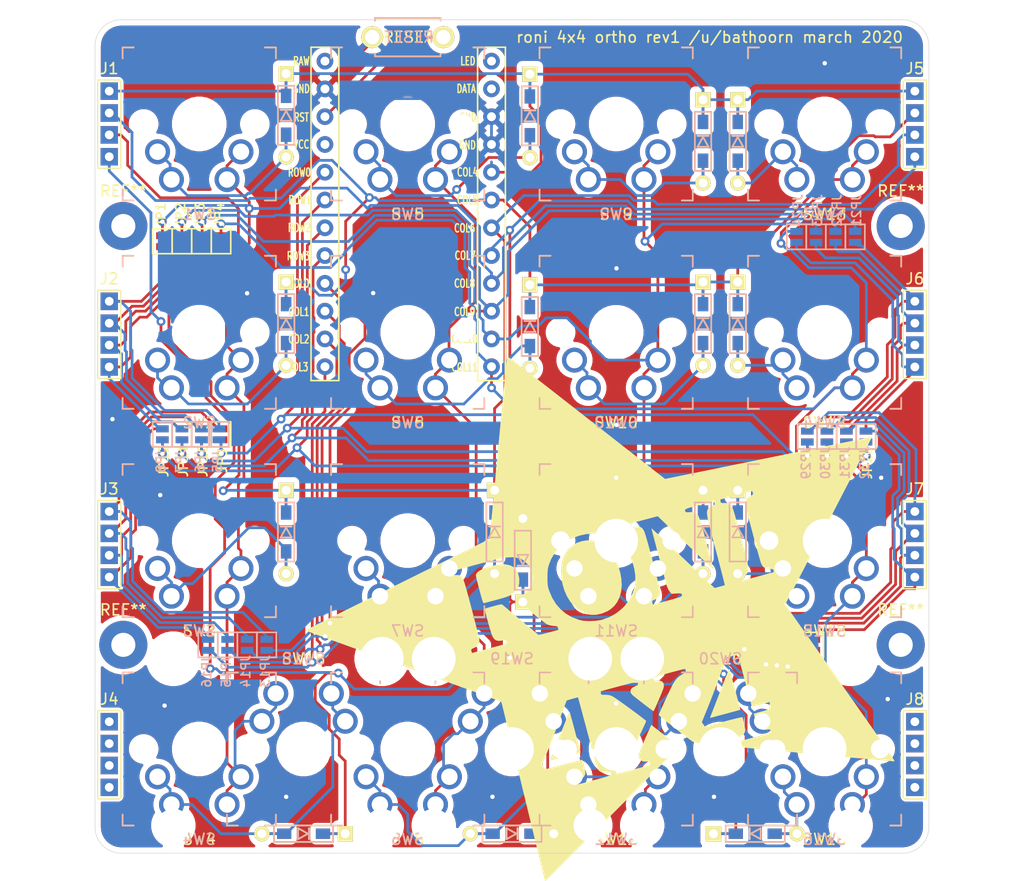
<source format=kicad_pcb>
(kicad_pcb (version 20171130) (host pcbnew 5.1.4+dfsg1-1)
  (layers (0 F.Cu signal) (31 B.Cu signal) (34 B.Paste user) (35 F.Paste user) (36 B.SilkS user) (37 F.SilkS user) (38 B.Mask user) (39 F.Mask user) (44 Edge.Cuts user))
  (net 0 "")
  (net 1 row00)
  (net 2 "Net-(D1-Pad2)")
  (net 3 row01)
  (net 4 "Net-(D2-Pad2)")
  (net 5 row02)
  (net 6 "Net-(D3-Pad2)")
  (net 7 row03)
  (net 8 "Net-(D4-Pad2)")
  (net 9 "Net-(D5-Pad2)")
  (net 10 "Net-(D6-Pad2)")
  (net 11 "Net-(D7-Pad2)")
  (net 12 "Net-(D8-Pad2)")
  (net 13 "Net-(D9-Pad2)")
  (net 14 "Net-(D10-Pad2)")
  (net 15 "Net-(D11-Pad2)")
  (net 16 "Net-(D12-Pad2)")
  (net 17 "Net-(D13-Pad2)")
  (net 18 "Net-(D14-Pad2)")
  (net 19 "Net-(D15-Pad2)")
  (net 20 "Net-(D16-Pad2)")
  (net 21 "Net-(J2-Pad1)")
  (net 22 "Net-(J2-Pad2)")
  (net 23 "Net-(J2-Pad3)")
  (net 24 "Net-(J2-Pad4)")
  (net 25 "Net-(J3-Pad4)")
  (net 26 "Net-(J3-Pad3)")
  (net 27 "Net-(J3-Pad2)")
  (net 28 "Net-(J3-Pad1)")
  (net 29 "Net-(J4-Pad1)")
  (net 30 "Net-(J4-Pad2)")
  (net 31 "Net-(J4-Pad3)")
  (net 32 "Net-(J4-Pad4)")
  (net 33 "Net-(J6-Pad1)")
  (net 34 "Net-(J6-Pad2)")
  (net 35 "Net-(J6-Pad3)")
  (net 36 "Net-(J6-Pad4)")
  (net 37 "Net-(J7-Pad4)")
  (net 38 "Net-(J7-Pad3)")
  (net 39 "Net-(J7-Pad2)")
  (net 40 "Net-(J7-Pad1)")
  (net 41 "Net-(J8-Pad4)")
  (net 42 "Net-(J8-Pad3)")
  (net 43 "Net-(J8-Pad2)")
  (net 44 "Net-(J8-Pad1)")
  (net 45 col00)
  (net 46 col01)
  (net 47 col02)
  (net 48 col03)
  (net 49 col04)
  (net 50 col05)
  (net 51 col06)
  (net 52 col07)
  (net 53 col08)
  (net 54 col09)
  (net 55 col10)
  (net 56 col11)
  (net 57 "Net-(SW17-Pad1)")
  (net 58 GND)
  (net 59 "Net-(U1-Pad24)")
  (net 60 VCC)
  (net 61 "Net-(U1-Pad2)")
  (net 62 "Net-(U1-Pad1)")
  (module keyswitches:Stabilizer_MX_2u (layer F.Cu) (at 109.537776 79.3752 180)
    (fp_text reference REF** hide)
    (fp_text value Stabilizer_MX_2u hide)
    (pad "" np_thru_hole circle (at 11.9 8.255 180) (size 3.9878 3.9878) (drill 3.9878) (layers *.Cu *.Mask))
    (pad "" np_thru_hole circle (at -11.9 8.255 180) (size 3.9878 3.9878) (drill 3.9878) (layers *.Cu *.Mask))
    (pad "" np_thru_hole circle (at 11.9 -6.985 180) (size 3.048 3.048) (drill 3.048) (layers *.Cu *.Mask))
    (pad "" np_thru_hole circle (at -11.9 -6.985 180) (size 3.048 3.048) (drill 3.048) (layers *.Cu *.Mask))
  )
  (module keyswitches:Stabilizer_MX_2u (layer F.Cu) (at 128.587824 79.3752 180)
    (fp_text reference REF** hide)
    (fp_text value Stabilizer_MX_2u hide)
    (pad "" np_thru_hole circle (at 11.9 8.255 180) (size 3.9878 3.9878) (drill 3.9878) (layers *.Cu *.Mask))
    (pad "" np_thru_hole circle (at -11.9 8.255 180) (size 3.9878 3.9878) (drill 3.9878) (layers *.Cu *.Mask))
    (pad "" np_thru_hole circle (at 11.9 -6.985 180) (size 3.048 3.048) (drill 3.048) (layers *.Cu *.Mask))
    (pad "" np_thru_hole circle (at -11.9 -6.985 180) (size 3.048 3.048) (drill 3.048) (layers *.Cu *.Mask))
  )
  (module keyswitches:Stabilizer_MX_2u (layer F.Cu) (at 90.487728 79.3752 180)
    (fp_text reference REF** hide)
    (fp_text value Stabilizer_MX_2u hide)
    (pad "" np_thru_hole circle (at -11.9 -6.985 180) (size 3.048 3.048) (drill 3.048) (layers *.Cu *.Mask))
    (pad "" np_thru_hole circle (at 11.9 -6.985 180) (size 3.048 3.048) (drill 3.048) (layers *.Cu *.Mask))
    (pad "" np_thru_hole circle (at -11.9 8.255 180) (size 3.9878 3.9878) (drill 3.9878) (layers *.Cu *.Mask))
    (pad "" np_thru_hole circle (at 11.9 8.255 180) (size 3.9878 3.9878) (drill 3.9878) (layers *.Cu *.Mask))
  )
  (module MountingHole:MountingHole_2.2mm_M2_Pad (layer F.Cu) (at 145.058178 31.551642)
    (fp_text reference REF** (at 0 -3.2) (layer F.SilkS))
    (fp_text value MountingHole_2.2mm_M2_Pad)
    (pad 1 thru_hole circle (at 0 0) (size 4.4 4.4) (drill 2.2) (layers *.Cu *.Mask))
  )
  (module nori4x4:roni_star (layer F.Cu) (at 117.6147 67.437)
    (fp_text reference G*** hide)
    (fp_text value LOGO hide)
  )
  (module nori4x4:J_1x04_P2.00mm_Vertical (layer F.Cu) (at 72.73205 19.21935)
    (fp_text reference J1 (at 0 -2.06) (layer F.SilkS))
    (fp_text value Conn_01x04)
    (pad 4 thru_hole rect (at 0 6) (size 1.6 1.6) (drill 0.8) (layers *.Cu *.Mask) (net 7 row03))
    (pad 3 thru_hole rect (at 0 4) (size 1.6 1.6) (drill 0.8) (layers *.Cu *.Mask) (net 5 row02))
    (pad 2 thru_hole rect (at 0 2) (size 1.6 1.6) (drill 0.8) (layers *.Cu *.Mask) (net 3 row01))
    (pad 1 thru_hole rect (at 0 0) (size 1.6 1.6) (drill 0.8) (layers *.Cu *.Mask) (net 1 row00))
  )
  (module nori4x4:J_1x04_P2.00mm_Vertical (layer F.Cu) (at 72.73205 38.4387)
    (fp_text reference J2 (at 0 -2.06) (layer F.SilkS))
    (fp_text value Conn_01x04)
    (pad 4 thru_hole rect (at 0 6) (size 1.6 1.6) (drill 0.8) (layers *.Cu *.Mask) (net 24 "Net-(J2-Pad4)"))
    (pad 3 thru_hole rect (at 0 4) (size 1.6 1.6) (drill 0.8) (layers *.Cu *.Mask) (net 23 "Net-(J2-Pad3)"))
    (pad 2 thru_hole rect (at 0 2) (size 1.6 1.6) (drill 0.8) (layers *.Cu *.Mask) (net 22 "Net-(J2-Pad2)"))
    (pad 1 thru_hole rect (at 0 0) (size 1.6 1.6) (drill 0.8) (layers *.Cu *.Mask) (net 21 "Net-(J2-Pad1)"))
  )
  (module nori4x4:J_1x04_P2.00mm_Vertical (layer F.Cu) (at 72.73205 57.65805)
    (fp_text reference J3 (at 0 -2.06) (layer F.SilkS))
    (fp_text value Conn_01x04)
    (pad 4 thru_hole rect (at 0 6) (size 1.6 1.6) (drill 0.8) (layers *.Cu *.Mask) (net 25 "Net-(J3-Pad4)"))
    (pad 3 thru_hole rect (at 0 4) (size 1.6 1.6) (drill 0.8) (layers *.Cu *.Mask) (net 26 "Net-(J3-Pad3)"))
    (pad 2 thru_hole rect (at 0 2) (size 1.6 1.6) (drill 0.8) (layers *.Cu *.Mask) (net 27 "Net-(J3-Pad2)"))
    (pad 1 thru_hole rect (at 0 0) (size 1.6 1.6) (drill 0.8) (layers *.Cu *.Mask) (net 28 "Net-(J3-Pad1)"))
  )
  (module nori4x4:J_1x04_P2.00mm_Vertical (layer F.Cu) (at 72.73205 76.8774)
    (fp_text reference J4 (at 0 -2.06) (layer F.SilkS))
    (fp_text value Conn_01x04)
    (pad 4 thru_hole rect (at 0 6) (size 1.6 1.6) (drill 0.8) (layers *.Cu *.Mask) (net 32 "Net-(J4-Pad4)"))
    (pad 3 thru_hole rect (at 0 4) (size 1.6 1.6) (drill 0.8) (layers *.Cu *.Mask) (net 31 "Net-(J4-Pad3)"))
    (pad 2 thru_hole rect (at 0 2) (size 1.6 1.6) (drill 0.8) (layers *.Cu *.Mask) (net 30 "Net-(J4-Pad2)"))
    (pad 1 thru_hole rect (at 0 0) (size 1.6 1.6) (drill 0.8) (layers *.Cu *.Mask) (net 29 "Net-(J4-Pad1)"))
  )
  (module nori4x4:J_1x04_P2.00mm_Vertical (layer F.Cu) (at 146.348025 19.21935)
    (fp_text reference J5 (at 0 -2.06) (layer F.SilkS))
    (fp_text value Conn_01x04)
    (pad 4 thru_hole rect (at 0 6) (size 1.6 1.6) (drill 0.8) (layers *.Cu *.Mask) (net 7 row03))
    (pad 3 thru_hole rect (at 0 4) (size 1.6 1.6) (drill 0.8) (layers *.Cu *.Mask) (net 5 row02))
    (pad 2 thru_hole rect (at 0 2) (size 1.6 1.6) (drill 0.8) (layers *.Cu *.Mask) (net 3 row01))
    (pad 1 thru_hole rect (at 0 0) (size 1.6 1.6) (drill 0.8) (layers *.Cu *.Mask) (net 1 row00))
  )
  (module nori4x4:J_1x04_P2.00mm_Vertical (layer F.Cu) (at 146.348025 38.4387)
    (fp_text reference J6 (at 0 -2.06) (layer F.SilkS))
    (fp_text value Conn_01x04)
    (pad 4 thru_hole rect (at 0 6) (size 1.6 1.6) (drill 0.8) (layers *.Cu *.Mask) (net 36 "Net-(J6-Pad4)"))
    (pad 3 thru_hole rect (at 0 4) (size 1.6 1.6) (drill 0.8) (layers *.Cu *.Mask) (net 35 "Net-(J6-Pad3)"))
    (pad 2 thru_hole rect (at 0 2) (size 1.6 1.6) (drill 0.8) (layers *.Cu *.Mask) (net 34 "Net-(J6-Pad2)"))
    (pad 1 thru_hole rect (at 0 0) (size 1.6 1.6) (drill 0.8) (layers *.Cu *.Mask) (net 33 "Net-(J6-Pad1)"))
  )
  (module nori4x4:J_1x04_P2.00mm_Vertical (layer F.Cu) (at 146.348025 57.65805)
    (fp_text reference J7 (at 0 -2.06) (layer F.SilkS))
    (fp_text value Conn_01x04)
    (pad 4 thru_hole rect (at 0 6) (size 1.6 1.6) (drill 0.8) (layers *.Cu *.Mask) (net 37 "Net-(J7-Pad4)"))
    (pad 3 thru_hole rect (at 0 4) (size 1.6 1.6) (drill 0.8) (layers *.Cu *.Mask) (net 38 "Net-(J7-Pad3)"))
    (pad 2 thru_hole rect (at 0 2) (size 1.6 1.6) (drill 0.8) (layers *.Cu *.Mask) (net 39 "Net-(J7-Pad2)"))
    (pad 1 thru_hole rect (at 0 0) (size 1.6 1.6) (drill 0.8) (layers *.Cu *.Mask) (net 40 "Net-(J7-Pad1)"))
  )
  (module nori4x4:J_1x04_P2.00mm_Vertical (layer F.Cu) (at 146.348025 76.8774)
    (fp_text reference J8 (at 0 -2.06) (layer F.SilkS))
    (fp_text value Conn_01x04)
    (pad 4 thru_hole rect (at 0 6) (size 1.6 1.6) (drill 0.8) (layers *.Cu *.Mask) (net 41 "Net-(J8-Pad4)"))
    (pad 3 thru_hole rect (at 0 4) (size 1.6 1.6) (drill 0.8) (layers *.Cu *.Mask) (net 42 "Net-(J8-Pad3)"))
    (pad 2 thru_hole rect (at 0 2) (size 1.6 1.6) (drill 0.8) (layers *.Cu *.Mask) (net 43 "Net-(J8-Pad2)"))
    (pad 1 thru_hole rect (at 0 0) (size 1.6 1.6) (drill 0.8) (layers *.Cu *.Mask) (net 44 "Net-(J8-Pad1)"))
  )
  (module MountingHole:MountingHole_2.2mm_M2_Pad (layer F.Cu) (at 74.017374 69.850176)
    (fp_text reference REF** (at 0 -3.2) (layer F.SilkS))
    (fp_text value MountingHole_2.2mm_M2_Pad)
    (pad 1 thru_hole circle (at 0 0) (size 4.4 4.4) (drill 2.2) (layers *.Cu *.Mask))
  )
  (module MountingHole:MountingHole_2.2mm_M2_Pad (layer F.Cu) (at 145.058178 69.850176)
    (fp_text reference REF** (at 0 -3.2) (layer F.SilkS))
    (fp_text value MountingHole_2.2mm_M2_Pad)
    (pad 1 thru_hole circle (at 0 0) (size 4.4 4.4) (drill 2.2) (layers *.Cu *.Mask))
  )
  (module MountingHole:MountingHole_2.2mm_M2_Pad (layer F.Cu) (at 74.017374 31.551642)
    (fp_text reference REF** (at 0 -3.2) (layer F.SilkS))
    (fp_text value MountingHole_2.2mm_M2_Pad)
    (pad 1 thru_hole circle (at 0 0) (size 4.4 4.4) (drill 2.2) (layers *.Cu *.Mask))
  )
  (module kbd:Jumper (layer F.Cu) (at 77.589258 32.940708 270)
    (fp_text reference JP1 (at -2.413 0.127 90) (layer F.SilkS) (effects (font (size 0.8128 0.8128) (thickness 0.1524))))
    (fp_text value SolderJumper_2_Open hide)
    (pad 1 smd rect (at -0.50038 0 270) (size 0.635 1.143) (layers F.Cu F.Paste F.Mask) (net 45 col00) (clearance 0.1905))
    (pad 2 smd rect (at 0.50038 0 270) (size 0.635 1.143) (layers F.Cu F.Paste F.Mask) (net 21 "Net-(J2-Pad1)") (clearance 0.1905))
  )
  (module kbd:Jumper (layer F.Cu) (at 79.3752 32.940708 270)
    (fp_text reference JP2 (at -2.413 0.127 90) (layer F.SilkS) (effects (font (size 0.8128 0.8128) (thickness 0.1524))))
    (fp_text value SolderJumper_2_Open hide)
    (pad 2 smd rect (at 0.50038 0 270) (size 0.635 1.143) (layers F.Cu F.Paste F.Mask) (net 22 "Net-(J2-Pad2)") (clearance 0.1905))
    (pad 1 smd rect (at -0.50038 0 270) (size 0.635 1.143) (layers F.Cu F.Paste F.Mask) (net 46 col01) (clearance 0.1905))
  )
  (module kbd:Jumper (layer F.Cu) (at 81.161142 32.940708 270)
    (fp_text reference JP3 (at -2.413 0.127 90) (layer F.SilkS) (effects (font (size 0.8128 0.8128) (thickness 0.1524))))
    (fp_text value SolderJumper_2_Open hide)
    (pad 1 smd rect (at -0.50038 0 270) (size 0.635 1.143) (layers F.Cu F.Paste F.Mask) (net 47 col02) (clearance 0.1905))
    (pad 2 smd rect (at 0.50038 0 270) (size 0.635 1.143) (layers F.Cu F.Paste F.Mask) (net 23 "Net-(J2-Pad3)") (clearance 0.1905))
  )
  (module kbd:Jumper (layer F.Cu) (at 82.947084 32.940708 270)
    (fp_text reference JP4 (at -2.413 0.127 90) (layer F.SilkS) (effects (font (size 0.8128 0.8128) (thickness 0.1524))))
    (fp_text value SolderJumper_2_Open hide)
    (pad 1 smd rect (at -0.50038 0 270) (size 0.635 1.143) (layers F.Cu F.Paste F.Mask) (net 48 col03) (clearance 0.1905))
    (pad 2 smd rect (at 0.50038 0 270) (size 0.635 1.143) (layers F.Cu F.Paste F.Mask) (net 24 "Net-(J2-Pad4)") (clearance 0.1905))
  )
  (module kbd:Jumper (layer B.Cu) (at 82.748646 50.60169 90)
    (fp_text reference JP5 (at -2.413 -0.127 90) (layer B.SilkS) (effects (font (size 0.8128 0.8128) (thickness 0.1524)) (justify mirror)))
    (fp_text value SolderJumper_2_Open hide)
    (pad 1 smd rect (at -0.50038 0 90) (size 0.635 1.143) (layers B.Cu B.Paste B.Mask) (net 49 col04) (clearance 0.1905))
    (pad 2 smd rect (at 0.50038 0 90) (size 0.635 1.143) (layers B.Cu B.Paste B.Mask) (net 21 "Net-(J2-Pad1)") (clearance 0.1905))
  )
  (module kbd:Jumper (layer B.Cu) (at 81.161142 50.60169 90)
    (fp_text reference JP6 (at -2.413 -0.127 90) (layer B.SilkS) (effects (font (size 0.8128 0.8128) (thickness 0.1524)) (justify mirror)))
    (fp_text value SolderJumper_2_Open hide)
    (pad 2 smd rect (at 0.50038 0 90) (size 0.635 1.143) (layers B.Cu B.Paste B.Mask) (net 22 "Net-(J2-Pad2)") (clearance 0.1905))
    (pad 1 smd rect (at -0.50038 0 90) (size 0.635 1.143) (layers B.Cu B.Paste B.Mask) (net 50 col05) (clearance 0.1905))
  )
  (module kbd:Jumper (layer B.Cu) (at 79.3752 50.60169 90)
    (fp_text reference JP7 (at -2.413 -0.127 90) (layer B.SilkS) (effects (font (size 0.8128 0.8128) (thickness 0.1524)) (justify mirror)))
    (fp_text value SolderJumper_2_Open hide)
    (pad 1 smd rect (at -0.50038 0 90) (size 0.635 1.143) (layers B.Cu B.Paste B.Mask) (net 51 col06) (clearance 0.1905))
    (pad 2 smd rect (at 0.50038 0 90) (size 0.635 1.143) (layers B.Cu B.Paste B.Mask) (net 23 "Net-(J2-Pad3)") (clearance 0.1905))
  )
  (module kbd:Jumper (layer B.Cu) (at 77.589258 50.60169 90)
    (fp_text reference JP8 (at -2.413 -0.127 90) (layer B.SilkS) (effects (font (size 0.8128 0.8128) (thickness 0.1524)) (justify mirror)))
    (fp_text value SolderJumper_2_Open hide)
    (pad 2 smd rect (at 0.50038 0 90) (size 0.635 1.143) (layers B.Cu B.Paste B.Mask) (net 24 "Net-(J2-Pad4)") (clearance 0.1905))
    (pad 1 smd rect (at -0.50038 0 90) (size 0.635 1.143) (layers B.Cu B.Paste B.Mask) (net 52 col07) (clearance 0.1905))
  )
  (module kbd:Jumper (layer F.Cu) (at 82.947084 50.60169 90)
    (fp_text reference JP9 (at -2.413 0.127 90) (layer F.SilkS) (effects (font (size 0.8128 0.8128) (thickness 0.1524))))
    (fp_text value SolderJumper_2_Open hide)
    (pad 1 smd rect (at -0.50038 0 90) (size 0.635 1.143) (layers F.Cu F.Paste F.Mask) (net 49 col04) (clearance 0.1905))
    (pad 2 smd rect (at 0.50038 0 90) (size 0.635 1.143) (layers F.Cu F.Paste F.Mask) (net 28 "Net-(J3-Pad1)") (clearance 0.1905))
  )
  (module kbd:Jumper (layer F.Cu) (at 81.161142 50.60169 90)
    (fp_text reference JP10 (at -2.413 0.127 90) (layer F.SilkS) (effects (font (size 0.8128 0.8128) (thickness 0.1524))))
    (fp_text value SolderJumper_2_Open hide)
    (pad 2 smd rect (at 0.50038 0 90) (size 0.635 1.143) (layers F.Cu F.Paste F.Mask) (net 27 "Net-(J3-Pad2)") (clearance 0.1905))
    (pad 1 smd rect (at -0.50038 0 90) (size 0.635 1.143) (layers F.Cu F.Paste F.Mask) (net 50 col05) (clearance 0.1905))
  )
  (module kbd:Jumper (layer F.Cu) (at 79.3752 50.60169 90)
    (fp_text reference JP11 (at -2.413 0.127 90) (layer F.SilkS) (effects (font (size 0.8128 0.8128) (thickness 0.1524))))
    (fp_text value SolderJumper_2_Open hide)
    (pad 1 smd rect (at -0.50038 0 90) (size 0.635 1.143) (layers F.Cu F.Paste F.Mask) (net 51 col06) (clearance 0.1905))
    (pad 2 smd rect (at 0.50038 0 90) (size 0.635 1.143) (layers F.Cu F.Paste F.Mask) (net 26 "Net-(J3-Pad3)") (clearance 0.1905))
  )
  (module kbd:Jumper (layer F.Cu) (at 77.589258 50.60169 90)
    (fp_text reference JP12 (at -2.413 0.127 90) (layer F.SilkS) (effects (font (size 0.8128 0.8128) (thickness 0.1524))))
    (fp_text value SolderJumper_2_Open hide)
    (pad 2 smd rect (at 0.50038 0 90) (size 0.635 1.143) (layers F.Cu F.Paste F.Mask) (net 25 "Net-(J3-Pad4)") (clearance 0.1905))
    (pad 1 smd rect (at -0.50038 0 90) (size 0.635 1.143) (layers F.Cu F.Paste F.Mask) (net 52 col07) (clearance 0.1905))
  )
  (module kbd:Jumper (layer B.Cu) (at 87.114282 69.850176 90)
    (fp_text reference JP13 (at -2.413 -0.127 90) (layer B.SilkS) (effects (font (size 0.8128 0.8128) (thickness 0.1524)) (justify mirror)))
    (fp_text value SolderJumper_2_Open hide)
    (pad 1 smd rect (at -0.50038 0 90) (size 0.635 1.143) (layers B.Cu B.Paste B.Mask) (net 53 col08) (clearance 0.1905))
    (pad 2 smd rect (at 0.50038 0 90) (size 0.635 1.143) (layers B.Cu B.Paste B.Mask) (net 28 "Net-(J3-Pad1)") (clearance 0.1905))
  )
  (module kbd:Jumper (layer B.Cu) (at 85.32834 69.850176 90)
    (fp_text reference JP14 (at -2.413 -0.127 90) (layer B.SilkS) (effects (font (size 0.8128 0.8128) (thickness 0.1524)) (justify mirror)))
    (fp_text value SolderJumper_2_Open hide)
    (pad 2 smd rect (at 0.50038 0 90) (size 0.635 1.143) (layers B.Cu B.Paste B.Mask) (net 27 "Net-(J3-Pad2)") (clearance 0.1905))
    (pad 1 smd rect (at -0.50038 0 90) (size 0.635 1.143) (layers B.Cu B.Paste B.Mask) (net 54 col09) (clearance 0.1905))
  )
  (module kbd:Jumper (layer B.Cu) (at 83.542398 69.850176 90)
    (fp_text reference JP15 (at -2.413 -0.127 90) (layer B.SilkS) (effects (font (size 0.8128 0.8128) (thickness 0.1524)) (justify mirror)))
    (fp_text value SolderJumper_2_Open hide)
    (pad 1 smd rect (at -0.50038 0 90) (size 0.635 1.143) (layers B.Cu B.Paste B.Mask) (net 55 col10) (clearance 0.1905))
    (pad 2 smd rect (at 0.50038 0 90) (size 0.635 1.143) (layers B.Cu B.Paste B.Mask) (net 26 "Net-(J3-Pad3)") (clearance 0.1905))
  )
  (module kbd:Jumper (layer B.Cu) (at 81.756456 69.850176 90)
    (fp_text reference JP16 (at -2.413 -0.127 90) (layer B.SilkS) (effects (font (size 0.8128 0.8128) (thickness 0.1524)) (justify mirror)))
    (fp_text value SolderJumper_2_Open hide)
    (pad 2 smd rect (at 0.50038 0 90) (size 0.635 1.143) (layers B.Cu B.Paste B.Mask) (net 25 "Net-(J3-Pad4)") (clearance 0.1905))
    (pad 1 smd rect (at -0.50038 0 90) (size 0.635 1.143) (layers B.Cu B.Paste B.Mask) (net 56 col11) (clearance 0.1905))
  )
  (module kbd:Jumper (layer F.Cu) (at 136.525344 50.800128 90)
    (fp_text reference JP17 (at -2.413 0.127 90) (layer F.SilkS) (effects (font (size 0.8128 0.8128) (thickness 0.1524))))
    (fp_text value SolderJumper_2_Open hide)
    (pad 2 smd rect (at 0.50038 0 90) (size 0.635 1.143) (layers F.Cu F.Paste F.Mask) (net 33 "Net-(J6-Pad1)") (clearance 0.1905))
    (pad 1 smd rect (at -0.50038 0 90) (size 0.635 1.143) (layers F.Cu F.Paste F.Mask) (net 49 col04) (clearance 0.1905))
  )
  (module kbd:Jumper (layer F.Cu) (at 138.311286 50.800128 90)
    (fp_text reference JP18 (at -2.413 0.127 90) (layer F.SilkS) (effects (font (size 0.8128 0.8128) (thickness 0.1524))))
    (fp_text value SolderJumper_2_Open hide)
    (pad 1 smd rect (at -0.50038 0 90) (size 0.635 1.143) (layers F.Cu F.Paste F.Mask) (net 50 col05) (clearance 0.1905))
    (pad 2 smd rect (at 0.50038 0 90) (size 0.635 1.143) (layers F.Cu F.Paste F.Mask) (net 34 "Net-(J6-Pad2)") (clearance 0.1905))
  )
  (module kbd:Jumper (layer F.Cu) (at 140.097228 50.800128 90)
    (fp_text reference JP19 (at -2.413 0.127 90) (layer F.SilkS) (effects (font (size 0.8128 0.8128) (thickness 0.1524))))
    (fp_text value SolderJumper_2_Open hide)
    (pad 2 smd rect (at 0.50038 0 90) (size 0.635 1.143) (layers F.Cu F.Paste F.Mask) (net 35 "Net-(J6-Pad3)") (clearance 0.1905))
    (pad 1 smd rect (at -0.50038 0 90) (size 0.635 1.143) (layers F.Cu F.Paste F.Mask) (net 51 col06) (clearance 0.1905))
  )
  (module kbd:Jumper (layer F.Cu) (at 141.88317 50.800128 90)
    (fp_text reference JP20 (at -2.413 0.127 90) (layer F.SilkS) (effects (font (size 0.8128 0.8128) (thickness 0.1524))))
    (fp_text value SolderJumper_2_Open hide)
    (pad 1 smd rect (at -0.50038 0 90) (size 0.635 1.143) (layers F.Cu F.Paste F.Mask) (net 52 col07) (clearance 0.1905))
    (pad 2 smd rect (at 0.50038 0 90) (size 0.635 1.143) (layers F.Cu F.Paste F.Mask) (net 36 "Net-(J6-Pad4)") (clearance 0.1905))
  )
  (module kbd:Jumper (layer B.Cu) (at 140.89098 32.543832 270)
    (fp_text reference JP21 (at -2.413 -0.127 90) (layer B.SilkS) (effects (font (size 0.8128 0.8128) (thickness 0.1524)) (justify mirror)))
    (fp_text value SolderJumper_2_Open hide)
    (pad 2 smd rect (at 0.50038 0 270) (size 0.635 1.143) (layers B.Cu B.Paste B.Mask) (net 33 "Net-(J6-Pad1)") (clearance 0.1905))
    (pad 1 smd rect (at -0.50038 0 270) (size 0.635 1.143) (layers B.Cu B.Paste B.Mask) (net 45 col00) (clearance 0.1905))
  )
  (module kbd:Jumper (layer B.Cu) (at 139.105038 32.543832 270)
    (fp_text reference JP22 (at -2.413 -0.127 90) (layer B.SilkS) (effects (font (size 0.8128 0.8128) (thickness 0.1524)) (justify mirror)))
    (fp_text value SolderJumper_2_Open hide)
    (pad 1 smd rect (at -0.50038 0 270) (size 0.635 1.143) (layers B.Cu B.Paste B.Mask) (net 46 col01) (clearance 0.1905))
    (pad 2 smd rect (at 0.50038 0 270) (size 0.635 1.143) (layers B.Cu B.Paste B.Mask) (net 34 "Net-(J6-Pad2)") (clearance 0.1905))
  )
  (module kbd:Jumper (layer B.Cu) (at 137.319096 32.543832 270)
    (fp_text reference JP23 (at -2.413 -0.127 90) (layer B.SilkS) (effects (font (size 0.8128 0.8128) (thickness 0.1524)) (justify mirror)))
    (fp_text value SolderJumper_2_Open hide)
    (pad 1 smd rect (at -0.50038 0 270) (size 0.635 1.143) (layers B.Cu B.Paste B.Mask) (net 47 col02) (clearance 0.1905))
    (pad 2 smd rect (at 0.50038 0 270) (size 0.635 1.143) (layers B.Cu B.Paste B.Mask) (net 35 "Net-(J6-Pad3)") (clearance 0.1905))
  )
  (module kbd:Jumper (layer B.Cu) (at 135.533154 32.543832 270)
    (fp_text reference JP24 (at -2.413 -0.127 90) (layer B.SilkS) (effects (font (size 0.8128 0.8128) (thickness 0.1524)) (justify mirror)))
    (fp_text value SolderJumper_2_Open hide)
    (pad 2 smd rect (at 0.50038 0 270) (size 0.635 1.143) (layers B.Cu B.Paste B.Mask) (net 36 "Net-(J6-Pad4)") (clearance 0.1905))
    (pad 1 smd rect (at -0.50038 0 270) (size 0.635 1.143) (layers B.Cu B.Paste B.Mask) (net 48 col03) (clearance 0.1905))
  )
  (module kbd:Jumper (layer F.Cu) (at 132.159708 69.850176 90)
    (fp_text reference JP25 (at -2.413 0.127 90) (layer F.SilkS) (effects (font (size 0.8128 0.8128) (thickness 0.1524))))
    (fp_text value SolderJumper_2_Open hide)
    (pad 2 smd rect (at 0.50038 0 90) (size 0.635 1.143) (layers F.Cu F.Paste F.Mask) (net 40 "Net-(J7-Pad1)") (clearance 0.1905))
    (pad 1 smd rect (at -0.50038 0 90) (size 0.635 1.143) (layers F.Cu F.Paste F.Mask) (net 53 col08) (clearance 0.1905))
  )
  (module kbd:Jumper (layer F.Cu) (at 133.747212 69.850176 90)
    (fp_text reference JP26 (at -2.413 0.127 90) (layer F.SilkS) (effects (font (size 0.8128 0.8128) (thickness 0.1524))))
    (fp_text value SolderJumper_2_Open hide)
    (pad 1 smd rect (at -0.50038 0 90) (size 0.635 1.143) (layers F.Cu F.Paste F.Mask) (net 54 col09) (clearance 0.1905))
    (pad 2 smd rect (at 0.50038 0 90) (size 0.635 1.143) (layers F.Cu F.Paste F.Mask) (net 39 "Net-(J7-Pad2)") (clearance 0.1905))
  )
  (module kbd:Jumper (layer F.Cu) (at 135.334716 69.850176 90)
    (fp_text reference JP27 (at -2.413 0.127 90) (layer F.SilkS) (effects (font (size 0.8128 0.8128) (thickness 0.1524))))
    (fp_text value SolderJumper_2_Open hide)
    (pad 1 smd rect (at -0.50038 0 90) (size 0.635 1.143) (layers F.Cu F.Paste F.Mask) (net 55 col10) (clearance 0.1905))
    (pad 2 smd rect (at 0.50038 0 90) (size 0.635 1.143) (layers F.Cu F.Paste F.Mask) (net 38 "Net-(J7-Pad3)") (clearance 0.1905))
  )
  (module kbd:Jumper (layer F.Cu) (at 137.120658 69.850176 90)
    (fp_text reference JP28 (at -2.413 0.127 90) (layer F.SilkS) (effects (font (size 0.8128 0.8128) (thickness 0.1524))))
    (fp_text value SolderJumper_2_Open hide)
    (pad 2 smd rect (at 0.50038 0 90) (size 0.635 1.143) (layers F.Cu F.Paste F.Mask) (net 37 "Net-(J7-Pad4)") (clearance 0.1905))
    (pad 1 smd rect (at -0.50038 0 90) (size 0.635 1.143) (layers F.Cu F.Paste F.Mask) (net 56 col11) (clearance 0.1905))
  )
  (module kbd:Jumper (layer B.Cu) (at 136.525344 50.800128 90)
    (fp_text reference JP29 (at -2.413 -0.127 90) (layer B.SilkS) (effects (font (size 0.8128 0.8128) (thickness 0.1524)) (justify mirror)))
    (fp_text value SolderJumper_2_Open hide)
    (pad 2 smd rect (at 0.50038 0 90) (size 0.635 1.143) (layers B.Cu B.Paste B.Mask) (net 40 "Net-(J7-Pad1)") (clearance 0.1905))
    (pad 1 smd rect (at -0.50038 0 90) (size 0.635 1.143) (layers B.Cu B.Paste B.Mask) (net 49 col04) (clearance 0.1905))
  )
  (module kbd:Jumper (layer B.Cu) (at 138.311286 50.800128 90)
    (fp_text reference JP30 (at -2.413 -0.127 90) (layer B.SilkS) (effects (font (size 0.8128 0.8128) (thickness 0.1524)) (justify mirror)))
    (fp_text value SolderJumper_2_Open hide)
    (pad 2 smd rect (at 0.50038 0 90) (size 0.635 1.143) (layers B.Cu B.Paste B.Mask) (net 39 "Net-(J7-Pad2)") (clearance 0.1905))
    (pad 1 smd rect (at -0.50038 0 90) (size 0.635 1.143) (layers B.Cu B.Paste B.Mask) (net 50 col05) (clearance 0.1905))
  )
  (module kbd:Jumper (layer B.Cu) (at 140.097228 50.800128 90)
    (fp_text reference JP31 (at -2.413 -0.127 90) (layer B.SilkS) (effects (font (size 0.8128 0.8128) (thickness 0.1524)) (justify mirror)))
    (fp_text value SolderJumper_2_Open hide)
    (pad 1 smd rect (at -0.50038 0 90) (size 0.635 1.143) (layers B.Cu B.Paste B.Mask) (net 51 col06) (clearance 0.1905))
    (pad 2 smd rect (at 0.50038 0 90) (size 0.635 1.143) (layers B.Cu B.Paste B.Mask) (net 38 "Net-(J7-Pad3)") (clearance 0.1905))
  )
  (module kbd:Jumper (layer B.Cu) (at 141.88317 50.800128 90)
    (fp_text reference JP32 (at -2.413 -0.127 90) (layer B.SilkS) (effects (font (size 0.8128 0.8128) (thickness 0.1524)) (justify mirror)))
    (fp_text value SolderJumper_2_Open hide)
    (pad 2 smd rect (at 0.50038 0 90) (size 0.635 1.143) (layers B.Cu B.Paste B.Mask) (net 37 "Net-(J7-Pad4)") (clearance 0.1905))
    (pad 1 smd rect (at -0.50038 0 90) (size 0.635 1.143) (layers B.Cu B.Paste B.Mask) (net 52 col07) (clearance 0.1905))
  )
  (module kbd:ResetSW (layer F.Cu) (at 100.0125 14.2866)
    (fp_text reference SW17 hide)
    (fp_text value SW_PUSH)
    (fp_text user RESET (at 0.127 0) (layer B.SilkS) (effects (justify mirror)))
    (fp_text user RESET (at 0 0) (layer F.SilkS))
    (pad 1 thru_hole circle (at 3.25 0) (size 2 2) (drill 1.3) (layers *.Cu *.Mask F.SilkS) (net 57 "Net-(SW17-Pad1)"))
    (pad 2 thru_hole circle (at -3.25 0) (size 2 2) (drill 1.3) (layers *.Cu *.Mask F.SilkS) (net 58 GND))
  )
  (module kbd:D3_TH_SMD (layer F.Cu) (at 88.8944 21.4299 270)
    (fp_text reference D1 hide)
    (fp_text value D hide)
    (pad 1 smd rect (at -1.775 0 270) (size 1.3 0.95) (layers F.Cu F.Paste F.Mask) (net 1 row00))
    (pad 2 smd rect (at 1.775 0 270) (size 1.3 0.95) (layers B.Cu B.Paste B.Mask) (net 2 "Net-(D1-Pad2)"))
    (pad 1 smd rect (at -1.775 0 270) (size 1.3 0.95) (layers B.Cu B.Paste B.Mask) (net 1 row00))
    (pad 1 thru_hole rect (at -3.81 0 270) (size 1.397 1.397) (drill 0.8128) (layers *.Cu *.Mask F.SilkS) (net 1 row00))
    (pad 2 thru_hole circle (at 3.81 0 270) (size 1.397 1.397) (drill 0.8128) (layers *.Cu *.Mask F.SilkS) (net 2 "Net-(D1-Pad2)"))
    (pad 2 smd rect (at 1.775 0 270) (size 1.3 0.95) (layers F.Cu F.Paste F.Mask) (net 2 "Net-(D1-Pad2)"))
  )
  (module kbd:D3_TH_SMD (layer F.Cu) (at 88.8944 40.4787 270)
    (fp_text reference D2 hide)
    (fp_text value D hide)
    (pad 1 smd rect (at -1.775 0 270) (size 1.3 0.95) (layers F.Cu F.Paste F.Mask) (net 3 row01))
    (pad 2 smd rect (at 1.775 0 270) (size 1.3 0.95) (layers B.Cu B.Paste B.Mask) (net 4 "Net-(D2-Pad2)"))
    (pad 1 smd rect (at -1.775 0 270) (size 1.3 0.95) (layers B.Cu B.Paste B.Mask) (net 3 row01))
    (pad 1 thru_hole rect (at -3.81 0 270) (size 1.397 1.397) (drill 0.8128) (layers *.Cu *.Mask F.SilkS) (net 3 row01))
    (pad 2 thru_hole circle (at 3.81 0 270) (size 1.397 1.397) (drill 0.8128) (layers *.Cu *.Mask F.SilkS) (net 4 "Net-(D2-Pad2)"))
    (pad 2 smd rect (at 1.775 0 270) (size 1.3 0.95) (layers F.Cu F.Paste F.Mask) (net 4 "Net-(D2-Pad2)"))
  )
  (module kbd:D3_TH_SMD (layer F.Cu) (at 88.8944 59.5275 270)
    (fp_text reference D3 hide)
    (fp_text value D hide)
    (pad 1 smd rect (at -1.775 0 270) (size 1.3 0.95) (layers F.Cu F.Paste F.Mask) (net 5 row02))
    (pad 2 smd rect (at 1.775 0 270) (size 1.3 0.95) (layers B.Cu B.Paste B.Mask) (net 6 "Net-(D3-Pad2)"))
    (pad 1 smd rect (at -1.775 0 270) (size 1.3 0.95) (layers B.Cu B.Paste B.Mask) (net 5 row02))
    (pad 1 thru_hole rect (at -3.81 0 270) (size 1.397 1.397) (drill 0.8128) (layers *.Cu *.Mask F.SilkS) (net 5 row02))
    (pad 2 thru_hole circle (at 3.81 0 270) (size 1.397 1.397) (drill 0.8128) (layers *.Cu *.Mask F.SilkS) (net 6 "Net-(D3-Pad2)"))
    (pad 2 smd rect (at 1.775 0 270) (size 1.3 0.95) (layers F.Cu F.Paste F.Mask) (net 6 "Net-(D3-Pad2)"))
  )
  (module kbd:D3_TH_SMD (layer F.Cu) (at 90.487728 87.114282 180)
    (fp_text reference D4 hide)
    (fp_text value D hide)
    (pad 1 smd rect (at -1.775 0 180) (size 1.3 0.95) (layers F.Cu F.Paste F.Mask) (net 7 row03))
    (pad 2 smd rect (at 1.775 0 180) (size 1.3 0.95) (layers B.Cu B.Paste B.Mask) (net 8 "Net-(D4-Pad2)"))
    (pad 1 smd rect (at -1.775 0 180) (size 1.3 0.95) (layers B.Cu B.Paste B.Mask) (net 7 row03))
    (pad 1 thru_hole rect (at -3.81 0 180) (size 1.397 1.397) (drill 0.8128) (layers *.Cu *.Mask F.SilkS) (net 7 row03))
    (pad 2 thru_hole circle (at 3.81 0 180) (size 1.397 1.397) (drill 0.8128) (layers *.Cu *.Mask F.SilkS) (net 8 "Net-(D4-Pad2)"))
    (pad 2 smd rect (at 1.775 0 180) (size 1.3 0.95) (layers F.Cu F.Paste F.Mask) (net 8 "Net-(D4-Pad2)"))
  )
  (module kbd:D3_TH_SMD (layer F.Cu) (at 111.17075 21.48045 270)
    (fp_text reference D5 hide)
    (fp_text value D hide)
    (pad 2 smd rect (at 1.775 0 270) (size 1.3 0.95) (layers F.Cu F.Paste F.Mask) (net 9 "Net-(D5-Pad2)"))
    (pad 2 thru_hole circle (at 3.81 0 270) (size 1.397 1.397) (drill 0.8128) (layers *.Cu *.Mask F.SilkS) (net 9 "Net-(D5-Pad2)"))
    (pad 1 thru_hole rect (at -3.81 0 270) (size 1.397 1.397) (drill 0.8128) (layers *.Cu *.Mask F.SilkS) (net 1 row00))
    (pad 1 smd rect (at -1.775 0 270) (size 1.3 0.95) (layers B.Cu B.Paste B.Mask) (net 1 row00))
    (pad 2 smd rect (at 1.775 0 270) (size 1.3 0.95) (layers B.Cu B.Paste B.Mask) (net 9 "Net-(D5-Pad2)"))
    (pad 1 smd rect (at -1.775 0 270) (size 1.3 0.95) (layers F.Cu F.Paste F.Mask) (net 1 row00))
  )
  (module kbd:D3_TH_SMD (layer F.Cu) (at 111.17075 40.7413 270)
    (fp_text reference D6 hide)
    (fp_text value D hide)
    (pad 2 smd rect (at 1.775 0 270) (size 1.3 0.95) (layers F.Cu F.Paste F.Mask) (net 10 "Net-(D6-Pad2)"))
    (pad 2 thru_hole circle (at 3.81 0 270) (size 1.397 1.397) (drill 0.8128) (layers *.Cu *.Mask F.SilkS) (net 10 "Net-(D6-Pad2)"))
    (pad 1 thru_hole rect (at -3.81 0 270) (size 1.397 1.397) (drill 0.8128) (layers *.Cu *.Mask F.SilkS) (net 3 row01))
    (pad 1 smd rect (at -1.775 0 270) (size 1.3 0.95) (layers B.Cu B.Paste B.Mask) (net 3 row01))
    (pad 2 smd rect (at 1.775 0 270) (size 1.3 0.95) (layers B.Cu B.Paste B.Mask) (net 10 "Net-(D6-Pad2)"))
    (pad 1 smd rect (at -1.775 0 270) (size 1.3 0.95) (layers F.Cu F.Paste F.Mask) (net 3 row01))
  )
  (module kbd:D3_TH_SMD (layer F.Cu) (at 107.9432 59.5275 270)
    (fp_text reference D7 hide)
    (fp_text value D hide)
    (pad 2 smd rect (at 1.775 0 270) (size 1.3 0.95) (layers F.Cu F.Paste F.Mask) (net 11 "Net-(D7-Pad2)"))
    (pad 2 thru_hole circle (at 3.81 0 270) (size 1.397 1.397) (drill 0.8128) (layers *.Cu *.Mask F.SilkS) (net 11 "Net-(D7-Pad2)"))
    (pad 1 thru_hole rect (at -3.81 0 270) (size 1.397 1.397) (drill 0.8128) (layers *.Cu *.Mask F.SilkS) (net 5 row02))
    (pad 1 smd rect (at -1.775 0 270) (size 1.3 0.95) (layers B.Cu B.Paste B.Mask) (net 5 row02))
    (pad 2 smd rect (at 1.775 0 270) (size 1.3 0.95) (layers B.Cu B.Paste B.Mask) (net 11 "Net-(D7-Pad2)"))
    (pad 1 smd rect (at -1.775 0 270) (size 1.3 0.95) (layers F.Cu F.Paste F.Mask) (net 5 row02))
  )
  (module kbd:D3_TH_SMD (layer F.Cu) (at 109.537776 87.114282 180)
    (fp_text reference D8 hide)
    (fp_text value D hide)
    (pad 2 smd rect (at 1.775 0 180) (size 1.3 0.95) (layers F.Cu F.Paste F.Mask) (net 12 "Net-(D8-Pad2)"))
    (pad 2 thru_hole circle (at 3.81 0 180) (size 1.397 1.397) (drill 0.8128) (layers *.Cu *.Mask F.SilkS) (net 12 "Net-(D8-Pad2)"))
    (pad 1 thru_hole rect (at -3.81 0 180) (size 1.397 1.397) (drill 0.8128) (layers *.Cu *.Mask F.SilkS) (net 7 row03))
    (pad 1 smd rect (at -1.775 0 180) (size 1.3 0.95) (layers B.Cu B.Paste B.Mask) (net 7 row03))
    (pad 2 smd rect (at 1.775 0 180) (size 1.3 0.95) (layers B.Cu B.Paste B.Mask) (net 12 "Net-(D8-Pad2)"))
    (pad 1 smd rect (at -1.775 0 180) (size 1.3 0.95) (layers F.Cu F.Paste F.Mask) (net 7 row03))
  )
  (module kbd:D3_TH_SMD (layer F.Cu) (at 126.992 23.81115 270)
    (fp_text reference D9 hide)
    (fp_text value D hide)
    (pad 1 smd rect (at -1.775 0 270) (size 1.3 0.95) (layers F.Cu F.Paste F.Mask) (net 1 row00))
    (pad 2 smd rect (at 1.775 0 270) (size 1.3 0.95) (layers B.Cu B.Paste B.Mask) (net 13 "Net-(D9-Pad2)"))
    (pad 1 smd rect (at -1.775 0 270) (size 1.3 0.95) (layers B.Cu B.Paste B.Mask) (net 1 row00))
    (pad 1 thru_hole rect (at -3.81 0 270) (size 1.397 1.397) (drill 0.8128) (layers *.Cu *.Mask F.SilkS) (net 1 row00))
    (pad 2 thru_hole circle (at 3.81 0 270) (size 1.397 1.397) (drill 0.8128) (layers *.Cu *.Mask F.SilkS) (net 13 "Net-(D9-Pad2)"))
    (pad 2 smd rect (at 1.775 0 270) (size 1.3 0.95) (layers F.Cu F.Paste F.Mask) (net 13 "Net-(D9-Pad2)"))
  )
  (module kbd:D3_TH_SMD (layer F.Cu) (at 126.992 40.4787 270)
    (fp_text reference D10 hide)
    (fp_text value D hide)
    (pad 1 smd rect (at -1.775 0 270) (size 1.3 0.95) (layers F.Cu F.Paste F.Mask) (net 3 row01))
    (pad 2 smd rect (at 1.775 0 270) (size 1.3 0.95) (layers B.Cu B.Paste B.Mask) (net 14 "Net-(D10-Pad2)"))
    (pad 1 smd rect (at -1.775 0 270) (size 1.3 0.95) (layers B.Cu B.Paste B.Mask) (net 3 row01))
    (pad 1 thru_hole rect (at -3.81 0 270) (size 1.397 1.397) (drill 0.8128) (layers *.Cu *.Mask F.SilkS) (net 3 row01))
    (pad 2 thru_hole circle (at 3.81 0 270) (size 1.397 1.397) (drill 0.8128) (layers *.Cu *.Mask F.SilkS) (net 14 "Net-(D10-Pad2)"))
    (pad 2 smd rect (at 1.775 0 270) (size 1.3 0.95) (layers F.Cu F.Paste F.Mask) (net 14 "Net-(D10-Pad2)"))
  )
  (module kbd:D3_TH_SMD (layer F.Cu) (at 126.992 59.5275 270)
    (fp_text reference D11 hide)
    (fp_text value D hide)
    (pad 1 smd rect (at -1.775 0 270) (size 1.3 0.95) (layers F.Cu F.Paste F.Mask) (net 5 row02))
    (pad 2 smd rect (at 1.775 0 270) (size 1.3 0.95) (layers B.Cu B.Paste B.Mask) (net 15 "Net-(D11-Pad2)"))
    (pad 1 smd rect (at -1.775 0 270) (size 1.3 0.95) (layers B.Cu B.Paste B.Mask) (net 5 row02))
    (pad 1 thru_hole rect (at -3.81 0 270) (size 1.397 1.397) (drill 0.8128) (layers *.Cu *.Mask F.SilkS) (net 5 row02))
    (pad 2 thru_hole circle (at 3.81 0 270) (size 1.397 1.397) (drill 0.8128) (layers *.Cu *.Mask F.SilkS) (net 15 "Net-(D11-Pad2)"))
    (pad 2 smd rect (at 1.775 0 270) (size 1.3 0.95) (layers F.Cu F.Paste F.Mask) (net 15 "Net-(D11-Pad2)"))
  )
  (module kbd:D3_TH_SMD (layer F.Cu) (at 110.529966 62.111094 90)
    (fp_text reference D12 hide)
    (fp_text value D hide)
    (pad 2 smd rect (at 1.775 0 90) (size 1.3 0.95) (layers F.Cu F.Paste F.Mask) (net 16 "Net-(D12-Pad2)"))
    (pad 2 thru_hole circle (at 3.81 0 90) (size 1.397 1.397) (drill 0.8128) (layers *.Cu *.Mask F.SilkS) (net 16 "Net-(D12-Pad2)"))
    (pad 1 thru_hole rect (at -3.81 0 90) (size 1.397 1.397) (drill 0.8128) (layers *.Cu *.Mask F.SilkS) (net 7 row03))
    (pad 1 smd rect (at -1.775 0 90) (size 1.3 0.95) (layers B.Cu B.Paste B.Mask) (net 7 row03))
    (pad 2 smd rect (at 1.775 0 90) (size 1.3 0.95) (layers B.Cu B.Paste B.Mask) (net 16 "Net-(D12-Pad2)"))
    (pad 1 smd rect (at -1.775 0 90) (size 1.3 0.95) (layers F.Cu F.Paste F.Mask) (net 7 row03))
  )
  (module kbd:D3_TH_SMD (layer F.Cu) (at 130.1668 23.81115 270)
    (fp_text reference D13 hide)
    (fp_text value D hide)
    (pad 2 smd rect (at 1.775 0 270) (size 1.3 0.95) (layers F.Cu F.Paste F.Mask) (net 17 "Net-(D13-Pad2)"))
    (pad 2 thru_hole circle (at 3.81 0 270) (size 1.397 1.397) (drill 0.8128) (layers *.Cu *.Mask F.SilkS) (net 17 "Net-(D13-Pad2)"))
    (pad 1 thru_hole rect (at -3.81 0 270) (size 1.397 1.397) (drill 0.8128) (layers *.Cu *.Mask F.SilkS) (net 1 row00))
    (pad 1 smd rect (at -1.775 0 270) (size 1.3 0.95) (layers B.Cu B.Paste B.Mask) (net 1 row00))
    (pad 2 smd rect (at 1.775 0 270) (size 1.3 0.95) (layers B.Cu B.Paste B.Mask) (net 17 "Net-(D13-Pad2)"))
    (pad 1 smd rect (at -1.775 0 270) (size 1.3 0.95) (layers F.Cu F.Paste F.Mask) (net 1 row00))
  )
  (module kbd:D3_TH_SMD (layer F.Cu) (at 130.1668 40.4787 270)
    (fp_text reference D14 hide)
    (fp_text value D hide)
    (pad 2 smd rect (at 1.775 0 270) (size 1.3 0.95) (layers F.Cu F.Paste F.Mask) (net 18 "Net-(D14-Pad2)"))
    (pad 2 thru_hole circle (at 3.81 0 270) (size 1.397 1.397) (drill 0.8128) (layers *.Cu *.Mask F.SilkS) (net 18 "Net-(D14-Pad2)"))
    (pad 1 thru_hole rect (at -3.81 0 270) (size 1.397 1.397) (drill 0.8128) (layers *.Cu *.Mask F.SilkS) (net 3 row01))
    (pad 1 smd rect (at -1.775 0 270) (size 1.3 0.95) (layers B.Cu B.Paste B.Mask) (net 3 row01))
    (pad 2 smd rect (at 1.775 0 270) (size 1.3 0.95) (layers B.Cu B.Paste B.Mask) (net 18 "Net-(D14-Pad2)"))
    (pad 1 smd rect (at -1.775 0 270) (size 1.3 0.95) (layers F.Cu F.Paste F.Mask) (net 3 row01))
  )
  (module kbd:D3_TH_SMD (layer F.Cu) (at 130.1668 59.5275 270)
    (fp_text reference D15 hide)
    (fp_text value D hide)
    (pad 2 smd rect (at 1.775 0 270) (size 1.3 0.95) (layers F.Cu F.Paste F.Mask) (net 19 "Net-(D15-Pad2)"))
    (pad 2 thru_hole circle (at 3.81 0 270) (size 1.397 1.397) (drill 0.8128) (layers *.Cu *.Mask F.SilkS) (net 19 "Net-(D15-Pad2)"))
    (pad 1 thru_hole rect (at -3.81 0 270) (size 1.397 1.397) (drill 0.8128) (layers *.Cu *.Mask F.SilkS) (net 5 row02))
    (pad 1 smd rect (at -1.775 0 270) (size 1.3 0.95) (layers B.Cu B.Paste B.Mask) (net 5 row02))
    (pad 2 smd rect (at 1.775 0 270) (size 1.3 0.95) (layers B.Cu B.Paste B.Mask) (net 19 "Net-(D15-Pad2)"))
    (pad 1 smd rect (at -1.775 0 270) (size 1.3 0.95) (layers F.Cu F.Paste F.Mask) (net 5 row02))
  )
  (module kbd:D3_TH_SMD (layer F.Cu) (at 131.762832 87.114282)
    (fp_text reference D16 hide)
    (fp_text value D hide)
    (pad 1 smd rect (at -1.775 0) (size 1.3 0.95) (layers F.Cu F.Paste F.Mask) (net 7 row03))
    (pad 2 smd rect (at 1.775 0) (size 1.3 0.95) (layers B.Cu B.Paste B.Mask) (net 20 "Net-(D16-Pad2)"))
    (pad 1 smd rect (at -1.775 0) (size 1.3 0.95) (layers B.Cu B.Paste B.Mask) (net 7 row03))
    (pad 1 thru_hole rect (at -3.81 0) (size 1.397 1.397) (drill 0.8128) (layers *.Cu *.Mask F.SilkS) (net 7 row03))
    (pad 2 thru_hole circle (at 3.81 0) (size 1.397 1.397) (drill 0.8128) (layers *.Cu *.Mask F.SilkS) (net 20 "Net-(D16-Pad2)"))
    (pad 2 smd rect (at 1.775 0) (size 1.3 0.95) (layers F.Cu F.Paste F.Mask) (net 20 "Net-(D16-Pad2)"))
  )
  (module keyswitches:SW_MX_reversible (layer F.Cu) (at 80.9574 22.2236 180)
    (fp_text reference SW1 (at 0 -8.255) (layer F.SilkS))
    (fp_text value SW_PUSH)
    (fp_text user %R (at 0 -8.255) (layer B.SilkS) (effects (justify mirror)))
    (pad 2 thru_hole circle (at 3.81 -2.54 180) (size 2.286 2.286) (drill 1.4986) (layers *.Cu *.Mask) (net 2 "Net-(D1-Pad2)"))
    (pad 1 thru_hole circle (at -2.54 -5.08 180) (size 2.286 2.286) (drill 1.4986) (layers *.Cu *.Mask) (net 45 col00))
    (pad 2 thru_hole circle (at 2.54 -5.08 180) (size 2.286 2.286) (drill 1.4986) (layers *.Cu *.Mask) (net 2 "Net-(D1-Pad2)"))
    (pad "" np_thru_hole circle (at 0 0 180) (size 3.9878 3.9878) (drill 3.9878) (layers *.Cu *.Mask))
    (pad 1 thru_hole circle (at -3.81 -2.54 180) (size 2.286 2.286) (drill 1.4986) (layers *.Cu *.Mask) (net 45 col00))
    (pad "" np_thru_hole circle (at 5.08 0 180) (size 1.7018 1.7018) (drill 1.7018) (layers *.Cu *.Mask))
    (pad "" np_thru_hole circle (at -5.08 0 180) (size 1.7018 1.7018) (drill 1.7018) (layers *.Cu *.Mask))
  )
  (module keyswitches:SW_MX_reversible (layer F.Cu) (at 80.9574 41.2724 180)
    (fp_text reference SW2 (at 0 -8.255) (layer F.SilkS))
    (fp_text value SW_PUSH)
    (fp_text user %R (at 0 -8.255) (layer B.SilkS) (effects (justify mirror)))
    (pad "" np_thru_hole circle (at -5.08 0 180) (size 1.7018 1.7018) (drill 1.7018) (layers *.Cu *.Mask))
    (pad "" np_thru_hole circle (at 5.08 0 180) (size 1.7018 1.7018) (drill 1.7018) (layers *.Cu *.Mask))
    (pad 1 thru_hole circle (at -3.81 -2.54 180) (size 2.286 2.286) (drill 1.4986) (layers *.Cu *.Mask) (net 45 col00))
    (pad "" np_thru_hole circle (at 0 0 180) (size 3.9878 3.9878) (drill 3.9878) (layers *.Cu *.Mask))
    (pad 2 thru_hole circle (at 2.54 -5.08 180) (size 2.286 2.286) (drill 1.4986) (layers *.Cu *.Mask) (net 4 "Net-(D2-Pad2)"))
    (pad 1 thru_hole circle (at -2.54 -5.08 180) (size 2.286 2.286) (drill 1.4986) (layers *.Cu *.Mask) (net 45 col00))
    (pad 2 thru_hole circle (at 3.81 -2.54 180) (size 2.286 2.286) (drill 1.4986) (layers *.Cu *.Mask) (net 4 "Net-(D2-Pad2)"))
  )
  (module keyswitches:SW_MX_reversible (layer F.Cu) (at 80.9574 60.3212 180)
    (fp_text reference SW3 (at 0 -8.255) (layer F.SilkS))
    (fp_text value SW_PUSH)
    (fp_text user %R (at 0 -8.255) (layer B.SilkS) (effects (justify mirror)))
    (pad 2 thru_hole circle (at 3.81 -2.54 180) (size 2.286 2.286) (drill 1.4986) (layers *.Cu *.Mask) (net 6 "Net-(D3-Pad2)"))
    (pad 1 thru_hole circle (at -2.54 -5.08 180) (size 2.286 2.286) (drill 1.4986) (layers *.Cu *.Mask) (net 45 col00))
    (pad 2 thru_hole circle (at 2.54 -5.08 180) (size 2.286 2.286) (drill 1.4986) (layers *.Cu *.Mask) (net 6 "Net-(D3-Pad2)"))
    (pad "" np_thru_hole circle (at 0 0 180) (size 3.9878 3.9878) (drill 3.9878) (layers *.Cu *.Mask))
    (pad 1 thru_hole circle (at -3.81 -2.54 180) (size 2.286 2.286) (drill 1.4986) (layers *.Cu *.Mask) (net 45 col00))
    (pad "" np_thru_hole circle (at 5.08 0 180) (size 1.7018 1.7018) (drill 1.7018) (layers *.Cu *.Mask))
    (pad "" np_thru_hole circle (at -5.08 0 180) (size 1.7018 1.7018) (drill 1.7018) (layers *.Cu *.Mask))
  )
  (module keyswitches:SW_MX_reversible (layer F.Cu) (at 80.9574 79.37 180)
    (fp_text reference SW4 (at 0 -8.255) (layer F.SilkS))
    (fp_text value SW_PUSH)
    (fp_text user %R (at 0 -8.255) (layer B.SilkS) (effects (justify mirror)))
    (pad 2 thru_hole circle (at 3.81 -2.54 180) (size 2.286 2.286) (drill 1.4986) (layers *.Cu *.Mask) (net 8 "Net-(D4-Pad2)"))
    (pad 1 thru_hole circle (at -2.54 -5.08 180) (size 2.286 2.286) (drill 1.4986) (layers *.Cu *.Mask) (net 45 col00))
    (pad 2 thru_hole circle (at 2.54 -5.08 180) (size 2.286 2.286) (drill 1.4986) (layers *.Cu *.Mask) (net 8 "Net-(D4-Pad2)"))
    (pad "" np_thru_hole circle (at 0 0 180) (size 3.9878 3.9878) (drill 3.9878) (layers *.Cu *.Mask))
    (pad 1 thru_hole circle (at -3.81 -2.54 180) (size 2.286 2.286) (drill 1.4986) (layers *.Cu *.Mask) (net 45 col00))
    (pad "" np_thru_hole circle (at 5.08 0 180) (size 1.7018 1.7018) (drill 1.7018) (layers *.Cu *.Mask))
    (pad "" np_thru_hole circle (at -5.08 0 180) (size 1.7018 1.7018) (drill 1.7018) (layers *.Cu *.Mask))
  )
  (module keyswitches:SW_MX_reversible (layer F.Cu) (at 100.0062 22.2236 180)
    (fp_text reference SW5 (at 0 -8.255) (layer F.SilkS))
    (fp_text value SW_PUSH)
    (fp_text user %R (at 0 -8.255) (layer B.SilkS) (effects (justify mirror)))
    (pad 2 thru_hole circle (at 3.81 -2.54 180) (size 2.286 2.286) (drill 1.4986) (layers *.Cu *.Mask) (net 9 "Net-(D5-Pad2)"))
    (pad 1 thru_hole circle (at -2.54 -5.08 180) (size 2.286 2.286) (drill 1.4986) (layers *.Cu *.Mask) (net 46 col01))
    (pad 2 thru_hole circle (at 2.54 -5.08 180) (size 2.286 2.286) (drill 1.4986) (layers *.Cu *.Mask) (net 9 "Net-(D5-Pad2)"))
    (pad "" np_thru_hole circle (at 0 0 180) (size 3.9878 3.9878) (drill 3.9878) (layers *.Cu *.Mask))
    (pad 1 thru_hole circle (at -3.81 -2.54 180) (size 2.286 2.286) (drill 1.4986) (layers *.Cu *.Mask) (net 46 col01))
    (pad "" np_thru_hole circle (at 5.08 0 180) (size 1.7018 1.7018) (drill 1.7018) (layers *.Cu *.Mask))
    (pad "" np_thru_hole circle (at -5.08 0 180) (size 1.7018 1.7018) (drill 1.7018) (layers *.Cu *.Mask))
  )
  (module keyswitches:SW_MX_reversible (layer F.Cu) (at 100.0062 41.2724 180)
    (fp_text reference SW6 (at 0 -8.255) (layer F.SilkS))
    (fp_text value SW_PUSH)
    (fp_text user %R (at 0 -8.255) (layer B.SilkS) (effects (justify mirror)))
    (pad "" np_thru_hole circle (at -5.08 0 180) (size 1.7018 1.7018) (drill 1.7018) (layers *.Cu *.Mask))
    (pad "" np_thru_hole circle (at 5.08 0 180) (size 1.7018 1.7018) (drill 1.7018) (layers *.Cu *.Mask))
    (pad 1 thru_hole circle (at -3.81 -2.54 180) (size 2.286 2.286) (drill 1.4986) (layers *.Cu *.Mask) (net 46 col01))
    (pad "" np_thru_hole circle (at 0 0 180) (size 3.9878 3.9878) (drill 3.9878) (layers *.Cu *.Mask))
    (pad 2 thru_hole circle (at 2.54 -5.08 180) (size 2.286 2.286) (drill 1.4986) (layers *.Cu *.Mask) (net 10 "Net-(D6-Pad2)"))
    (pad 1 thru_hole circle (at -2.54 -5.08 180) (size 2.286 2.286) (drill 1.4986) (layers *.Cu *.Mask) (net 46 col01))
    (pad 2 thru_hole circle (at 3.81 -2.54 180) (size 2.286 2.286) (drill 1.4986) (layers *.Cu *.Mask) (net 10 "Net-(D6-Pad2)"))
  )
  (module keyswitches:SW_MX_reversible (layer F.Cu) (at 100.0062 60.3212 180)
    (fp_text reference SW7 (at 0 -8.255) (layer F.SilkS))
    (fp_text value SW_PUSH)
    (fp_text user %R (at 0 -8.255) (layer B.SilkS) (effects (justify mirror)))
    (pad "" np_thru_hole circle (at -5.08 0 180) (size 1.7018 1.7018) (drill 1.7018) (layers *.Cu *.Mask))
    (pad "" np_thru_hole circle (at 5.08 0 180) (size 1.7018 1.7018) (drill 1.7018) (layers *.Cu *.Mask))
    (pad 1 thru_hole circle (at -3.81 -2.54 180) (size 2.286 2.286) (drill 1.4986) (layers *.Cu *.Mask) (net 46 col01))
    (pad "" np_thru_hole circle (at 0 0 180) (size 3.9878 3.9878) (drill 3.9878) (layers *.Cu *.Mask))
    (pad 2 thru_hole circle (at 2.54 -5.08 180) (size 2.286 2.286) (drill 1.4986) (layers *.Cu *.Mask) (net 11 "Net-(D7-Pad2)"))
    (pad 1 thru_hole circle (at -2.54 -5.08 180) (size 2.286 2.286) (drill 1.4986) (layers *.Cu *.Mask) (net 46 col01))
    (pad 2 thru_hole circle (at 3.81 -2.54 180) (size 2.286 2.286) (drill 1.4986) (layers *.Cu *.Mask) (net 11 "Net-(D7-Pad2)"))
  )
  (module keyswitches:SW_MX_reversible (layer F.Cu) (at 100.0062 79.37 180)
    (fp_text reference SW8 (at 0 -8.255) (layer F.SilkS))
    (fp_text value SW_PUSH)
    (fp_text user %R (at 0 -8.255) (layer B.SilkS) (effects (justify mirror)))
    (pad "" np_thru_hole circle (at -5.08 0 180) (size 1.7018 1.7018) (drill 1.7018) (layers *.Cu *.Mask))
    (pad "" np_thru_hole circle (at 5.08 0 180) (size 1.7018 1.7018) (drill 1.7018) (layers *.Cu *.Mask))
    (pad 1 thru_hole circle (at -3.81 -2.54 180) (size 2.286 2.286) (drill 1.4986) (layers *.Cu *.Mask) (net 46 col01))
    (pad "" np_thru_hole circle (at 0 0 180) (size 3.9878 3.9878) (drill 3.9878) (layers *.Cu *.Mask))
    (pad 2 thru_hole circle (at 2.54 -5.08 180) (size 2.286 2.286) (drill 1.4986) (layers *.Cu *.Mask) (net 12 "Net-(D8-Pad2)"))
    (pad 1 thru_hole circle (at -2.54 -5.08 180) (size 2.286 2.286) (drill 1.4986) (layers *.Cu *.Mask) (net 46 col01))
    (pad 2 thru_hole circle (at 3.81 -2.54 180) (size 2.286 2.286) (drill 1.4986) (layers *.Cu *.Mask) (net 12 "Net-(D8-Pad2)"))
  )
  (module keyswitches:SW_MX_reversible (layer F.Cu) (at 119.055 22.2236 180)
    (fp_text reference SW9 (at 0 -8.255) (layer F.SilkS))
    (fp_text value SW_PUSH)
    (fp_text user %R (at 0 -8.255) (layer B.SilkS) (effects (justify mirror)))
    (pad "" np_thru_hole circle (at -5.08 0 180) (size 1.7018 1.7018) (drill 1.7018) (layers *.Cu *.Mask))
    (pad "" np_thru_hole circle (at 5.08 0 180) (size 1.7018 1.7018) (drill 1.7018) (layers *.Cu *.Mask))
    (pad 1 thru_hole circle (at -3.81 -2.54 180) (size 2.286 2.286) (drill 1.4986) (layers *.Cu *.Mask) (net 47 col02))
    (pad "" np_thru_hole circle (at 0 0 180) (size 3.9878 3.9878) (drill 3.9878) (layers *.Cu *.Mask))
    (pad 2 thru_hole circle (at 2.54 -5.08 180) (size 2.286 2.286) (drill 1.4986) (layers *.Cu *.Mask) (net 13 "Net-(D9-Pad2)"))
    (pad 1 thru_hole circle (at -2.54 -5.08 180) (size 2.286 2.286) (drill 1.4986) (layers *.Cu *.Mask) (net 47 col02))
    (pad 2 thru_hole circle (at 3.81 -2.54 180) (size 2.286 2.286) (drill 1.4986) (layers *.Cu *.Mask) (net 13 "Net-(D9-Pad2)"))
  )
  (module keyswitches:SW_MX_reversible (layer F.Cu) (at 119.055 41.2724 180)
    (fp_text reference SW10 (at 0 -8.255) (layer F.SilkS))
    (fp_text value SW_PUSH)
    (fp_text user %R (at 0 -8.255) (layer B.SilkS) (effects (justify mirror)))
    (pad 2 thru_hole circle (at 3.81 -2.54 180) (size 2.286 2.286) (drill 1.4986) (layers *.Cu *.Mask) (net 14 "Net-(D10-Pad2)"))
    (pad 1 thru_hole circle (at -2.54 -5.08 180) (size 2.286 2.286) (drill 1.4986) (layers *.Cu *.Mask) (net 47 col02))
    (pad 2 thru_hole circle (at 2.54 -5.08 180) (size 2.286 2.286) (drill 1.4986) (layers *.Cu *.Mask) (net 14 "Net-(D10-Pad2)"))
    (pad "" np_thru_hole circle (at 0 0 180) (size 3.9878 3.9878) (drill 3.9878) (layers *.Cu *.Mask))
    (pad 1 thru_hole circle (at -3.81 -2.54 180) (size 2.286 2.286) (drill 1.4986) (layers *.Cu *.Mask) (net 47 col02))
    (pad "" np_thru_hole circle (at 5.08 0 180) (size 1.7018 1.7018) (drill 1.7018) (layers *.Cu *.Mask))
    (pad "" np_thru_hole circle (at -5.08 0 180) (size 1.7018 1.7018) (drill 1.7018) (layers *.Cu *.Mask))
  )
  (module keyswitches:SW_MX_reversible (layer F.Cu) (at 119.055 60.3212 180)
    (fp_text reference SW11 (at 0 -8.255) (layer F.SilkS))
    (fp_text value SW_PUSH)
    (fp_text user %R (at 0 -8.255) (layer B.SilkS) (effects (justify mirror)))
    (pad 2 thru_hole circle (at 3.81 -2.54 180) (size 2.286 2.286) (drill 1.4986) (layers *.Cu *.Mask) (net 15 "Net-(D11-Pad2)"))
    (pad 1 thru_hole circle (at -2.54 -5.08 180) (size 2.286 2.286) (drill 1.4986) (layers *.Cu *.Mask) (net 47 col02))
    (pad 2 thru_hole circle (at 2.54 -5.08 180) (size 2.286 2.286) (drill 1.4986) (layers *.Cu *.Mask) (net 15 "Net-(D11-Pad2)"))
    (pad "" np_thru_hole circle (at 0 0 180) (size 3.9878 3.9878) (drill 3.9878) (layers *.Cu *.Mask))
    (pad 1 thru_hole circle (at -3.81 -2.54 180) (size 2.286 2.286) (drill 1.4986) (layers *.Cu *.Mask) (net 47 col02))
    (pad "" np_thru_hole circle (at 5.08 0 180) (size 1.7018 1.7018) (drill 1.7018) (layers *.Cu *.Mask))
    (pad "" np_thru_hole circle (at -5.08 0 180) (size 1.7018 1.7018) (drill 1.7018) (layers *.Cu *.Mask))
  )
  (module keyswitches:SW_MX_reversible (layer F.Cu) (at 119.055 79.37 180)
    (fp_text reference SW12 (at 0 -8.255) (layer F.SilkS))
    (fp_text value SW_PUSH)
    (fp_text user %R (at 0 -8.255) (layer B.SilkS) (effects (justify mirror)))
    (pad 2 thru_hole circle (at 3.81 -2.54 180) (size 2.286 2.286) (drill 1.4986) (layers *.Cu *.Mask) (net 16 "Net-(D12-Pad2)"))
    (pad 1 thru_hole circle (at -2.54 -5.08 180) (size 2.286 2.286) (drill 1.4986) (layers *.Cu *.Mask) (net 47 col02))
    (pad 2 thru_hole circle (at 2.54 -5.08 180) (size 2.286 2.286) (drill 1.4986) (layers *.Cu *.Mask) (net 16 "Net-(D12-Pad2)"))
    (pad "" np_thru_hole circle (at 0 0 180) (size 3.9878 3.9878) (drill 3.9878) (layers *.Cu *.Mask))
    (pad 1 thru_hole circle (at -3.81 -2.54 180) (size 2.286 2.286) (drill 1.4986) (layers *.Cu *.Mask) (net 47 col02))
    (pad "" np_thru_hole circle (at 5.08 0 180) (size 1.7018 1.7018) (drill 1.7018) (layers *.Cu *.Mask))
    (pad "" np_thru_hole circle (at -5.08 0 180) (size 1.7018 1.7018) (drill 1.7018) (layers *.Cu *.Mask))
  )
  (module keyswitches:SW_MX_reversible (layer F.Cu) (at 138.1038 22.2236 180)
    (fp_text reference SW13 (at 0 -8.255) (layer F.SilkS))
    (fp_text value SW_PUSH)
    (fp_text user %R (at 0 -8.255) (layer B.SilkS) (effects (justify mirror)))
    (pad 2 thru_hole circle (at 3.81 -2.54 180) (size 2.286 2.286) (drill 1.4986) (layers *.Cu *.Mask) (net 17 "Net-(D13-Pad2)"))
    (pad 1 thru_hole circle (at -2.54 -5.08 180) (size 2.286 2.286) (drill 1.4986) (layers *.Cu *.Mask) (net 48 col03))
    (pad 2 thru_hole circle (at 2.54 -5.08 180) (size 2.286 2.286) (drill 1.4986) (layers *.Cu *.Mask) (net 17 "Net-(D13-Pad2)"))
    (pad "" np_thru_hole circle (at 0 0 180) (size 3.9878 3.9878) (drill 3.9878) (layers *.Cu *.Mask))
    (pad 1 thru_hole circle (at -3.81 -2.54 180) (size 2.286 2.286) (drill 1.4986) (layers *.Cu *.Mask) (net 48 col03))
    (pad "" np_thru_hole circle (at 5.08 0 180) (size 1.7018 1.7018) (drill 1.7018) (layers *.Cu *.Mask))
    (pad "" np_thru_hole circle (at -5.08 0 180) (size 1.7018 1.7018) (drill 1.7018) (layers *.Cu *.Mask))
  )
  (module keyswitches:SW_MX_reversible (layer F.Cu) (at 138.1038 41.2724 180)
    (fp_text reference SW14 (at 0 -8.255) (layer F.SilkS))
    (fp_text value SW_PUSH)
    (fp_text user %R (at 0 -8.255) (layer B.SilkS) (effects (justify mirror)))
    (pad "" np_thru_hole circle (at -5.08 0 180) (size 1.7018 1.7018) (drill 1.7018) (layers *.Cu *.Mask))
    (pad "" np_thru_hole circle (at 5.08 0 180) (size 1.7018 1.7018) (drill 1.7018) (layers *.Cu *.Mask))
    (pad 1 thru_hole circle (at -3.81 -2.54 180) (size 2.286 2.286) (drill 1.4986) (layers *.Cu *.Mask) (net 48 col03))
    (pad "" np_thru_hole circle (at 0 0 180) (size 3.9878 3.9878) (drill 3.9878) (layers *.Cu *.Mask))
    (pad 2 thru_hole circle (at 2.54 -5.08 180) (size 2.286 2.286) (drill 1.4986) (layers *.Cu *.Mask) (net 18 "Net-(D14-Pad2)"))
    (pad 1 thru_hole circle (at -2.54 -5.08 180) (size 2.286 2.286) (drill 1.4986) (layers *.Cu *.Mask) (net 48 col03))
    (pad 2 thru_hole circle (at 3.81 -2.54 180) (size 2.286 2.286) (drill 1.4986) (layers *.Cu *.Mask) (net 18 "Net-(D14-Pad2)"))
  )
  (module keyswitches:SW_MX_reversible (layer F.Cu) (at 138.1038 60.3212 180)
    (fp_text reference SW15 (at 0 -8.255) (layer F.SilkS))
    (fp_text value SW_PUSH)
    (fp_text user %R (at 0 -8.255) (layer B.SilkS) (effects (justify mirror)))
    (pad "" np_thru_hole circle (at -5.08 0 180) (size 1.7018 1.7018) (drill 1.7018) (layers *.Cu *.Mask))
    (pad "" np_thru_hole circle (at 5.08 0 180) (size 1.7018 1.7018) (drill 1.7018) (layers *.Cu *.Mask))
    (pad 1 thru_hole circle (at -3.81 -2.54 180) (size 2.286 2.286) (drill 1.4986) (layers *.Cu *.Mask) (net 48 col03))
    (pad "" np_thru_hole circle (at 0 0 180) (size 3.9878 3.9878) (drill 3.9878) (layers *.Cu *.Mask))
    (pad 2 thru_hole circle (at 2.54 -5.08 180) (size 2.286 2.286) (drill 1.4986) (layers *.Cu *.Mask) (net 19 "Net-(D15-Pad2)"))
    (pad 1 thru_hole circle (at -2.54 -5.08 180) (size 2.286 2.286) (drill 1.4986) (layers *.Cu *.Mask) (net 48 col03))
    (pad 2 thru_hole circle (at 3.81 -2.54 180) (size 2.286 2.286) (drill 1.4986) (layers *.Cu *.Mask) (net 19 "Net-(D15-Pad2)"))
  )
  (module keyswitches:SW_MX_reversible (layer F.Cu) (at 138.1038 79.37 180)
    (fp_text reference SW16 (at 0 -8.255) (layer F.SilkS))
    (fp_text value SW_PUSH)
    (fp_text user %R (at 0 -8.255) (layer B.SilkS) (effects (justify mirror)))
    (pad "" np_thru_hole circle (at -5.08 0 180) (size 1.7018 1.7018) (drill 1.7018) (layers *.Cu *.Mask))
    (pad "" np_thru_hole circle (at 5.08 0 180) (size 1.7018 1.7018) (drill 1.7018) (layers *.Cu *.Mask))
    (pad 1 thru_hole circle (at -3.81 -2.54 180) (size 2.286 2.286) (drill 1.4986) (layers *.Cu *.Mask) (net 48 col03))
    (pad "" np_thru_hole circle (at 0 0 180) (size 3.9878 3.9878) (drill 3.9878) (layers *.Cu *.Mask))
    (pad 2 thru_hole circle (at 2.54 -5.08 180) (size 2.286 2.286) (drill 1.4986) (layers *.Cu *.Mask) (net 20 "Net-(D16-Pad2)"))
    (pad 1 thru_hole circle (at -2.54 -5.08 180) (size 2.286 2.286) (drill 1.4986) (layers *.Cu *.Mask) (net 48 col03))
    (pad 2 thru_hole circle (at 3.81 -2.54 180) (size 2.286 2.286) (drill 1.4986) (layers *.Cu *.Mask) (net 20 "Net-(D16-Pad2)"))
  )
  (module nori4x4:ProMicro_v2_1side (layer F.Cu) (at 100.0062 30.9543)
    (fp_text reference U1 hide)
    (fp_text value ProMicro hide)
    (fp_text user COL7 (at 5.25 3.302) (layer F.SilkS) (effects (font (size 0.75 0.5) (thickness 0.125))))
    (fp_text user COL0 (at -9.95 5.85) (layer F.SilkS) (effects (font (size 0.75 0.5) (thickness 0.125))))
    (fp_text user COL8 (at 5.2 5.85) (layer F.SilkS) (effects (font (size 0.75 0.5) (thickness 0.125))))
    (fp_text user COL1 (at -9.95 8.4455) (layer F.SilkS) (effects (font (size 0.75 0.5) (thickness 0.125))))
    (fp_text user COL9 (at 5.2 8.4455) (layer F.SilkS) (effects (font (size 0.75 0.5) (thickness 0.125))))
    (fp_text user COL2 (at -9.95 10.95) (layer F.SilkS) (effects (font (size 0.75 0.5) (thickness 0.125))))
    (fp_text user COL10 (at 5.2 10.922) (layer F.SilkS) (effects (font (size 0.75 0.5) (thickness 0.125))))
    (fp_text user COL11 (at 5.2 13.5255) (layer F.SilkS) (effects (font (size 0.75 0.5) (thickness 0.125))))
    (fp_text user COL3 (at -10.05 13.5) (layer F.SilkS) (effects (font (size 0.75 0.5) (thickness 0.125))))
    (fp_text user ROW0 (at -9.9 -4.3) (layer F.SilkS) (effects (font (size 0.75 0.5) (thickness 0.125))))
    (fp_text user COL4 (at 5.461 -4.318) (layer F.SilkS) (effects (font (size 0.75 0.5) (thickness 0.125))))
    (fp_text user ROW1 (at -9.85 -1.778) (layer F.SilkS) (effects (font (size 0.75 0.5) (thickness 0.125))))
    (fp_text user COL5 (at 5.461 -1.778) (layer F.SilkS) (effects (font (size 0.75 0.5) (thickness 0.125))))
    (fp_text user ROW2 (at -9.9 0.762) (layer F.SilkS) (effects (font (size 0.75 0.5) (thickness 0.125))))
    (fp_text user COL6 (at 5.2 0.8) (layer F.SilkS) (effects (font (size 0.75 0.5) (thickness 0.125))))
    (fp_text user ROW3 (at -10 3.35) (layer F.SilkS) (effects (font (size 0.75 0.5) (thickness 0.125))))
    (fp_text user GND (at 5.461 -6.7945) (layer F.SilkS) (effects (font (size 0.75 0.5) (thickness 0.125))))
    (fp_text user VCC (at -9.7155 -6.858) (layer F.SilkS) (effects (font (size 0.75 0.5) (thickness 0.125))))
    (fp_text user GND (at 5.5245 -9.3345) (layer F.SilkS) (effects (font (size 0.75 0.5) (thickness 0.125))))
    (fp_text user RST (at -9.7155 -9.3345) (layer F.SilkS) (effects (font (size 0.75 0.5) (thickness 0.125))))
    (fp_text user DATA (at 5.35 -11.95) (layer F.SilkS) (effects (font (size 0.75 0.5) (thickness 0.125))))
    (fp_text user GND (at -9.7155 -11.938) (layer F.SilkS) (effects (font (size 0.75 0.5) (thickness 0.125))))
    (fp_text user LED (at 5.5 -14.478) (layer F.SilkS) (effects (font (size 0.75 0.5) (thickness 0.125))))
    (fp_text user RAW (at -9.7155 -14.478) (layer F.SilkS) (effects (font (size 0.75 0.5) (thickness 0.125))))
    (fp_text user "" (at -1.2065 -16.256) (layer B.SilkS) (effects (justify mirror)))
    (fp_text user "" (at -0.5 -17.25) (layer F.SilkS))
    (pad 24 thru_hole circle (at -7.5636 -14.478) (size 1.524 1.524) (drill 0.8128) (layers *.Cu *.Mask) (net 59 "Net-(U1-Pad24)"))
    (pad 23 thru_hole circle (at -7.5636 -11.938) (size 1.524 1.524) (drill 0.8128) (layers *.Cu *.Mask) (net 58 GND))
    (pad 22 thru_hole circle (at -7.5636 -9.398) (size 1.524 1.524) (drill 0.8128) (layers *.Cu *.Mask) (net 57 "Net-(SW17-Pad1)"))
    (pad 21 thru_hole circle (at -7.5636 -6.858) (size 1.524 1.524) (drill 0.8128) (layers *.Cu *.Mask) (net 60 VCC))
    (pad 20 thru_hole circle (at -7.5636 -4.318) (size 1.524 1.524) (drill 0.8128) (layers *.Cu *.Mask) (net 49 col04))
    (pad 19 thru_hole circle (at -7.5636 -1.778) (size 1.524 1.524) (drill 0.8128) (layers *.Cu *.Mask) (net 50 col05))
    (pad 18 thru_hole circle (at -7.5636 0.762) (size 1.524 1.524) (drill 0.8128) (layers *.Cu *.Mask) (net 51 col06))
    (pad 17 thru_hole circle (at -7.5636 3.302) (size 1.524 1.524) (drill 0.8128) (layers *.Cu *.Mask) (net 52 col07))
    (pad 16 thru_hole circle (at -7.5636 5.842) (size 1.524 1.524) (drill 0.8128) (layers *.Cu *.Mask) (net 53 col08))
    (pad 15 thru_hole circle (at -7.5636 8.382) (size 1.524 1.524) (drill 0.8128) (layers *.Cu *.Mask) (net 54 col09))
    (pad 14 thru_hole circle (at -7.5636 10.922) (size 1.524 1.524) (drill 0.8128) (layers *.Cu *.Mask) (net 55 col10))
    (pad 13 thru_hole circle (at -7.5636 13.462) (size 1.524 1.524) (drill 0.8128) (layers *.Cu *.Mask) (net 56 col11))
    (pad 12 thru_hole circle (at 7.6564 13.462) (size 1.524 1.524) (drill 0.8128) (layers *.Cu *.Mask) (net 48 col03))
    (pad 11 thru_hole circle (at 7.6564 10.922) (size 1.524 1.524) (drill 0.8128) (layers *.Cu *.Mask) (net 47 col02))
    (pad 10 thru_hole circle (at 7.6564 8.382) (size 1.524 1.524) (drill 0.8128) (layers *.Cu *.Mask) (net 46 col01))
    (pad 9 thru_hole circle (at 7.6564 5.842) (size 1.524 1.524) (drill 0.8128) (layers *.Cu *.Mask) (net 45 col00))
    (pad 8 thru_hole circle (at 7.6564 3.302) (size 1.524 1.524) (drill 0.8128) (layers *.Cu *.Mask) (net 7 row03))
    (pad 7 thru_hole circle (at 7.6564 0.762) (size 1.524 1.524) (drill 0.8128) (layers *.Cu *.Mask) (net 5 row02))
    (pad 6 thru_hole circle (at 7.6564 -1.778) (size 1.524 1.524) (drill 0.8128) (layers *.Cu *.Mask) (net 3 row01))
    (pad 5 thru_hole circle (at 7.6564 -4.318) (size 1.524 1.524) (drill 0.8128) (layers *.Cu *.Mask) (net 1 row00))
    (pad 4 thru_hole circle (at 7.6564 -6.858) (size 1.524 1.524) (drill 0.8128) (layers *.Cu *.Mask) (net 58 GND))
    (pad 3 thru_hole circle (at 7.6564 -9.398) (size 1.524 1.524) (drill 0.8128) (layers *.Cu *.Mask) (net 58 GND))
    (pad 2 thru_hole circle (at 7.6564 -11.938) (size 1.524 1.524) (drill 0.8128) (layers *.Cu *.Mask) (net 61 "Net-(U1-Pad2)"))
    (pad 1 thru_hole circle (at 7.6564 -14.478) (size 1.524 1.524) (drill 0.8128) (layers *.Cu *.Mask) (net 62 "Net-(U1-Pad1)"))
  )
  (module keyswitches:SW_MX_reversible (layer F.Cu) (at 90.487728 79.3752)
    (fp_text reference SW18 (at 0 -8.255) (layer F.SilkS))
    (fp_text value SW_PUSH)
    (fp_text user %R (at 0 -8.255) (layer B.SilkS) (effects (justify mirror)))
    (pad "" np_thru_hole circle (at -5.08 0) (size 1.7018 1.7018) (drill 1.7018) (layers *.Cu *.Mask))
    (pad "" np_thru_hole circle (at 5.08 0) (size 1.7018 1.7018) (drill 1.7018) (layers *.Cu *.Mask))
    (pad 1 thru_hole circle (at -3.81 -2.54) (size 2.286 2.286) (drill 1.4986) (layers *.Cu *.Mask) (net 45 col00))
    (pad "" np_thru_hole circle (at 0 0) (size 3.9878 3.9878) (drill 3.9878) (layers *.Cu *.Mask))
    (pad 2 thru_hole circle (at 2.54 -5.08) (size 2.286 2.286) (drill 1.4986) (layers *.Cu *.Mask) (net 8 "Net-(D4-Pad2)"))
    (pad 1 thru_hole circle (at -2.54 -5.08) (size 2.286 2.286) (drill 1.4986) (layers *.Cu *.Mask) (net 45 col00))
    (pad 2 thru_hole circle (at 3.81 -2.54) (size 2.286 2.286) (drill 1.4986) (layers *.Cu *.Mask) (net 8 "Net-(D4-Pad2)"))
  )
  (module keyswitches:SW_MX_reversible (layer F.Cu) (at 109.537776 79.3752)
    (fp_text reference SW19 (at 0 -8.255) (layer F.SilkS))
    (fp_text value SW_PUSH)
    (fp_text user %R (at 0 -8.255) (layer B.SilkS) (effects (justify mirror)))
    (pad 2 thru_hole circle (at 3.81 -2.54) (size 2.286 2.286) (drill 1.4986) (layers *.Cu *.Mask) (net 12 "Net-(D8-Pad2)"))
    (pad 1 thru_hole circle (at -2.54 -5.08) (size 2.286 2.286) (drill 1.4986) (layers *.Cu *.Mask) (net 46 col01))
    (pad 2 thru_hole circle (at 2.54 -5.08) (size 2.286 2.286) (drill 1.4986) (layers *.Cu *.Mask) (net 12 "Net-(D8-Pad2)"))
    (pad "" np_thru_hole circle (at 0 0) (size 3.9878 3.9878) (drill 3.9878) (layers *.Cu *.Mask))
    (pad 1 thru_hole circle (at -3.81 -2.54) (size 2.286 2.286) (drill 1.4986) (layers *.Cu *.Mask) (net 46 col01))
    (pad "" np_thru_hole circle (at 5.08 0) (size 1.7018 1.7018) (drill 1.7018) (layers *.Cu *.Mask))
    (pad "" np_thru_hole circle (at -5.08 0) (size 1.7018 1.7018) (drill 1.7018) (layers *.Cu *.Mask))
  )
  (module keyswitches:SW_MX_reversible (layer F.Cu) (at 128.587824 79.3752)
    (fp_text reference SW20 (at 0 -8.255) (layer F.SilkS))
    (fp_text value SW_PUSH)
    (fp_text user %R (at 0 -8.255) (layer B.SilkS) (effects (justify mirror)))
    (pad 2 thru_hole circle (at 3.81 -2.54) (size 2.286 2.286) (drill 1.4986) (layers *.Cu *.Mask) (net 16 "Net-(D12-Pad2)"))
    (pad 1 thru_hole circle (at -2.54 -5.08) (size 2.286 2.286) (drill 1.4986) (layers *.Cu *.Mask) (net 47 col02))
    (pad 2 thru_hole circle (at 2.54 -5.08) (size 2.286 2.286) (drill 1.4986) (layers *.Cu *.Mask) (net 16 "Net-(D12-Pad2)"))
    (pad "" np_thru_hole circle (at 0 0) (size 3.9878 3.9878) (drill 3.9878) (layers *.Cu *.Mask))
    (pad 1 thru_hole circle (at -3.81 -2.54) (size 2.286 2.286) (drill 1.4986) (layers *.Cu *.Mask) (net 47 col02))
    (pad "" np_thru_hole circle (at 5.08 0) (size 1.7018 1.7018) (drill 1.7018) (layers *.Cu *.Mask))
    (pad "" np_thru_hole circle (at -5.08 0) (size 1.7018 1.7018) (drill 1.7018) (layers *.Cu *.Mask))
  )
  (gr_text "roni 4x4 ortho rev1 /u/bathoorn march 2020" (at 127.595634 14.287536) (layer F.SilkS) (effects (font (size 1 1))))
  (gr_line (start 147.6282 15.0803) (end 147.6282 86.5133) (layer Edge.Cuts) (width 0.05))
  (gr_arc (start 73.8141 15.0803) (end 73.8141 12.6992) (angle -90) (layer Edge.Cuts) (width 0.05))
  (gr_arc (start 73.8141 86.5133) (end 71.433 86.5133) (angle -90) (layer Edge.Cuts) (width 0.05))
  (gr_arc (start 145.2471 86.5133) (end 145.2471 88.8944) (angle -90) (layer Edge.Cuts) (width 0.05))
  (gr_arc (start 145.2471 15.0803) (end 147.6282 15.0803) (angle -90) (layer Edge.Cuts) (width 0.05))
  (gr_line (start 73.8141 12.6992) (end 145.2471 12.6992) (layer Edge.Cuts) (width 0.05))
  (gr_line (start 71.433 86.5133) (end 71.433 15.0803) (layer Edge.Cuts) (width 0.05))
  (gr_line (start 145.2471 88.8944) (end 73.8141 88.8944) (layer Edge.Cuts) (width 0.05))
  (segment (start 88.8944 19.6549) (end 88.8944 17.6199) (width 0.25) (layer B.Cu) (net 1))
  (segment (start 88.8944 17.6199) (end 88.8944 19.6549) (width 0.25) (layer F.Cu) (net 1))
  (segment (start 111.17075 19.70545) (end 111.17075 17.67045) (width 0.25) (layer B.Cu) (net 1))
  (segment (start 111.17075 17.67045) (end 111.17075 19.70545) (width 0.25) (layer F.Cu) (net 1))
  (segment (start 107.6626 25.690598) (end 107.6626 26.6363) (width 0.25) (layer B.Cu) (net 1))
  (segment (start 111.17075 20.60545) (end 111.17075 19.70545) (width 0.25) (layer F.Cu) (net 1))
  (segment (start 112.194251 21.628951) (end 111.17075 20.60545) (width 0.25) (layer F.Cu) (net 1))
  (segment (start 112.194251 25.781731) (end 112.194251 21.628951) (width 0.25) (layer F.Cu) (net 1))
  (segment (start 111.339682 26.6363) (end 112.194251 25.781731) (width 0.25) (layer F.Cu) (net 1))
  (segment (start 107.6626 26.6363) (end 111.339682 26.6363) (width 0.25) (layer F.Cu) (net 1))
  (segment (start 111.1202 17.6199) (end 111.17075 17.67045) (width 0.25) (layer B.Cu) (net 1))
  (segment (start 88.8944 17.6199) (end 111.1202 17.6199) (width 0.25) (layer B.Cu) (net 1))
  (segment (start 146.53595 19.6549) (end 146.59465 19.5962) (width 0.25) (layer B.Cu) (net 1))
  (segment (start 88.45885 19.21935) (end 88.8944 19.6549) (width 0.25) (layer B.Cu) (net 1))
  (segment (start 72.73205 19.21935) (end 88.45885 19.21935) (width 0.25) (layer B.Cu) (net 1))
  (segment (start 126.992 19.05265) (end 126.992 20.00115) (width 0.25) (layer B.Cu) (net 1))
  (segment (start 125.6098 17.67045) (end 126.992 19.05265) (width 0.25) (layer B.Cu) (net 1))
  (segment (start 111.17075 17.67045) (end 125.6098 17.67045) (width 0.25) (layer B.Cu) (net 1))
  (segment (start 126.992 20.00115) (end 126.992 22.03615) (width 0.25) (layer B.Cu) (net 1))
  (segment (start 130.1668 20.00115) (end 130.1668 22.03615) (width 0.25) (layer B.Cu) (net 1))
  (segment (start 145.423025 19.21935) (end 146.348025 19.21935) (width 0.25) (layer B.Cu) (net 1))
  (segment (start 131.8971 19.21935) (end 145.423025 19.21935) (width 0.25) (layer B.Cu) (net 1))
  (segment (start 131.1153 20.00115) (end 131.8971 19.21935) (width 0.25) (layer B.Cu) (net 1))
  (segment (start 130.1668 20.00115) (end 131.1153 20.00115) (width 0.25) (layer B.Cu) (net 1))
  (segment (start 126.992 20.00115) (end 130.1668 20.00115) (width 0.25) (layer B.Cu) (net 1))
  (segment (start 126.992 20.00115) (end 126.992 22.03615) (width 0.25) (layer F.Cu) (net 1))
  (segment (start 130.1668 20.00115) (end 130.1668 22.03615) (width 0.25) (layer F.Cu) (net 1))
  (segment (start 78.290399 27.176599) (end 78.4174 27.3036) (width 0.25) (layer B.Cu) (net 2))
  (segment (start 78.290399 25.906599) (end 78.290399 27.176599) (width 0.25) (layer B.Cu) (net 2))
  (segment (start 77.1474 24.7636) (end 78.290399 25.906599) (width 0.25) (layer B.Cu) (net 2))
  (segment (start 88.8944 23.2049) (end 88.8944 25.2399) (width 0.25) (layer B.Cu) (net 2))
  (segment (start 88.8944 23.2049) (end 88.8944 25.2399) (width 0.25) (layer F.Cu) (net 2))
  (segment (start 85.20834 28.771601) (end 85.407176 28.572765) (width 0.25) (layer B.Cu) (net 2))
  (segment (start 88.195901 25.938399) (end 88.8944 25.2399) (width 0.25) (layer B.Cu) (net 2))
  (segment (start 85.407176 28.572765) (end 85.561535 28.572765) (width 0.25) (layer B.Cu) (net 2))
  (segment (start 78.4174 27.3036) (end 79.885401 28.771601) (width 0.25) (layer B.Cu) (net 2))
  (segment (start 85.561535 28.572765) (end 88.195901 25.938399) (width 0.25) (layer B.Cu) (net 2))
  (segment (start 79.885401 28.771601) (end 85.20834 28.771601) (width 0.25) (layer B.Cu) (net 2))
  (segment (start 130.1668 38.7037) (end 130.1668 36.6687) (width 0.25) (layer B.Cu) (net 3))
  (segment (start 126.992 38.7037) (end 126.992 36.6687) (width 0.25) (layer B.Cu) (net 3))
  (segment (start 126.992 36.6687) (end 130.1668 36.6687) (width 0.25) (layer B.Cu) (net 3))
  (segment (start 107.0268 29.1763) (end 107.6626 29.1763) (width 0.25) (layer B.Cu) (net 3))
  (segment (start 88.8944 38.7037) (end 88.8944 36.6687) (width 0.25) (layer B.Cu) (net 3))
  (segment (start 88.8944 38.7037) (end 88.8944 36.6687) (width 0.25) (layer F.Cu) (net 3))
  (segment (start 126.992 38.7037) (end 126.992 36.6687) (width 0.25) (layer F.Cu) (net 3))
  (segment (start 130.1668 38.7037) (end 130.1668 36.6687) (width 0.25) (layer F.Cu) (net 3))
  (segment (start 126.7294 36.9313) (end 126.992 36.6687) (width 0.25) (layer B.Cu) (net 3))
  (segment (start 111.17075 36.9313) (end 126.7294 36.9313) (width 0.25) (layer B.Cu) (net 3))
  (segment (start 111.17075 36.9313) (end 111.17075 38.9663) (width 0.25) (layer B.Cu) (net 3))
  (segment (start 111.17075 36.9313) (end 111.17075 38.9663) (width 0.25) (layer F.Cu) (net 3))
  (segment (start 111.17075 31.60682) (end 111.17075 35.9828) (width 0.25) (layer F.Cu) (net 3))
  (segment (start 108.74023 29.1763) (end 111.17075 31.60682) (width 0.25) (layer F.Cu) (net 3))
  (segment (start 111.17075 35.9828) (end 111.17075 36.9313) (width 0.25) (layer F.Cu) (net 3))
  (segment (start 107.6626 29.1763) (end 108.74023 29.1763) (width 0.25) (layer F.Cu) (net 3))
  (via (at 94.3356 35.5346) (size 0.8) (drill 0.4) (layers F.Cu B.Cu) (net 3))
  (segment (start 90.706238 36.6687) (end 91.920839 37.883301) (width 0.25) (layer B.Cu) (net 3))
  (segment (start 88.8944 36.6687) (end 90.706238 36.6687) (width 0.25) (layer B.Cu) (net 3))
  (segment (start 91.920839 37.883301) (end 92.964361 37.883301) (width 0.25) (layer B.Cu) (net 3))
  (segment (start 94.3356 36.6268) (end 94.3356 35.5346) (width 0.25) (layer B.Cu) (net 3))
  (segment (start 93.0402 37.9222) (end 94.3356 36.6268) (width 0.25) (layer B.Cu) (net 3))
  (segment (start 92.964361 37.883301) (end 92.982831 37.864831) (width 0.25) (layer B.Cu) (net 3))
  (segment (start 92.982831 37.864831) (end 93.0402 37.9222) (width 0.25) (layer B.Cu) (net 3))
  (segment (start 72.77205 21.6362) (end 72.73205 21.5962) (width 0.25) (layer B.Cu) (net 3))
  (segment (start 144.097791 23.399501) (end 146.348025 21.149267) (width 0.25) (layer F.Cu) (net 3))
  (segment (start 141.209159 23.295599) (end 142.618441 23.295599) (width 0.25) (layer F.Cu) (net 3))
  (segment (start 142.618441 23.295599) (end 142.722343 23.399501) (width 0.25) (layer F.Cu) (net 3))
  (segment (start 142.722343 23.399501) (end 144.097791 23.399501) (width 0.25) (layer F.Cu) (net 3))
  (segment (start 139.175799 26.439117) (end 139.175799 25.328959) (width 0.25) (layer F.Cu) (net 3))
  (segment (start 130.1668 35.448116) (end 139.175799 26.439117) (width 0.25) (layer F.Cu) (net 3))
  (segment (start 130.1668 36.6687) (end 130.1668 35.448116) (width 0.25) (layer F.Cu) (net 3))
  (segment (start 139.175799 25.328959) (end 141.209159 23.295599) (width 0.25) (layer F.Cu) (net 3))
  (segment (start 76.957134 29.221612) (end 85.39474 29.221612) (width 0.25) (layer B.Cu) (net 3))
  (via (at 96.506001 28.954124) (size 0.8) (drill 0.4) (layers F.Cu B.Cu) (net 3))
  (segment (start 91.884901 25.549299) (end 93.101176 25.549299) (width 0.25) (layer B.Cu) (net 3))
  (segment (start 97.071686 28.954124) (end 96.506001 28.954124) (width 0.25) (layer B.Cu) (net 3))
  (segment (start 96.106002 29.354123) (end 96.506001 28.954124) (width 0.25) (layer F.Cu) (net 3))
  (segment (start 106.58497 29.1763) (end 106.539658 29.221612) (width 0.25) (layer B.Cu) (net 3))
  (segment (start 107.6626 29.1763) (end 106.58497 29.1763) (width 0.25) (layer B.Cu) (net 3))
  (segment (start 96.106002 28.554125) (end 96.506001 28.954124) (width 0.25) (layer B.Cu) (net 3))
  (segment (start 85.593576 29.022776) (end 88.411424 29.022776) (width 0.25) (layer B.Cu) (net 3))
  (segment (start 85.39474 29.221612) (end 85.593576 29.022776) (width 0.25) (layer B.Cu) (net 3))
  (segment (start 93.101176 25.549299) (end 96.106002 28.554125) (width 0.25) (layer B.Cu) (net 3))
  (segment (start 73.03535 21.21935) (end 74.811126 22.995126) (width 0.25) (layer B.Cu) (net 3))
  (segment (start 94.3356 35.5346) (end 94.3356 31.124525) (width 0.25) (layer F.Cu) (net 3))
  (segment (start 74.811126 27.075604) (end 76.957134 29.221612) (width 0.25) (layer B.Cu) (net 3))
  (segment (start 106.539658 29.221612) (end 97.339174 29.221612) (width 0.25) (layer B.Cu) (net 3))
  (segment (start 72.73205 21.21935) (end 73.03535 21.21935) (width 0.25) (layer B.Cu) (net 3))
  (segment (start 88.411424 29.022776) (end 91.884901 25.549299) (width 0.25) (layer B.Cu) (net 3))
  (segment (start 94.3356 31.124525) (end 96.106002 29.354123) (width 0.25) (layer F.Cu) (net 3))
  (segment (start 74.811126 22.995126) (end 74.811126 27.075604) (width 0.25) (layer B.Cu) (net 3))
  (segment (start 97.339174 29.221612) (end 97.071686 28.954124) (width 0.25) (layer B.Cu) (net 3))
  (segment (start 78.070954 46.3524) (end 78.4174 46.3524) (width 0.25) (layer B.Cu) (net 4))
  (segment (start 77.1474 45.428846) (end 78.070954 46.3524) (width 0.25) (layer B.Cu) (net 4))
  (segment (start 77.1474 43.8124) (end 77.1474 45.428846) (width 0.25) (layer B.Cu) (net 4))
  (segment (start 88.8944 42.2537) (end 88.8944 44.2887) (width 0.25) (layer B.Cu) (net 4))
  (segment (start 88.8944 42.2537) (end 88.8944 44.2887) (width 0.25) (layer F.Cu) (net 4))
  (segment (start 85.359542 47.823558) (end 88.195901 44.987199) (width 0.25) (layer B.Cu) (net 4))
  (segment (start 88.195901 44.987199) (end 88.8944 44.2887) (width 0.25) (layer B.Cu) (net 4))
  (segment (start 78.4174 46.3524) (end 78.499356 46.3524) (width 0.25) (layer B.Cu) (net 4))
  (segment (start 79.970514 47.823558) (end 85.359542 47.823558) (width 0.25) (layer B.Cu) (net 4))
  (segment (start 78.499356 46.3524) (end 79.970514 47.823558) (width 0.25) (layer B.Cu) (net 4))
  (segment (start 88.8944 57.7525) (end 88.8944 55.7175) (width 0.25) (layer B.Cu) (net 5))
  (segment (start 88.8944 55.7175) (end 107.9432 55.7175) (width 0.25) (layer B.Cu) (net 5))
  (segment (start 107.9432 55.7175) (end 107.9432 57.7525) (width 0.25) (layer B.Cu) (net 5))
  (segment (start 126.992 57.7525) (end 126.992 55.7175) (width 0.25) (layer B.Cu) (net 5))
  (segment (start 107.9432 55.7175) (end 126.992 55.7175) (width 0.25) (layer B.Cu) (net 5))
  (segment (start 130.1668 57.7525) (end 130.1668 55.7175) (width 0.25) (layer B.Cu) (net 5))
  (segment (start 126.992 55.7175) (end 130.1668 55.7175) (width 0.25) (layer B.Cu) (net 5))
  (segment (start 88.8944 55.7175) (end 88.8944 57.7525) (width 0.25) (layer F.Cu) (net 5))
  (segment (start 107.9432 57.7525) (end 107.9432 55.7175) (width 0.25) (layer F.Cu) (net 5))
  (segment (start 126.992 57.7525) (end 126.992 55.7175) (width 0.25) (layer F.Cu) (net 5))
  (segment (start 130.1668 55.7175) (end 130.1668 57.7525) (width 0.25) (layer F.Cu) (net 5))
  (segment (start 146.59465 23.5962) (end 146.523842 23.5962) (width 0.25) (layer F.Cu) (net 5))
  (segment (start 146.348025 23.149267) (end 146.292722 23.149267) (width 0.25) (layer F.Cu) (net 5))
  (segment (start 83.1891 55.7175) (end 83.145522 55.761078) (width 0.25) (layer B.Cu) (net 5))
  (segment (start 88.8944 55.7175) (end 83.1891 55.7175) (width 0.25) (layer B.Cu) (net 5))
  (via (at 83.145522 55.761078) (size 0.8) (drill 0.4) (layers F.Cu B.Cu) (net 5))
  (segment (start 73.78205 23.21935) (end 72.73205 23.21935) (width 0.25) (layer F.Cu) (net 5))
  (segment (start 82.029399 47.073211) (end 82.029399 45.776373) (width 0.25) (layer F.Cu) (net 5))
  (segment (start 78.18458 38.496964) (end 82.35177 34.329774) (width 0.25) (layer F.Cu) (net 5))
  (segment (start 74.41425 23.85155) (end 73.78205 23.21935) (width 0.25) (layer F.Cu) (net 5))
  (segment (start 84.534588 29.964138) (end 83.542398 28.971948) (width 0.25) (layer F.Cu) (net 5))
  (segment (start 74.41425 25.995378) (end 74.41425 23.85155) (width 0.25) (layer F.Cu) (net 5))
  (segment (start 84.534588 33.494926) (end 84.534588 29.964138) (width 0.25) (layer F.Cu) (net 5))
  (segment (start 82.029399 45.776373) (end 78.18458 41.931554) (width 0.25) (layer F.Cu) (net 5))
  (segment (start 82.35177 34.329774) (end 83.69974 34.329774) (width 0.25) (layer F.Cu) (net 5))
  (segment (start 77.39082 28.971948) (end 74.41425 25.995378) (width 0.25) (layer F.Cu) (net 5))
  (segment (start 83.542398 28.971948) (end 77.39082 28.971948) (width 0.25) (layer F.Cu) (net 5))
  (segment (start 84.587723 49.631535) (end 82.029399 47.073211) (width 0.25) (layer F.Cu) (net 5))
  (segment (start 83.145522 55.761078) (end 84.587723 54.318877) (width 0.25) (layer F.Cu) (net 5))
  (segment (start 83.69974 34.329774) (end 84.534588 33.494926) (width 0.25) (layer F.Cu) (net 5))
  (segment (start 78.18458 41.931554) (end 78.18458 38.496964) (width 0.25) (layer F.Cu) (net 5))
  (segment (start 84.587723 54.318877) (end 84.587723 49.631535) (width 0.25) (layer F.Cu) (net 5))
  (segment (start 108.424599 30.954301) (end 107.6626 31.7163) (width 0.25) (layer B.Cu) (net 5))
  (segment (start 110.607299 28.771601) (end 108.424599 30.954301) (width 0.25) (layer B.Cu) (net 5))
  (segment (start 120.703959 29.221612) (end 120.253948 28.771601) (width 0.25) (layer B.Cu) (net 5))
  (segment (start 122.486041 29.221612) (end 120.703959 29.221612) (width 0.25) (layer B.Cu) (net 5))
  (segment (start 122.831691 29.567262) (end 122.486041 29.221612) (width 0.25) (layer B.Cu) (net 5))
  (segment (start 145.298025 23.21935) (end 144.8308 23.686575) (width 0.25) (layer B.Cu) (net 5))
  (segment (start 146.348025 23.21935) (end 145.298025 23.21935) (width 0.25) (layer B.Cu) (net 5))
  (segment (start 120.253948 28.771601) (end 110.607299 28.771601) (width 0.25) (layer B.Cu) (net 5))
  (segment (start 141.287856 29.567262) (end 122.831691 29.567262) (width 0.25) (layer B.Cu) (net 5))
  (segment (start 144.8308 26.024318) (end 141.287856 29.567262) (width 0.25) (layer B.Cu) (net 5))
  (segment (start 144.8308 23.686575) (end 144.8308 26.024318) (width 0.25) (layer B.Cu) (net 5))
  (segment (start 108.889327 32.943027) (end 108.889327 47.292992) (width 0.25) (layer F.Cu) (net 5))
  (segment (start 107.9432 54.769) (end 107.9432 55.7175) (width 0.25) (layer F.Cu) (net 5))
  (segment (start 107.6626 31.7163) (end 108.889327 32.943027) (width 0.25) (layer F.Cu) (net 5))
  (segment (start 108.889327 47.292992) (end 107.9432 48.239119) (width 0.25) (layer F.Cu) (net 5))
  (segment (start 107.9432 48.239119) (end 107.9432 54.769) (width 0.25) (layer F.Cu) (net 5))
  (segment (start 78.4174 64.1312) (end 78.4174 65.4012) (width 0.25) (layer B.Cu) (net 6))
  (segment (start 77.1474 62.8612) (end 78.4174 64.1312) (width 0.25) (layer B.Cu) (net 6))
  (segment (start 88.8944 63.3375) (end 88.8944 61.3025) (width 0.25) (layer B.Cu) (net 6))
  (segment (start 88.8944 61.3025) (end 88.8944 63.3375) (width 0.25) (layer F.Cu) (net 6))
  (segment (start 88.8944 61.1275) (end 88.8944 61.3025) (width 0.25) (layer B.Cu) (net 6))
  (segment (start 86.912199 59.145299) (end 88.8944 61.1275) (width 0.25) (layer B.Cu) (net 6))
  (segment (start 85.472967 59.145299) (end 86.912199 59.145299) (width 0.25) (layer B.Cu) (net 6))
  (segment (start 80.360065 64.258201) (end 85.472967 59.145299) (width 0.25) (layer B.Cu) (net 6))
  (segment (start 79.560399 64.258201) (end 80.360065 64.258201) (width 0.25) (layer B.Cu) (net 6))
  (segment (start 78.4174 65.4012) (end 79.560399 64.258201) (width 0.25) (layer B.Cu) (net 6))
  (segment (start 92.262728 87.114282) (end 94.297728 87.114282) (width 0.25) (layer B.Cu) (net 7))
  (segment (start 92.262728 87.114282) (end 94.297728 87.114282) (width 0.25) (layer F.Cu) (net 7))
  (segment (start 113.347776 87.114282) (end 111.312776 87.114282) (width 0.25) (layer F.Cu) (net 7))
  (segment (start 111.312776 87.114282) (end 113.347776 87.114282) (width 0.25) (layer B.Cu) (net 7))
  (segment (start 129.987832 87.114282) (end 127.952832 87.114282) (width 0.25) (layer B.Cu) (net 7))
  (segment (start 127.952832 87.114282) (end 129.987832 87.114282) (width 0.25) (layer F.Cu) (net 7))
  (segment (start 128.875584 74.215602) (end 128.875584 73.082577) (width 0.25) (layer F.Cu) (net 7))
  (segment (start 129.987832 85.639772) (end 130.929823 84.697781) (width 0.25) (layer F.Cu) (net 7))
  (segment (start 129.987832 87.114282) (end 129.987832 85.639772) (width 0.25) (layer F.Cu) (net 7))
  (segment (start 128.875584 73.082577) (end 128.875584 72.516892) (width 0.25) (layer F.Cu) (net 7))
  (segment (start 130.929823 76.269841) (end 128.875584 74.215602) (width 0.25) (layer F.Cu) (net 7))
  (via (at 128.875584 72.516892) (size 0.8) (drill 0.4) (layers F.Cu B.Cu) (net 7))
  (segment (start 130.929823 84.697781) (end 130.929823 76.269841) (width 0.25) (layer F.Cu) (net 7))
  (via (at 77.45958 40.282914) (size 0.8) (drill 0.4) (layers F.Cu B.Cu) (net 7))
  (segment (start 76.542375 39.365709) (end 77.45958 40.282914) (width 0.25) (layer B.Cu) (net 7))
  (segment (start 76.542375 30.339641) (end 76.542375 39.365709) (width 0.25) (layer B.Cu) (net 7))
  (segment (start 72.73205 25.21935) (end 72.73205 26.529316) (width 0.25) (layer B.Cu) (net 7))
  (segment (start 72.73205 26.529316) (end 76.542375 30.339641) (width 0.25) (layer B.Cu) (net 7))
  (via (at 93.662736 72.42987) (size 0.8) (drill 0.4) (layers F.Cu B.Cu) (net 7))
  (segment (start 93.097051 72.42987) (end 93.662736 72.42987) (width 0.25) (layer F.Cu) (net 7))
  (segment (start 92.616831 72.42987) (end 93.097051 72.42987) (width 0.25) (layer F.Cu) (net 7))
  (segment (start 91.559727 74.999841) (end 91.559727 73.486974) (width 0.25) (layer F.Cu) (net 7))
  (segment (start 94.297728 87.114282) (end 94.297728 80.481862) (width 0.25) (layer F.Cu) (net 7))
  (segment (start 92.829727 76.269841) (end 91.559727 74.999841) (width 0.25) (layer F.Cu) (net 7))
  (segment (start 93.750299 79.934433) (end 93.750299 78.460413) (width 0.25) (layer F.Cu) (net 7))
  (segment (start 93.750299 78.460413) (end 92.829727 77.539841) (width 0.25) (layer F.Cu) (net 7))
  (segment (start 91.559727 73.486974) (end 92.616831 72.42987) (width 0.25) (layer F.Cu) (net 7))
  (segment (start 94.297728 80.481862) (end 93.750299 79.934433) (width 0.25) (layer F.Cu) (net 7))
  (segment (start 92.829727 77.539841) (end 92.829727 76.269841) (width 0.25) (layer F.Cu) (net 7))
  (via (at 81.954894 72.032998) (size 0.8) (drill 0.4) (layers F.Cu B.Cu) (net 7))
  (segment (start 83.276301 59.208127) (end 83.276301 61.434273) (width 0.25) (layer F.Cu) (net 7))
  (segment (start 81.954894 71.467313) (end 81.954894 72.032998) (width 0.25) (layer F.Cu) (net 7))
  (segment (start 77.45958 40.282914) (end 77.45958 41.951938) (width 0.25) (layer F.Cu) (net 7))
  (segment (start 81.954894 62.75568) (end 81.954894 71.467313) (width 0.25) (layer F.Cu) (net 7))
  (segment (start 77.45958 41.951938) (end 81.579389 46.071747) (width 0.25) (layer F.Cu) (net 7))
  (segment (start 93.043916 72.376735) (end 82.864316 72.376735) (width 0.25) (layer B.Cu) (net 7))
  (segment (start 83.276301 61.434273) (end 81.954894 62.75568) (width 0.25) (layer F.Cu) (net 7))
  (segment (start 93.097051 72.42987) (end 93.043916 72.376735) (width 0.25) (layer B.Cu) (net 7))
  (segment (start 82.520579 72.032998) (end 81.954894 72.032998) (width 0.25) (layer B.Cu) (net 7))
  (segment (start 82.864316 72.376735) (end 82.520579 72.032998) (width 0.25) (layer B.Cu) (net 7))
  (segment (start 82.420521 58.352347) (end 83.276301 59.208127) (width 0.25) (layer F.Cu) (net 7))
  (segment (start 81.579389 46.071747) (end 81.579389 47.259613) (width 0.25) (layer F.Cu) (net 7))
  (segment (start 93.662736 72.42987) (end 93.097051 72.42987) (width 0.25) (layer B.Cu) (net 7))
  (segment (start 84.137712 53.181384) (end 82.420521 54.898575) (width 0.25) (layer F.Cu) (net 7))
  (segment (start 84.137712 49.817936) (end 84.137712 53.181384) (width 0.25) (layer F.Cu) (net 7))
  (segment (start 82.420521 54.898575) (end 82.420521 58.352347) (width 0.25) (layer F.Cu) (net 7))
  (segment (start 81.579389 47.259613) (end 84.137712 49.817936) (width 0.25) (layer F.Cu) (net 7))
  (segment (start 112.799099 85.617105) (end 112.799099 78.459165) (width 0.25) (layer F.Cu) (net 7))
  (segment (start 110.331528 75.991594) (end 110.331528 72.032994) (width 0.25) (layer F.Cu) (net 7))
  (segment (start 113.347776 87.114282) (end 113.347776 86.165782) (width 0.25) (layer F.Cu) (net 7))
  (segment (start 112.799099 78.459165) (end 110.331528 75.991594) (width 0.25) (layer F.Cu) (net 7))
  (segment (start 113.347776 86.165782) (end 112.799099 85.617105) (width 0.25) (layer F.Cu) (net 7))
  (segment (start 110.331528 72.032994) (end 109.339338 71.040804) (width 0.25) (layer F.Cu) (net 7))
  (segment (start 128.475585 72.116893) (end 128.875584 72.516892) (width 0.25) (layer B.Cu) (net 7))
  (segment (start 124.094871 73.439101) (end 125.417079 72.116893) (width 0.25) (layer B.Cu) (net 7))
  (segment (start 95.121978 73.889112) (end 103.687201 73.889112) (width 0.25) (layer B.Cu) (net 7))
  (segment (start 103.687201 73.889112) (end 106.535509 71.040804) (width 0.25) (layer B.Cu) (net 7))
  (segment (start 125.417079 72.116893) (end 128.475585 72.116893) (width 0.25) (layer B.Cu) (net 7))
  (segment (start 93.662736 72.42987) (end 95.121978 73.889112) (width 0.25) (layer B.Cu) (net 7))
  (segment (start 106.535509 71.040804) (end 109.339338 71.040804) (width 0.25) (layer B.Cu) (net 7))
  (segment (start 115.574751 73.439101) (end 124.094871 73.439101) (width 0.25) (layer B.Cu) (net 7))
  (segment (start 113.176454 71.040804) (end 115.574751 73.439101) (width 0.25) (layer B.Cu) (net 7))
  (segment (start 110.529966 65.921094) (end 110.529966 63.886094) (width 0.25) (layer F.Cu) (net 7))
  (segment (start 110.529966 65.921094) (end 110.529966 63.886094) (width 0.25) (layer B.Cu) (net 7))
  (segment (start 109.339338 71.040804) (end 113.176454 71.040804) (width 0.25) (layer B.Cu) (net 7))
  (via (at 109.339338 71.040804) (size 0.8) (drill 0.4) (layers F.Cu B.Cu) (net 7))
  (segment (start 109.581466 65.921094) (end 109.339338 66.163222) (width 0.25) (layer F.Cu) (net 7))
  (segment (start 110.529966 65.921094) (end 109.581466 65.921094) (width 0.25) (layer F.Cu) (net 7))
  (segment (start 109.339338 66.163222) (end 109.339338 71.040804) (width 0.25) (layer F.Cu) (net 7))
  (segment (start 146.348025 26.26935) (end 142.600102 30.017273) (width 0.25) (layer B.Cu) (net 7))
  (segment (start 109.722772 31.531954) (end 109.322773 31.931953) (width 0.25) (layer B.Cu) (net 7))
  (segment (start 146.348025 25.21935) (end 146.348025 26.26935) (width 0.25) (layer B.Cu) (net 7))
  (segment (start 120.108491 29.262554) (end 111.992172 29.262554) (width 0.25) (layer B.Cu) (net 7))
  (segment (start 107.6626 33.625256) (end 108.939339 32.348517) (width 0.25) (layer B.Cu) (net 7))
  (segment (start 142.600102 30.017273) (end 120.86321 30.017273) (width 0.25) (layer B.Cu) (net 7))
  (segment (start 108.939339 32.348517) (end 109.339338 31.948518) (width 0.25) (layer B.Cu) (net 7))
  (segment (start 107.6626 34.2563) (end 107.6626 33.625256) (width 0.25) (layer B.Cu) (net 7))
  (segment (start 120.86321 30.017273) (end 120.108491 29.262554) (width 0.25) (layer B.Cu) (net 7))
  (via (at 109.322773 31.931953) (size 0.8) (drill 0.4) (layers F.Cu B.Cu) (net 7))
  (segment (start 111.992172 29.262554) (end 109.722772 31.531954) (width 0.25) (layer B.Cu) (net 7))
  (segment (start 109.339338 31.948518) (end 109.322773 31.931953) (width 0.25) (layer B.Cu) (net 7))
  (segment (start 109.339338 31.948518) (end 109.322773 31.931953) (width 0.25) (layer F.Cu) (net 7))
  (segment (start 109.339338 65.678966) (end 109.339338 31.948518) (width 0.25) (layer F.Cu) (net 7))
  (segment (start 109.581466 65.921094) (end 109.339338 65.678966) (width 0.25) (layer F.Cu) (net 7))
  (segment (start 78.290399 84.322999) (end 78.4174 84.45) (width 0.25) (layer B.Cu) (net 8))
  (segment (start 78.290399 83.052999) (end 78.290399 84.322999) (width 0.25) (layer B.Cu) (net 8))
  (segment (start 77.1474 81.91) (end 78.290399 83.052999) (width 0.25) (layer B.Cu) (net 8))
  (segment (start 93.154729 74.422201) (end 93.027728 74.2952) (width 0.25) (layer B.Cu) (net 8))
  (segment (start 93.154729 75.692201) (end 93.154729 74.422201) (width 0.25) (layer B.Cu) (net 8))
  (segment (start 94.297728 76.8352) (end 93.154729 75.692201) (width 0.25) (layer B.Cu) (net 8))
  (segment (start 86.677728 87.114282) (end 88.712728 87.114282) (width 0.25) (layer B.Cu) (net 8))
  (segment (start 86.677728 87.114282) (end 88.712728 87.114282) (width 0.25) (layer F.Cu) (net 8))
  (segment (start 80.282802 84.45) (end 78.4174 84.45) (width 0.25) (layer B.Cu) (net 8))
  (segment (start 86.677728 87.114282) (end 82.947084 87.114282) (width 0.25) (layer B.Cu) (net 8))
  (segment (start 82.947084 87.114282) (end 80.282802 84.45) (width 0.25) (layer B.Cu) (net 8))
  (segment (start 77.1474 81.91) (end 77.192294 81.954894) (width 0.25) (layer B.Cu) (net 8))
  (segment (start 80.282802 84.45) (end 80.282802 84.420738) (width 0.25) (layer B.Cu) (net 8))
  (segment (start 93.154729 82.847281) (end 93.154729 77.978199) (width 0.25) (layer B.Cu) (net 8))
  (segment (start 93.154729 77.978199) (end 94.297728 76.8352) (width 0.25) (layer B.Cu) (net 8))
  (segment (start 88.887728 87.114282) (end 93.154729 82.847281) (width 0.25) (layer B.Cu) (net 8))
  (segment (start 88.712728 87.114282) (end 88.887728 87.114282) (width 0.25) (layer B.Cu) (net 8))
  (segment (start 97.4662 26.0336) (end 97.4662 27.3036) (width 0.25) (layer B.Cu) (net 9))
  (segment (start 96.1962 24.7636) (end 97.4662 26.0336) (width 0.25) (layer B.Cu) (net 9))
  (segment (start 111.17075 25.29045) (end 111.17075 23.25545) (width 0.25) (layer F.Cu) (net 9))
  (segment (start 111.17075 25.29045) (end 111.17075 23.25545) (width 0.25) (layer B.Cu) (net 9))
  (segment (start 103.922056 28.771601) (end 104.080789 28.612868) (width 0.25) (layer B.Cu) (net 9))
  (via (at 104.480788 28.212869) (size 0.8) (drill 0.4) (layers F.Cu B.Cu) (net 9))
  (segment (start 104.080789 28.612868) (end 104.480788 28.212869) (width 0.25) (layer B.Cu) (net 9))
  (segment (start 98.934201 28.771601) (end 103.922056 28.771601) (width 0.25) (layer B.Cu) (net 9))
  (segment (start 107.403207 25.29045) (end 104.880787 27.81287) (width 0.25) (layer F.Cu) (net 9))
  (segment (start 97.4662 27.3036) (end 98.934201 28.771601) (width 0.25) (layer B.Cu) (net 9))
  (segment (start 104.880787 27.81287) (end 104.480788 28.212869) (width 0.25) (layer F.Cu) (net 9))
  (segment (start 111.17075 25.29045) (end 107.403207 25.29045) (width 0.25) (layer F.Cu) (net 9))
  (segment (start 96.1962 45.0824) (end 96.1962 43.8124) (width 0.25) (layer B.Cu) (net 10))
  (segment (start 97.4662 46.3524) (end 96.1962 45.0824) (width 0.25) (layer B.Cu) (net 10))
  (segment (start 111.17075 42.5163) (end 111.17075 44.5513) (width 0.25) (layer B.Cu) (net 10))
  (segment (start 111.17075 42.5163) (end 111.17075 44.5513) (width 0.25) (layer F.Cu) (net 10))
  (segment (start 110.44575 42.5163) (end 111.17075 42.5163) (width 0.25) (layer B.Cu) (net 10))
  (segment (start 108.749601 44.212449) (end 110.44575 42.5163) (width 0.25) (layer B.Cu) (net 10))
  (segment (start 108.749601 44.938061) (end 108.749601 44.212449) (width 0.25) (layer B.Cu) (net 10))
  (segment (start 108.184361 45.503301) (end 108.749601 44.938061) (width 0.25) (layer B.Cu) (net 10))
  (segment (start 107.458749 45.503301) (end 108.184361 45.503301) (width 0.25) (layer B.Cu) (net 10))
  (segment (start 105.13385 47.8282) (end 107.458749 45.503301) (width 0.25) (layer B.Cu) (net 10))
  (segment (start 98.934201 47.820401) (end 103.296449 47.820401) (width 0.25) (layer B.Cu) (net 10))
  (segment (start 97.4662 46.3524) (end 98.934201 47.820401) (width 0.25) (layer B.Cu) (net 10))
  (segment (start 103.296449 47.820401) (end 103.304248 47.8282) (width 0.25) (layer B.Cu) (net 10))
  (segment (start 103.304248 47.8282) (end 105.13385 47.8282) (width 0.25) (layer B.Cu) (net 10))
  (segment (start 97.339199 65.274199) (end 97.4662 65.4012) (width 0.25) (layer B.Cu) (net 11))
  (segment (start 97.339199 64.004199) (end 97.339199 65.274199) (width 0.25) (layer B.Cu) (net 11))
  (segment (start 96.1962 62.8612) (end 97.339199 64.004199) (width 0.25) (layer B.Cu) (net 11))
  (segment (start 107.9432 63.3375) (end 107.9432 61.3025) (width 0.25) (layer B.Cu) (net 11))
  (segment (start 107.9432 63.3375) (end 107.9432 61.3025) (width 0.25) (layer F.Cu) (net 11))
  (segment (start 101.841559 66.869201) (end 103.250841 66.869201) (width 0.25) (layer B.Cu) (net 11))
  (segment (start 103.250841 66.869201) (end 106.782542 63.3375) (width 0.25) (layer B.Cu) (net 11))
  (segment (start 106.782542 63.3375) (end 106.955372 63.3375) (width 0.25) (layer B.Cu) (net 11))
  (segment (start 106.955372 63.3375) (end 107.9432 63.3375) (width 0.25) (layer B.Cu) (net 11))
  (segment (start 100.373558 65.4012) (end 101.841559 66.869201) (width 0.25) (layer B.Cu) (net 11))
  (segment (start 97.4662 65.4012) (end 100.373558 65.4012) (width 0.25) (layer B.Cu) (net 11))
  (segment (start 97.4662 83.18) (end 97.4662 84.45) (width 0.25) (layer B.Cu) (net 12))
  (segment (start 96.1962 81.91) (end 97.4662 83.18) (width 0.25) (layer B.Cu) (net 12))
  (segment (start 107.762776 87.114282) (end 105.727776 87.114282) (width 0.25) (layer F.Cu) (net 12))
  (segment (start 105.727776 87.114282) (end 107.762776 87.114282) (width 0.25) (layer B.Cu) (net 12))
  (segment (start 113.347776 76.8352) (end 112.204777 75.692201) (width 0.25) (layer B.Cu) (net 12))
  (segment (start 112.204777 74.422201) (end 112.077776 74.2952) (width 0.25) (layer B.Cu) (net 12))
  (segment (start 112.204777 75.692201) (end 112.204777 74.422201) (width 0.25) (layer B.Cu) (net 12))
  (segment (start 105.029277 87.812781) (end 105.727776 87.114282) (width 0.25) (layer B.Cu) (net 12))
  (segment (start 97.4662 84.45) (end 99.134412 84.45) (width 0.25) (layer B.Cu) (net 12))
  (segment (start 104.632857 88.209201) (end 105.029277 87.812781) (width 0.25) (layer B.Cu) (net 12))
  (segment (start 99.134412 84.45) (end 100.012752 85.32834) (width 0.25) (layer B.Cu) (net 12))
  (segment (start 100.012752 85.32834) (end 100.012752 86.915844) (width 0.25) (layer B.Cu) (net 12))
  (segment (start 101.306109 88.209201) (end 104.632857 88.209201) (width 0.25) (layer B.Cu) (net 12))
  (segment (start 100.012752 86.915844) (end 101.306109 88.209201) (width 0.25) (layer B.Cu) (net 12))
  (segment (start 96.1962 81.91) (end 96.241094 81.954894) (width 0.25) (layer B.Cu) (net 12))
  (segment (start 112.204777 82.847281) (end 112.204777 77.978199) (width 0.25) (layer B.Cu) (net 12))
  (segment (start 107.937776 87.114282) (end 112.204777 82.847281) (width 0.25) (layer B.Cu) (net 12))
  (segment (start 112.204777 77.978199) (end 113.347776 76.8352) (width 0.25) (layer B.Cu) (net 12))
  (segment (start 107.762776 87.114282) (end 107.937776 87.114282) (width 0.25) (layer B.Cu) (net 12))
  (segment (start 116.515 26.0336) (end 116.515 27.3036) (width 0.25) (layer B.Cu) (net 13))
  (segment (start 115.245 24.7636) (end 116.515 26.0336) (width 0.25) (layer B.Cu) (net 13))
  (segment (start 126.992 25.58615) (end 126.992 27.62115) (width 0.25) (layer F.Cu) (net 13))
  (segment (start 116.515 27.3036) (end 119.422358 27.3036) (width 0.25) (layer B.Cu) (net 13))
  (segment (start 119.422358 27.3036) (end 120.890359 28.771601) (width 0.25) (layer B.Cu) (net 13))
  (segment (start 120.890359 28.771601) (end 122.299641 28.771601) (width 0.25) (layer B.Cu) (net 13))
  (segment (start 122.299641 28.771601) (end 123.450092 27.62115) (width 0.25) (layer B.Cu) (net 13))
  (segment (start 123.450092 27.62115) (end 126.004172 27.62115) (width 0.25) (layer B.Cu) (net 13))
  (segment (start 126.004172 27.62115) (end 126.992 27.62115) (width 0.25) (layer B.Cu) (net 13))
  (segment (start 126.992 25.58615) (end 126.992 27.62115) (width 0.25) (layer B.Cu) (net 13))
  (segment (start 116.387999 46.225399) (end 116.515 46.3524) (width 0.25) (layer B.Cu) (net 14))
  (segment (start 116.387999 44.955399) (end 116.387999 46.225399) (width 0.25) (layer B.Cu) (net 14))
  (segment (start 115.245 43.8124) (end 116.387999 44.955399) (width 0.25) (layer B.Cu) (net 14))
  (segment (start 126.293501 44.987199) (end 126.992 44.2887) (width 0.25) (layer B.Cu) (net 14))
  (segment (start 123.460299 47.820401) (end 126.293501 44.987199) (width 0.25) (layer B.Cu) (net 14))
  (segment (start 117.983001 47.820401) (end 123.460299 47.820401) (width 0.25) (layer B.Cu) (net 14))
  (segment (start 116.515 46.3524) (end 117.983001 47.820401) (width 0.25) (layer B.Cu) (net 14))
  (segment (start 126.992 44.2887) (end 126.992 42.2537) (width 0.25) (layer B.Cu) (net 14))
  (segment (start 126.992 44.2887) (end 126.992 42.2537) (width 0.25) (layer F.Cu) (net 14))
  (segment (start 116.515 64.1312) (end 116.515 65.4012) (width 0.25) (layer B.Cu) (net 15))
  (segment (start 115.245 62.8612) (end 116.515 64.1312) (width 0.25) (layer B.Cu) (net 15))
  (segment (start 126.992 63.3375) (end 126.992 61.3025) (width 0.25) (layer B.Cu) (net 15))
  (segment (start 126.992 63.3375) (end 126.992 61.3025) (width 0.25) (layer F.Cu) (net 15))
  (segment (start 125.831342 63.3375) (end 126.004172 63.3375) (width 0.25) (layer B.Cu) (net 15))
  (segment (start 126.004172 63.3375) (end 126.992 63.3375) (width 0.25) (layer B.Cu) (net 15))
  (segment (start 120.890359 66.869201) (end 122.299641 66.869201) (width 0.25) (layer B.Cu) (net 15))
  (segment (start 119.422358 65.4012) (end 120.890359 66.869201) (width 0.25) (layer B.Cu) (net 15))
  (segment (start 116.515 65.4012) (end 119.422358 65.4012) (width 0.25) (layer B.Cu) (net 15))
  (segment (start 122.299641 66.869201) (end 125.831342 63.3375) (width 0.25) (layer B.Cu) (net 15))
  (segment (start 116.515 83.18) (end 116.515 84.45) (width 0.25) (layer B.Cu) (net 16))
  (segment (start 115.245 81.91) (end 116.515 83.18) (width 0.25) (layer B.Cu) (net 16))
  (segment (start 131.254825 74.422201) (end 131.127824 74.2952) (width 0.25) (layer B.Cu) (net 16))
  (segment (start 131.254825 75.692201) (end 131.254825 74.422201) (width 0.25) (layer B.Cu) (net 16))
  (segment (start 132.397824 76.8352) (end 131.254825 75.692201) (width 0.25) (layer B.Cu) (net 16))
  (segment (start 128.043377 72.827199) (end 129.511378 74.2952) (width 0.25) (layer B.Cu) (net 16))
  (segment (start 125.412816 72.826746) (end 125.413269 72.827199) (width 0.25) (layer B.Cu) (net 16))
  (segment (start 123.03156 75.208002) (end 125.412816 72.826746) (width 0.25) (layer B.Cu) (net 16))
  (segment (start 125.413269 72.827199) (end 128.043377 72.827199) (width 0.25) (layer B.Cu) (net 16))
  (segment (start 121.881912 80.32641) (end 121.881914 78.624366) (width 0.25) (layer B.Cu) (net 16))
  (segment (start 129.511378 74.2952) (end 131.127824 74.2952) (width 0.25) (layer B.Cu) (net 16))
  (segment (start 121.881914 78.624366) (end 123.03156 77.47472) (width 0.25) (layer B.Cu) (net 16))
  (segment (start 120.298322 81.91) (end 121.881912 80.32641) (width 0.25) (layer B.Cu) (net 16))
  (segment (start 115.245 81.91) (end 120.298322 81.91) (width 0.25) (layer B.Cu) (net 16))
  (segment (start 123.03156 77.47472) (end 123.03156 75.208002) (width 0.25) (layer B.Cu) (net 16))
  (segment (start 110.529966 61.236094) (end 110.529966 60.336094) (width 0.25) (layer F.Cu) (net 16))
  (segment (start 115.245 81.91) (end 115.887792 81.267208) (width 0.25) (layer F.Cu) (net 16))
  (segment (start 111.553467 69.417817) (end 111.553467 62.259595) (width 0.25) (layer F.Cu) (net 16))
  (segment (start 114.895602 77.589258) (end 114.895602 72.759952) (width 0.25) (layer F.Cu) (net 16))
  (segment (start 115.887792 81.267208) (end 115.887792 78.581448) (width 0.25) (layer F.Cu) (net 16))
  (segment (start 111.553467 62.259595) (end 110.529966 61.236094) (width 0.25) (layer F.Cu) (net 16))
  (segment (start 115.887792 78.581448) (end 114.895602 77.589258) (width 0.25) (layer F.Cu) (net 16))
  (segment (start 114.895602 72.759952) (end 111.553467 69.417817) (width 0.25) (layer F.Cu) (net 16))
  (segment (start 110.529966 60.336094) (end 110.529966 58.301094) (width 0.25) (layer F.Cu) (net 16))
  (segment (start 110.529966 60.336094) (end 110.529966 58.301094) (width 0.25) (layer B.Cu) (net 16))
  (segment (start 133.8175 25.2399) (end 134.2938 24.7636) (width 0.25) (layer B.Cu) (net 17))
  (segment (start 135.5638 26.0336) (end 135.5638 27.3036) (width 0.25) (layer B.Cu) (net 17))
  (segment (start 134.2938 24.7636) (end 135.5638 26.0336) (width 0.25) (layer B.Cu) (net 17))
  (segment (start 130.1668 25.58615) (end 130.1668 27.62115) (width 0.25) (layer B.Cu) (net 17))
  (segment (start 131.43625 27.62115) (end 130.1668 27.62115) (width 0.25) (layer B.Cu) (net 17))
  (segment (start 134.2938 24.7636) (end 131.43625 27.62115) (width 0.25) (layer B.Cu) (net 17))
  (segment (start 130.1668 25.58615) (end 130.1668 27.62115) (width 0.25) (layer F.Cu) (net 17))
  (segment (start 134.2938 45.0824) (end 134.2938 43.8124) (width 0.25) (layer B.Cu) (net 18))
  (segment (start 135.5638 46.3524) (end 134.2938 45.0824) (width 0.25) (layer B.Cu) (net 18))
  (segment (start 133.8175 44.2887) (end 134.2938 43.8124) (width 0.25) (layer B.Cu) (net 18))
  (segment (start 130.1668 44.2887) (end 133.8175 44.2887) (width 0.25) (layer B.Cu) (net 18))
  (segment (start 130.1668 44.2887) (end 130.1668 42.2537) (width 0.25) (layer B.Cu) (net 18))
  (segment (start 130.1668 44.2887) (end 130.1668 42.2537) (width 0.25) (layer F.Cu) (net 18))
  (segment (start 134.420801 62.988201) (end 134.2938 62.8612) (width 0.25) (layer B.Cu) (net 19))
  (segment (start 134.420801 64.258201) (end 134.420801 62.988201) (width 0.25) (layer B.Cu) (net 19))
  (segment (start 135.5638 65.4012) (end 134.420801 64.258201) (width 0.25) (layer B.Cu) (net 19))
  (segment (start 133.8175 63.3375) (end 134.2938 62.8612) (width 0.25) (layer B.Cu) (net 19))
  (segment (start 130.1668 63.3375) (end 133.8175 63.3375) (width 0.25) (layer B.Cu) (net 19))
  (segment (start 130.1668 63.3375) (end 130.1668 61.3025) (width 0.25) (layer B.Cu) (net 19))
  (segment (start 130.1668 61.3025) (end 130.1668 63.3375) (width 0.25) (layer F.Cu) (net 19))
  (segment (start 134.420801 83.307001) (end 134.420801 82.037001) (width 0.25) (layer B.Cu) (net 20))
  (segment (start 134.420801 82.037001) (end 134.2938 81.91) (width 0.25) (layer B.Cu) (net 20))
  (segment (start 135.5638 84.45) (end 134.420801 83.307001) (width 0.25) (layer B.Cu) (net 20))
  (segment (start 133.8175 82.3863) (end 134.2938 81.91) (width 0.25) (layer B.Cu) (net 20))
  (segment (start 135.5638 87.10525) (end 135.572832 87.114282) (width 0.25) (layer B.Cu) (net 20))
  (segment (start 135.5638 84.45) (end 135.5638 87.10525) (width 0.25) (layer B.Cu) (net 20))
  (segment (start 135.572832 87.114282) (end 133.537832 87.114282) (width 0.25) (layer B.Cu) (net 20))
  (segment (start 133.537832 87.114282) (end 135.572832 87.114282) (width 0.25) (layer F.Cu) (net 20))
  (segment (start 82.748646 49.53381) (end 82.748646 50.10131) (width 0.25) (layer B.Cu) (net 21))
  (segment (start 81.633708 48.418872) (end 82.748646 49.53381) (width 0.25) (layer B.Cu) (net 21))
  (segment (start 77.787696 48.418872) (end 81.633708 48.418872) (width 0.25) (layer B.Cu) (net 21))
  (segment (start 74.820719 45.451895) (end 77.787696 48.418872) (width 0.25) (layer B.Cu) (net 21))
  (segment (start 74.820719 42.940898) (end 74.820719 45.451895) (width 0.25) (layer B.Cu) (net 21))
  (segment (start 74.689459 42.809638) (end 74.820719 42.940898) (width 0.25) (layer B.Cu) (net 21))
  (segment (start 72.73205 38.4387) (end 73.78205 38.4387) (width 0.25) (layer B.Cu) (net 21))
  (segment (start 73.78205 38.4387) (end 74.689459 39.346109) (width 0.25) (layer B.Cu) (net 21))
  (segment (start 74.689459 39.346109) (end 74.689459 42.809638) (width 0.25) (layer B.Cu) (net 21))
  (segment (start 72.73205 38.81555) (end 72.73205 37.797916) (width 0.25) (layer F.Cu) (net 21))
  (segment (start 77.589258 36.512592) (end 77.589258 33.441088) (width 0.25) (layer F.Cu) (net 21))
  (segment (start 75.66315 38.4387) (end 77.589258 36.512592) (width 0.25) (layer F.Cu) (net 21))
  (segment (start 72.73205 38.4387) (end 75.66315 38.4387) (width 0.25) (layer F.Cu) (net 21))
  (segment (start 72.73205 41.07665) (end 72.73205 40.81555) (width 0.25) (layer B.Cu) (net 22))
  (segment (start 73.2047 40.4387) (end 72.73205 40.4387) (width 0.25) (layer B.Cu) (net 22))
  (segment (start 74.168 41.91) (end 74.168 41.402) (width 0.25) (layer B.Cu) (net 22))
  (segment (start 74.168 41.402) (end 73.2047 40.4387) (width 0.25) (layer B.Cu) (net 22))
  (segment (start 74.307062 45.574649) (end 77.601296 48.868883) (width 0.25) (layer B.Cu) (net 22))
  (segment (start 80.907142 50.10131) (end 81.161142 50.10131) (width 0.25) (layer B.Cu) (net 22))
  (segment (start 74.182061 42.933599) (end 74.307062 43.0586) (width 0.25) (layer B.Cu) (net 22))
  (segment (start 74.182061 41.887739) (end 74.182061 42.933599) (width 0.25) (layer B.Cu) (net 22))
  (segment (start 79.674715 48.868883) (end 80.907142 50.10131) (width 0.25) (layer B.Cu) (net 22))
  (segment (start 74.307062 43.0586) (end 74.307062 45.574649) (width 0.25) (layer B.Cu) (net 22))
  (segment (start 77.601296 48.868883) (end 79.674715 48.868883) (width 0.25) (layer B.Cu) (net 22))
  (segment (start 79.3752 35.363061) (end 79.3752 34.008588) (width 0.25) (layer F.Cu) (net 22))
  (segment (start 79.3752 34.008588) (end 79.3752 33.441088) (width 0.25) (layer F.Cu) (net 22))
  (segment (start 75.84955 38.888711) (end 79.3752 35.363061) (width 0.25) (layer F.Cu) (net 22))
  (segment (start 74.816263 38.888711) (end 75.84955 38.888711) (width 0.25) (layer F.Cu) (net 22))
  (segment (start 73.266274 40.4387) (end 74.816263 38.888711) (width 0.25) (layer F.Cu) (net 22))
  (segment (start 72.73205 40.4387) (end 73.266274 40.4387) (width 0.25) (layer F.Cu) (net 22))
  (segment (start 72.73205 42.958698) (end 72.73205 42.81555) (width 0.25) (layer B.Cu) (net 23))
  (segment (start 79.1212 50.10131) (end 79.3752 50.10131) (width 0.25) (layer B.Cu) (net 23))
  (segment (start 78.478699 49.458809) (end 79.1212 50.10131) (width 0.25) (layer B.Cu) (net 23))
  (segment (start 77.44436 49.458809) (end 78.478699 49.458809) (width 0.25) (layer B.Cu) (net 23))
  (segment (start 73.857052 45.871501) (end 77.44436 49.458809) (width 0.25) (layer B.Cu) (net 23))
  (segment (start 72.73205 42.4387) (end 73.0457 42.4387) (width 0.25) (layer B.Cu) (net 23))
  (segment (start 73.732051 43.125051) (end 73.737102 43.125051) (width 0.25) (layer B.Cu) (net 23))
  (segment (start 73.737102 43.125051) (end 73.857051 43.245) (width 0.25) (layer B.Cu) (net 23))
  (segment (start 73.0457 42.4387) (end 73.732051 43.125051) (width 0.25) (layer B.Cu) (net 23))
  (segment (start 73.857051 43.245) (end 73.857052 45.871501) (width 0.25) (layer B.Cu) (net 23))
  (segment (start 75.160004 39.338722) (end 76.03595 39.338722) (width 0.25) (layer F.Cu) (net 23))
  (segment (start 73.78205 42.4387) (end 74.239451 41.981299) (width 0.25) (layer F.Cu) (net 23))
  (segment (start 74.239451 40.259275) (end 75.160004 39.338722) (width 0.25) (layer F.Cu) (net 23))
  (segment (start 72.73205 42.4387) (end 73.78205 42.4387) (width 0.25) (layer F.Cu) (net 23))
  (segment (start 81.161142 34.21353) (end 81.161142 34.008588) (width 0.25) (layer F.Cu) (net 23))
  (segment (start 74.239451 41.981299) (end 74.239451 40.259275) (width 0.25) (layer F.Cu) (net 23))
  (segment (start 76.03595 39.338722) (end 81.161142 34.21353) (width 0.25) (layer F.Cu) (net 23))
  (segment (start 81.161142 34.008588) (end 81.161142 33.441088) (width 0.25) (layer F.Cu) (net 23))
  (segment (start 72.057051 45.113699) (end 72.73205 44.4387) (width 0.25) (layer B.Cu) (net 24))
  (segment (start 77.335258 50.10131) (end 77.589258 50.10131) (width 0.25) (layer B.Cu) (net 24))
  (segment (start 72.73205 45.498102) (end 77.335258 50.10131) (width 0.25) (layer B.Cu) (net 24))
  (segment (start 72.73205 44.4387) (end 72.73205 45.498102) (width 0.25) (layer B.Cu) (net 24))
  (segment (start 82.604046 33.441088) (end 82.947084 33.441088) (width 0.25) (layer F.Cu) (net 24))
  (segment (start 76.159096 39.886038) (end 82.604046 33.441088) (width 0.25) (layer F.Cu) (net 24))
  (segment (start 75.523428 39.886038) (end 76.159096 39.886038) (width 0.25) (layer F.Cu) (net 24))
  (segment (start 74.701499 40.707967) (end 75.523428 39.886038) (width 0.25) (layer F.Cu) (net 24))
  (segment (start 73.78205 44.4387) (end 74.689461 43.531289) (width 0.25) (layer F.Cu) (net 24))
  (segment (start 72.73205 44.4387) (end 73.78205 44.4387) (width 0.25) (layer F.Cu) (net 24))
  (segment (start 74.701499 40.789417) (end 74.701499 40.707967) (width 0.25) (layer F.Cu) (net 24))
  (segment (start 74.689461 43.531289) (end 74.689462 40.801454) (width 0.25) (layer F.Cu) (net 24))
  (segment (start 74.689462 40.801454) (end 74.701499 40.789417) (width 0.25) (layer F.Cu) (net 24))
  (segment (start 76.767758 50.10131) (end 77.589258 50.10131) (width 0.25) (layer F.Cu) (net 25))
  (segment (start 72.73205 63.65805) (end 72.917052 63.65805) (width 0.25) (layer F.Cu) (net 25))
  (segment (start 74.701499 59.756767) (end 75.139472 59.318794) (width 0.25) (layer F.Cu) (net 25))
  (segment (start 75.139472 51.729596) (end 76.767758 50.10131) (width 0.25) (layer F.Cu) (net 25))
  (segment (start 72.917052 63.65805) (end 74.701499 61.873603) (width 0.25) (layer F.Cu) (net 25))
  (segment (start 74.701499 61.873603) (end 74.701499 59.756767) (width 0.25) (layer F.Cu) (net 25))
  (segment (start 75.139472 59.318794) (end 75.139472 51.729596) (width 0.25) (layer F.Cu) (net 25))
  (segment (start 77.192382 68.262672) (end 80.962704 68.262672) (width 0.25) (layer B.Cu) (net 25))
  (segment (start 81.756456 69.056424) (end 81.756456 69.349796) (width 0.25) (layer B.Cu) (net 25))
  (segment (start 72.73205 63.65805) (end 72.73205 63.80234) (width 0.25) (layer B.Cu) (net 25))
  (segment (start 72.73205 63.80234) (end 77.192382 68.262672) (width 0.25) (layer B.Cu) (net 25))
  (segment (start 80.962704 68.262672) (end 81.756456 69.056424) (width 0.25) (layer B.Cu) (net 25))
  (segment (start 78.478699 49.458809) (end 79.1212 50.10131) (width 0.25) (layer F.Cu) (net 26))
  (segment (start 73.78205 61.65805) (end 73.857051 61.583049) (width 0.25) (layer F.Cu) (net 26))
  (segment (start 74.689461 51.543197) (end 76.773849 49.458809) (width 0.25) (layer F.Cu) (net 26))
  (segment (start 72.73205 61.65805) (end 73.78205 61.65805) (width 0.25) (layer F.Cu) (net 26))
  (segment (start 79.1212 50.10131) (end 79.3752 50.10131) (width 0.25) (layer F.Cu) (net 26))
  (segment (start 76.773849 49.458809) (end 78.478699 49.458809) (width 0.25) (layer F.Cu) (net 26))
  (segment (start 73.857051 61.583049) (end 73.857051 59.964804) (width 0.25) (layer F.Cu) (net 26))
  (segment (start 73.857051 59.964804) (end 74.689461 59.132394) (width 0.25) (layer F.Cu) (net 26))
  (segment (start 74.689461 59.132394) (end 74.689461 51.543197) (width 0.25) (layer F.Cu) (net 26))
  (segment (start 83.542398 69.056424) (end 83.542398 69.349796) (width 0.25) (layer B.Cu) (net 26))
  (segment (start 73.78205 61.65805) (end 73.857051 61.733051) (width 0.25) (layer B.Cu) (net 26))
  (segment (start 82.298635 67.812661) (end 83.542398 69.056424) (width 0.25) (layer B.Cu) (net 26))
  (segment (start 72.73205 61.65805) (end 73.78205 61.65805) (width 0.25) (layer B.Cu) (net 26))
  (segment (start 77.378781 67.812661) (end 82.298635 67.812661) (width 0.25) (layer B.Cu) (net 26))
  (segment (start 73.857051 61.733051) (end 73.857051 64.290931) (width 0.25) (layer B.Cu) (net 26))
  (segment (start 73.857051 64.290931) (end 77.378781 67.812661) (width 0.25) (layer B.Cu) (net 26))
  (segment (start 80.907142 50.10131) (end 79.81463 49.008798) (width 0.25) (layer F.Cu) (net 27))
  (segment (start 74.23945 58.335652) (end 72.917052 59.65805) (width 0.25) (layer F.Cu) (net 27))
  (segment (start 74.23945 51.356797) (end 74.23945 58.335652) (width 0.25) (layer F.Cu) (net 27))
  (segment (start 72.917052 59.65805) (end 72.73205 59.65805) (width 0.25) (layer F.Cu) (net 27))
  (segment (start 81.161142 50.10131) (end 80.907142 50.10131) (width 0.25) (layer F.Cu) (net 27))
  (segment (start 79.81463 49.008798) (end 76.587449 49.008798) (width 0.25) (layer F.Cu) (net 27))
  (segment (start 76.587449 49.008798) (end 74.23945 51.356797) (width 0.25) (layer F.Cu) (net 27))
  (segment (start 85.32834 69.056424) (end 85.32834 69.349796) (width 0.25) (layer B.Cu) (net 27))
  (segment (start 83.634566 67.36265) (end 85.32834 69.056424) (width 0.25) (layer B.Cu) (net 27))
  (segment (start 77.565181 67.36265) (end 83.634566 67.36265) (width 0.25) (layer B.Cu) (net 27))
  (segment (start 74.422 64.219469) (end 77.565181 67.36265) (width 0.25) (layer B.Cu) (net 27))
  (segment (start 73.78205 59.65805) (end 74.251488 60.127488) (width 0.25) (layer B.Cu) (net 27))
  (segment (start 72.73205 59.65805) (end 73.78205 59.65805) (width 0.25) (layer B.Cu) (net 27))
  (segment (start 74.251488 60.127488) (end 74.251488 61.072033) (width 0.25) (layer B.Cu) (net 27))
  (segment (start 74.251488 61.072033) (end 74.422 61.242545) (width 0.25) (layer B.Cu) (net 27))
  (segment (start 74.422 61.242545) (end 74.422 64.219469) (width 0.25) (layer B.Cu) (net 27))
  (segment (start 82.693084 50.10131) (end 82.947084 50.10131) (width 0.25) (layer F.Cu) (net 28))
  (segment (start 81.150564 48.55879) (end 82.693084 50.10131) (width 0.25) (layer F.Cu) (net 28))
  (segment (start 76.384958 48.558788) (end 81.150564 48.55879) (width 0.25) (layer F.Cu) (net 28))
  (segment (start 72.73205 57.65805) (end 73.620498 56.769602) (width 0.25) (layer F.Cu) (net 28))
  (segment (start 75.792735 49.151009) (end 76.384958 48.558788) (width 0.25) (layer F.Cu) (net 28))
  (segment (start 73.620498 56.769602) (end 73.620498 51.33934) (width 0.25) (layer F.Cu) (net 28))
  (segment (start 73.620498 51.33934) (end 75.792735 49.167103) (width 0.25) (layer F.Cu) (net 28))
  (segment (start 75.792735 49.167103) (end 75.792735 49.151009) (width 0.25) (layer F.Cu) (net 28))
  (segment (start 87.114282 69.056424) (end 87.114282 69.349796) (width 0.25) (layer B.Cu) (net 28))
  (segment (start 84.931464 66.873606) (end 87.114282 69.056424) (width 0.25) (layer B.Cu) (net 28))
  (segment (start 77.712548 66.873606) (end 84.931464 66.873606) (width 0.25) (layer B.Cu) (net 28))
  (segment (start 74.872011 64.033069) (end 77.712548 66.873606) (width 0.25) (layer B.Cu) (net 28))
  (segment (start 73.78205 57.65805) (end 74.701499 58.577499) (width 0.25) (layer B.Cu) (net 28))
  (segment (start 72.73205 57.65805) (end 73.78205 57.65805) (width 0.25) (layer B.Cu) (net 28))
  (segment (start 74.701499 58.577499) (end 74.701499 60.885633) (width 0.25) (layer B.Cu) (net 28))
  (segment (start 74.701499 60.885633) (end 74.872011 61.056145) (width 0.25) (layer B.Cu) (net 28))
  (segment (start 74.872011 61.056145) (end 74.872011 64.033069) (width 0.25) (layer B.Cu) (net 28))
  (segment (start 145.298025 38.4387) (end 146.348025 38.4387) (width 0.25) (layer F.Cu) (net 33))
  (segment (start 144.536192 39.200533) (end 145.298025 38.4387) (width 0.25) (layer F.Cu) (net 33))
  (segment (start 144.536192 41.707898) (end 144.536192 39.200533) (width 0.25) (layer F.Cu) (net 33))
  (segment (start 143.831812 42.412277) (end 144.536192 41.707898) (width 0.25) (layer F.Cu) (net 33))
  (segment (start 138.064906 49.014186) (end 140.172378 49.014186) (width 0.25) (layer F.Cu) (net 33))
  (segment (start 140.172378 49.014186) (end 143.831812 45.354752) (width 0.25) (layer F.Cu) (net 33))
  (segment (start 136.525344 50.299748) (end 136.779344 50.299748) (width 0.25) (layer F.Cu) (net 33))
  (segment (start 143.831812 45.354752) (end 143.831812 42.412277) (width 0.25) (layer F.Cu) (net 33))
  (segment (start 136.779344 50.299748) (end 138.064906 49.014186) (width 0.25) (layer F.Cu) (net 33))
  (segment (start 146.348025 38.4387) (end 146.348025 38.199315) (width 0.25) (layer B.Cu) (net 33))
  (segment (start 146.348025 38.199315) (end 141.486294 33.337584) (width 0.25) (layer B.Cu) (net 33))
  (segment (start 141.184352 33.337584) (end 140.89098 33.044212) (width 0.25) (layer B.Cu) (net 33))
  (segment (start 141.486294 33.337584) (end 141.184352 33.337584) (width 0.25) (layer B.Cu) (net 33))
  (segment (start 144.281823 45.541152) (end 144.281823 42.598677) (width 0.25) (layer F.Cu) (net 34))
  (segment (start 144.281823 42.598677) (end 145.034 41.8465) (width 0.25) (layer F.Cu) (net 34))
  (segment (start 138.565286 50.299748) (end 139.400837 49.464197) (width 0.25) (layer F.Cu) (net 34))
  (segment (start 145.298025 40.4387) (end 146.348025 40.4387) (width 0.25) (layer F.Cu) (net 34))
  (segment (start 145.034 41.8465) (end 145.034 40.702725) (width 0.25) (layer F.Cu) (net 34))
  (segment (start 145.034 40.702725) (end 145.298025 40.4387) (width 0.25) (layer F.Cu) (net 34))
  (segment (start 139.400837 49.464197) (end 140.358778 49.464197) (width 0.25) (layer F.Cu) (net 34))
  (segment (start 138.311286 50.299748) (end 138.565286 50.299748) (width 0.25) (layer F.Cu) (net 34))
  (segment (start 140.358778 49.464197) (end 144.281823 45.541152) (width 0.25) (layer F.Cu) (net 34))
  (segment (start 146.288348 40.4387) (end 145.223024 39.373376) (width 0.25) (layer B.Cu) (net 34))
  (segment (start 146.348025 40.4387) (end 146.288348 40.4387) (width 0.25) (layer B.Cu) (net 34))
  (segment (start 145.223024 39.373376) (end 145.223024 37.826969) (width 0.25) (layer B.Cu) (net 34))
  (segment (start 145.223024 37.826969) (end 141.287856 33.891801) (width 0.25) (layer B.Cu) (net 34))
  (segment (start 139.385127 33.891801) (end 140.733639 33.891801) (width 0.25) (layer B.Cu) (net 34))
  (segment (start 139.105038 33.611712) (end 139.385127 33.891801) (width 0.25) (layer B.Cu) (net 34))
  (segment (start 139.105038 33.044212) (end 139.105038 33.611712) (width 0.25) (layer B.Cu) (net 34))
  (segment (start 141.287856 33.891801) (end 140.733639 33.891801) (width 0.25) (layer B.Cu) (net 34))
  (segment (start 140.733639 33.891801) (end 139.659255 33.891801) (width 0.25) (layer B.Cu) (net 34))
  (segment (start 146.07245 42.58405) (end 146.2178 42.4387) (width 0.25) (layer F.Cu) (net 35))
  (segment (start 145.298025 42.4387) (end 146.348025 42.4387) (width 0.25) (layer F.Cu) (net 35))
  (segment (start 140.159636 50.299748) (end 144.731834 45.72755) (width 0.25) (layer F.Cu) (net 35))
  (segment (start 140.097228 50.299748) (end 140.159636 50.299748) (width 0.25) (layer F.Cu) (net 35))
  (segment (start 144.731834 45.72755) (end 144.731834 42.986866) (width 0.25) (layer F.Cu) (net 35))
  (segment (start 145.28 42.4387) (end 145.298025 42.4387) (width 0.25) (layer F.Cu) (net 35))
  (segment (start 144.731834 42.986866) (end 145.28 42.4387) (width 0.25) (layer F.Cu) (net 35))
  (segment (start 137.715972 33.044212) (end 137.715972 33.337584) (width 0.25) (layer B.Cu) (net 35))
  (segment (start 144.773013 38.013369) (end 141.234721 34.475077) (width 0.25) (layer B.Cu) (net 35))
  (segment (start 145.298025 42.4387) (end 144.85974 42.000415) (width 0.25) (layer B.Cu) (net 35))
  (segment (start 146.348025 42.4387) (end 145.298025 42.4387) (width 0.25) (layer B.Cu) (net 35))
  (segment (start 144.85974 39.771828) (end 144.773013 39.685101) (width 0.25) (layer B.Cu) (net 35))
  (segment (start 144.85974 42.000415) (end 144.85974 39.771828) (width 0.25) (layer B.Cu) (net 35))
  (segment (start 144.773013 39.685101) (end 144.773013 38.013369) (width 0.25) (layer B.Cu) (net 35))
  (segment (start 138.182461 34.475077) (end 139.051903 34.475077) (width 0.25) (layer B.Cu) (net 35))
  (segment (start 137.319096 33.611712) (end 138.182461 34.475077) (width 0.25) (layer B.Cu) (net 35))
  (segment (start 141.234721 34.475077) (end 139.051903 34.475077) (width 0.25) (layer B.Cu) (net 35))
  (segment (start 137.319096 33.044212) (end 137.319096 33.611712) (width 0.25) (layer B.Cu) (net 35))
  (segment (start 139.051903 34.475077) (end 138.456589 34.475077) (width 0.25) (layer B.Cu) (net 35))
  (segment (start 141.88317 49.478248) (end 141.88317 50.299748) (width 0.25) (layer F.Cu) (net 36))
  (segment (start 146.248806 44.846988) (end 141.88317 49.212624) (width 0.25) (layer F.Cu) (net 36))
  (segment (start 141.88317 49.212624) (end 141.88317 49.478248) (width 0.25) (layer F.Cu) (net 36))
  (segment (start 146.348025 44.4387) (end 146.248806 44.537919) (width 0.25) (layer F.Cu) (net 36))
  (segment (start 146.248806 44.537919) (end 146.248806 44.846988) (width 0.25) (layer F.Cu) (net 36))
  (segment (start 145.223024 43.313699) (end 144.323002 42.413677) (width 0.25) (layer B.Cu) (net 36))
  (segment (start 145.298025 44.4387) (end 145.223024 44.363699) (width 0.25) (layer B.Cu) (net 36))
  (segment (start 145.223024 44.363699) (end 145.223024 43.313699) (width 0.25) (layer B.Cu) (net 36))
  (segment (start 144.323002 42.413677) (end 144.323002 41.873532) (width 0.25) (layer B.Cu) (net 36))
  (segment (start 146.348025 44.4387) (end 145.298025 44.4387) (width 0.25) (layer B.Cu) (net 36))
  (segment (start 144.323002 41.873532) (end 144.359701 41.836833) (width 0.25) (layer B.Cu) (net 36))
  (segment (start 144.359701 41.836833) (end 144.359701 39.9082) (width 0.25) (layer B.Cu) (net 36))
  (segment (start 144.359701 39.9082) (end 144.323002 39.871501) (width 0.25) (layer B.Cu) (net 36))
  (segment (start 144.323002 39.871501) (end 144.323002 38.35711) (width 0.25) (layer B.Cu) (net 36))
  (segment (start 144.323002 38.35711) (end 140.89098 34.925088) (width 0.25) (layer B.Cu) (net 36))
  (segment (start 135.533154 33.044212) (end 135.533154 33.611712) (width 0.25) (layer B.Cu) (net 36))
  (segment (start 135.533154 33.611712) (end 136.84653 34.925088) (width 0.25) (layer B.Cu) (net 36))
  (segment (start 140.89098 34.925088) (end 137.91441 34.925088) (width 0.25) (layer B.Cu) (net 36))
  (segment (start 136.84653 34.925088) (end 137.91441 34.925088) (width 0.25) (layer B.Cu) (net 36))
  (segment (start 137.91441 34.925088) (end 137.120658 34.925088) (width 0.25) (layer B.Cu) (net 36))
  (segment (start 144.914279 55.633972) (end 144.914279 52.509357) (width 0.25) (layer B.Cu) (net 37))
  (segment (start 144.323002 59.090851) (end 144.323002 56.225249) (width 0.25) (layer B.Cu) (net 37))
  (segment (start 142.70467 50.299748) (end 141.88317 50.299748) (width 0.25) (layer B.Cu) (net 37))
  (segment (start 144.462864 62.039864) (end 144.462864 59.230713) (width 0.25) (layer B.Cu) (net 37))
  (segment (start 144.323002 56.225249) (end 144.914279 55.633972) (width 0.25) (layer B.Cu) (net 37))
  (segment (start 144.462864 59.230713) (end 144.323002 59.090851) (width 0.25) (layer B.Cu) (net 37))
  (segment (start 146.348025 63.65805) (end 146.08105 63.65805) (width 0.25) (layer B.Cu) (net 37))
  (segment (start 146.08105 63.65805) (end 144.462864 62.039864) (width 0.25) (layer B.Cu) (net 37))
  (segment (start 144.914279 52.509357) (end 142.70467 50.299748) (width 0.25) (layer B.Cu) (net 37))
  (segment (start 146.348025 64.70805) (end 145.478888 64.70805) (width 0.25) (layer F.Cu) (net 37))
  (segment (start 137.120658 68.857986) (end 137.120658 69.349796) (width 0.25) (layer F.Cu) (net 37))
  (segment (start 137.517534 68.46111) (end 137.120658 68.857986) (width 0.25) (layer F.Cu) (net 37))
  (segment (start 146.348025 63.65805) (end 146.348025 64.70805) (width 0.25) (layer F.Cu) (net 37))
  (segment (start 145.478888 64.70805) (end 141.725828 68.46111) (width 0.25) (layer F.Cu) (net 37))
  (segment (start 141.725828 68.46111) (end 137.517534 68.46111) (width 0.25) (layer F.Cu) (net 37))
  (segment (start 146.2178 61.42655) (end 146.2178 61.65805) (width 0.25) (layer B.Cu) (net 38))
  (segment (start 146.348025 61.65805) (end 145.298025 61.65805) (width 0.25) (layer B.Cu) (net 38))
  (segment (start 140.351228 50.299748) (end 140.097228 50.299748) (width 0.25) (layer B.Cu) (net 38))
  (segment (start 145.111313 59.242751) (end 144.773013 58.904451) (width 0.25) (layer B.Cu) (net 38))
  (segment (start 142.574756 49.517332) (end 141.133644 49.517332) (width 0.25) (layer B.Cu) (net 38))
  (segment (start 141.133644 49.517332) (end 140.351228 50.299748) (width 0.25) (layer B.Cu) (net 38))
  (segment (start 145.36429 52.306866) (end 142.574756 49.517332) (width 0.25) (layer B.Cu) (net 38))
  (segment (start 144.773013 58.904451) (end 144.773013 56.411649) (width 0.25) (layer B.Cu) (net 38))
  (segment (start 145.36429 55.820372) (end 145.36429 52.306866) (width 0.25) (layer B.Cu) (net 38))
  (segment (start 144.773013 56.411649) (end 145.36429 55.820372) (width 0.25) (layer B.Cu) (net 38))
  (segment (start 145.111313 61.471338) (end 145.111313 59.242751) (width 0.25) (layer B.Cu) (net 38))
  (segment (start 145.298025 61.65805) (end 145.111313 61.471338) (width 0.25) (layer B.Cu) (net 38))
  (segment (start 136.326906 67.865796) (end 135.334716 68.857986) (width 0.25) (layer F.Cu) (net 38))
  (segment (start 145.298025 61.65805) (end 145.0408 61.915275) (width 0.25) (layer F.Cu) (net 38))
  (segment (start 145.0408 61.915275) (end 145.0408 64.509728) (width 0.25) (layer F.Cu) (net 38))
  (segment (start 146.348025 61.65805) (end 145.298025 61.65805) (width 0.25) (layer F.Cu) (net 38))
  (segment (start 135.334716 68.857986) (end 135.334716 69.349796) (width 0.25) (layer F.Cu) (net 38))
  (segment (start 145.0408 64.509728) (end 141.684732 67.865796) (width 0.25) (layer F.Cu) (net 38))
  (segment (start 141.684732 67.865796) (end 136.326906 67.865796) (width 0.25) (layer F.Cu) (net 38))
  (segment (start 145.6055 58.9915) (end 145.613949 58.983051) (width 0.25) (layer B.Cu) (net 39))
  (segment (start 145.613949 58.983051) (end 145.673026 58.983051) (width 0.25) (layer B.Cu) (net 39))
  (segment (start 145.814301 52.120466) (end 142.761156 49.067321) (width 0.25) (layer B.Cu) (net 39))
  (segment (start 145.223024 58.718051) (end 145.223024 56.62952) (width 0.25) (layer B.Cu) (net 39))
  (segment (start 138.565286 50.299748) (end 138.311286 50.299748) (width 0.25) (layer B.Cu) (net 39))
  (segment (start 139.797713 49.067321) (end 138.565286 50.299748) (width 0.25) (layer B.Cu) (net 39))
  (segment (start 142.761156 49.067321) (end 139.797713 49.067321) (width 0.25) (layer B.Cu) (net 39))
  (segment (start 145.814301 56.038243) (end 145.814301 52.120466) (width 0.25) (layer B.Cu) (net 39))
  (segment (start 145.223024 56.62952) (end 145.814301 56.038243) (width 0.25) (layer B.Cu) (net 39))
  (segment (start 146.163023 59.65805) (end 145.223024 58.718051) (width 0.25) (layer B.Cu) (net 39))
  (segment (start 146.348025 59.65805) (end 146.163023 59.65805) (width 0.25) (layer B.Cu) (net 39))
  (segment (start 135.113723 67.415785) (end 133.747212 68.782296) (width 0.25) (layer F.Cu) (net 39))
  (segment (start 146.348025 59.65805) (end 146.223695 59.65805) (width 0.25) (layer F.Cu) (net 39))
  (segment (start 144.590789 61.290956) (end 144.590789 64.323329) (width 0.25) (layer F.Cu) (net 39))
  (segment (start 133.747212 68.782296) (end 133.747212 69.349796) (width 0.25) (layer F.Cu) (net 39))
  (segment (start 141.498333 67.415785) (end 135.113723 67.415785) (width 0.25) (layer F.Cu) (net 39))
  (segment (start 146.223695 59.65805) (end 144.590789 61.290956) (width 0.25) (layer F.Cu) (net 39))
  (segment (start 144.590789 64.323329) (end 141.498333 67.415785) (width 0.25) (layer F.Cu) (net 39))
  (segment (start 136.779344 50.299748) (end 136.525344 50.299748) (width 0.25) (layer B.Cu) (net 40))
  (segment (start 138.461782 48.61731) (end 136.779344 50.299748) (width 0.25) (layer B.Cu) (net 40))
  (segment (start 146.456801 52.000313) (end 143.073798 48.61731) (width 0.25) (layer B.Cu) (net 40))
  (segment (start 146.348025 57.65805) (end 146.348025 56.191575) (width 0.25) (layer B.Cu) (net 40))
  (segment (start 146.348025 56.191575) (end 146.456801 56.082799) (width 0.25) (layer B.Cu) (net 40))
  (segment (start 143.073798 48.61731) (end 138.461782 48.61731) (width 0.25) (layer B.Cu) (net 40))
  (segment (start 146.456801 56.082799) (end 146.456801 52.000313) (width 0.25) (layer B.Cu) (net 40))
  (segment (start 132.159708 68.782296) (end 132.159708 69.349796) (width 0.25) (layer F.Cu) (net 40))
  (segment (start 133.97623 66.965774) (end 132.159708 68.782296) (width 0.25) (layer F.Cu) (net 40))
  (segment (start 145.298025 57.65805) (end 144.359701 58.596374) (width 0.25) (layer F.Cu) (net 40))
  (segment (start 144.140778 64.13693) (end 141.311934 66.965774) (width 0.25) (layer F.Cu) (net 40))
  (segment (start 146.348025 57.65805) (end 145.298025 57.65805) (width 0.25) (layer F.Cu) (net 40))
  (segment (start 144.359701 60.885633) (end 144.140778 61.104556) (width 0.25) (layer F.Cu) (net 40))
  (segment (start 141.311934 66.965774) (end 133.97623 66.965774) (width 0.25) (layer F.Cu) (net 40))
  (segment (start 144.359701 58.596374) (end 144.359701 60.885633) (width 0.25) (layer F.Cu) (net 40))
  (segment (start 144.140778 61.104556) (end 144.140778 64.13693) (width 0.25) (layer F.Cu) (net 40))
  (segment (start 83.4974 26.0336) (end 83.4974 27.3036) (width 0.25) (layer F.Cu) (net 45))
  (segment (start 84.7674 24.7636) (end 83.4974 26.0336) (width 0.25) (layer F.Cu) (net 45))
  (segment (start 83.4974 45.0824) (end 83.4974 46.3524) (width 0.25) (layer F.Cu) (net 45))
  (segment (start 84.7674 43.8124) (end 83.4974 45.0824) (width 0.25) (layer F.Cu) (net 45))
  (segment (start 83.4974 64.1312) (end 83.4974 65.4012) (width 0.25) (layer F.Cu) (net 45))
  (segment (start 84.7674 62.8612) (end 83.4974 64.1312) (width 0.25) (layer F.Cu) (net 45))
  (segment (start 83.4974 80.64) (end 84.7674 81.91) (width 0.25) (layer F.Cu) (net 45))
  (segment (start 83.4974 65.4012) (end 83.4974 80.64) (width 0.25) (layer F.Cu) (net 45))
  (segment (start 83.4974 83.18) (end 83.4974 84.45) (width 0.25) (layer F.Cu) (net 45))
  (segment (start 84.7674 81.91) (end 83.4974 83.18) (width 0.25) (layer F.Cu) (net 45))
  (segment (start 84.7674 61.244754) (end 84.7674 62.8612) (width 0.25) (layer F.Cu) (net 45))
  (segment (start 85.037734 54.662618) (end 84.534588 55.165764) (width 0.25) (layer F.Cu) (net 45))
  (segment (start 85.037734 47.892734) (end 85.037734 54.662618) (width 0.25) (layer F.Cu) (net 45))
  (segment (start 84.534588 61.011942) (end 84.7674 61.244754) (width 0.25) (layer F.Cu) (net 45))
  (segment (start 84.534588 55.165764) (end 84.534588 61.011942) (width 0.25) (layer F.Cu) (net 45))
  (segment (start 83.4974 46.3524) (end 85.037734 47.892734) (width 0.25) (layer F.Cu) (net 45))
  (via (at 77.589258 31.154766) (size 0.8) (drill 0.4) (layers F.Cu B.Cu) (net 45))
  (segment (start 83.4974 27.3036) (end 85.526778 29.332978) (width 0.25) (layer F.Cu) (net 45))
  (segment (start 85.526778 29.332978) (end 85.526778 29.380937) (width 0.25) (layer F.Cu) (net 45))
  (segment (start 77.589258 31.154766) (end 79.072401 29.671623) (width 0.25) (layer B.Cu) (net 45))
  (segment (start 85.251779 29.671623) (end 85.526778 29.946622) (width 0.25) (layer B.Cu) (net 45))
  (via (at 85.526778 29.946622) (size 0.8) (drill 0.4) (layers F.Cu B.Cu) (net 45))
  (segment (start 85.526778 29.380937) (end 85.526778 29.946622) (width 0.25) (layer F.Cu) (net 45))
  (segment (start 79.072401 29.671623) (end 85.251779 29.671623) (width 0.25) (layer B.Cu) (net 45))
  (segment (start 85.526778 33.139146) (end 85.526778 30.512307) (width 0.25) (layer F.Cu) (net 45))
  (segment (start 85.526778 30.512307) (end 85.526778 29.946622) (width 0.25) (layer F.Cu) (net 45))
  (segment (start 84.7674 43.8124) (end 83.443179 42.488179) (width 0.25) (layer F.Cu) (net 45))
  (segment (start 83.443179 35.222745) (end 85.526778 33.139146) (width 0.25) (layer F.Cu) (net 45))
  (segment (start 83.443179 42.488179) (end 83.443179 35.222745) (width 0.25) (layer F.Cu) (net 45))
  (segment (start 77.589258 31.154766) (end 77.589258 32.440328) (width 0.25) (layer F.Cu) (net 45))
  (segment (start 84.231827 77.664655) (end 85.061282 76.8352) (width 0.25) (layer B.Cu) (net 45))
  (segment (start 85.061282 76.8352) (end 86.677728 76.8352) (width 0.25) (layer B.Cu) (net 45))
  (segment (start 84.7674 81.91) (end 84.231827 81.374427) (width 0.25) (layer B.Cu) (net 45))
  (segment (start 84.231827 81.374427) (end 84.231827 77.664655) (width 0.25) (layer B.Cu) (net 45))
  (segment (start 87.947728 75.5652) (end 87.947728 74.2952) (width 0.25) (layer B.Cu) (net 45))
  (segment (start 86.677728 76.8352) (end 87.947728 75.5652) (width 0.25) (layer B.Cu) (net 45))
  (segment (start 88.292797 29.946622) (end 86.092463 29.946622) (width 0.25) (layer B.Cu) (net 45))
  (segment (start 90.15012 28.089299) (end 88.292797 29.946622) (width 0.25) (layer B.Cu) (net 45))
  (segment (start 96.329613 29.952103) (end 94.46681 28.089299) (width 0.25) (layer B.Cu) (net 45))
  (segment (start 86.092463 29.946622) (end 85.526778 29.946622) (width 0.25) (layer B.Cu) (net 45))
  (segment (start 96.610092 29.671623) (end 96.329613 29.952103) (width 0.25) (layer B.Cu) (net 45))
  (segment (start 107.6626 35.846552) (end 106.575599 34.759551) (width 0.25) (layer B.Cu) (net 45))
  (segment (start 107.6626 36.7963) (end 107.6626 35.846552) (width 0.25) (layer B.Cu) (net 45))
  (segment (start 106.575599 34.759551) (end 106.575599 31.641182) (width 0.25) (layer B.Cu) (net 45))
  (segment (start 94.46681 28.089299) (end 90.15012 28.089299) (width 0.25) (layer B.Cu) (net 45))
  (segment (start 106.575599 31.641182) (end 104.60604 29.671623) (width 0.25) (layer B.Cu) (net 45))
  (segment (start 104.60604 29.671623) (end 96.610092 29.671623) (width 0.25) (layer B.Cu) (net 45))
  (segment (start 140.89098 31.475952) (end 140.89098 32.043452) (width 0.25) (layer B.Cu) (net 45))
  (segment (start 139.882312 30.467284) (end 140.89098 31.475952) (width 0.25) (layer B.Cu) (net 45))
  (segment (start 120.67681 30.467284) (end 139.882312 30.467284) (width 0.25) (layer B.Cu) (net 45))
  (segment (start 108.749601 35.709299) (end 108.749601 33.530445) (width 0.25) (layer B.Cu) (net 45))
  (segment (start 107.6626 36.7963) (end 108.749601 35.709299) (width 0.25) (layer B.Cu) (net 45))
  (segment (start 112.567481 29.712565) (end 119.922091 29.712565) (width 0.25) (layer B.Cu) (net 45))
  (segment (start 108.749601 33.530445) (end 112.567481 29.712565) (width 0.25) (layer B.Cu) (net 45))
  (segment (start 119.922091 29.712565) (end 120.67681 30.467284) (width 0.25) (layer B.Cu) (net 45))
  (segment (start 107.9432 74.7663) (end 107.9432 73.8178) (width 0.25) (layer F.Cu) (net 46))
  (segment (start 102.5462 26.0336) (end 102.5462 27.3036) (width 0.25) (layer F.Cu) (net 46))
  (segment (start 103.8162 24.7636) (end 102.5462 26.0336) (width 0.25) (layer F.Cu) (net 46))
  (segment (start 102.5462 45.0824) (end 102.5462 46.3524) (width 0.25) (layer F.Cu) (net 46))
  (segment (start 103.8162 43.8124) (end 102.5462 45.0824) (width 0.25) (layer F.Cu) (net 46))
  (segment (start 102.5462 64.1312) (end 102.5462 65.4012) (width 0.25) (layer F.Cu) (net 46))
  (segment (start 103.8162 62.8612) (end 102.5462 64.1312) (width 0.25) (layer F.Cu) (net 46))
  (segment (start 102.5462 83.18) (end 102.5462 84.45) (width 0.25) (layer F.Cu) (net 46))
  (segment (start 103.8162 81.91) (end 102.5462 83.18) (width 0.25) (layer F.Cu) (net 46))
  (segment (start 105.180299 61.497101) (end 103.8162 62.8612) (width 0.25) (layer F.Cu) (net 46))
  (segment (start 105.650633 61.497101) (end 105.180299 61.497101) (width 0.25) (layer F.Cu) (net 46))
  (segment (start 106.262101 60.885633) (end 105.650633 61.497101) (width 0.25) (layer F.Cu) (net 46))
  (segment (start 102.5462 46.3524) (end 106.262101 50.068301) (width 0.25) (layer F.Cu) (net 46))
  (segment (start 106.262101 50.068301) (end 106.262101 60.885633) (width 0.25) (layer F.Cu) (net 46))
  (via (at 79.3752 31.154766) (size 0.8) (drill 0.4) (layers F.Cu B.Cu) (net 46))
  (segment (start 79.3752 31.154766) (end 79.3752 32.440328) (width 0.25) (layer F.Cu) (net 46))
  (segment (start 106.997776 75.5652) (end 106.997776 74.2952) (width 0.25) (layer B.Cu) (net 46))
  (segment (start 105.727776 76.8352) (end 106.997776 75.5652) (width 0.25) (layer B.Cu) (net 46))
  (segment (start 103.8162 81.91) (end 103.281875 81.375675) (width 0.25) (layer B.Cu) (net 46))
  (segment (start 104.584777 77.978199) (end 105.727776 76.8352) (width 0.25) (layer B.Cu) (net 46))
  (segment (start 104.190573 77.978199) (end 104.584777 77.978199) (width 0.25) (layer B.Cu) (net 46))
  (segment (start 103.281875 78.886897) (end 104.190573 77.978199) (width 0.25) (layer B.Cu) (net 46))
  (segment (start 103.281875 81.375675) (end 103.281875 78.886897) (width 0.25) (layer B.Cu) (net 46))
  (segment (start 106.997776 69.852776) (end 102.5462 65.4012) (width 0.25) (layer F.Cu) (net 46))
  (segment (start 106.997776 74.2952) (end 106.997776 69.852776) (width 0.25) (layer F.Cu) (net 46))
  (segment (start 120.49041 30.917295) (end 138.669129 30.917295) (width 0.25) (layer B.Cu) (net 46))
  (segment (start 109.199611 37.799289) (end 109.199611 33.874187) (width 0.25) (layer B.Cu) (net 46))
  (segment (start 107.6626 39.3363) (end 109.199611 37.799289) (width 0.25) (layer B.Cu) (net 46))
  (segment (start 139.105038 31.353204) (end 139.105038 32.043452) (width 0.25) (layer B.Cu) (net 46))
  (segment (start 138.669129 30.917295) (end 139.105038 31.353204) (width 0.25) (layer B.Cu) (net 46))
  (segment (start 109.199611 33.874187) (end 112.911222 30.162576) (width 0.25) (layer B.Cu) (net 46))
  (segment (start 112.911222 30.162576) (end 119.735691 30.162576) (width 0.25) (layer B.Cu) (net 46))
  (segment (start 119.735691 30.162576) (end 120.49041 30.917295) (width 0.25) (layer B.Cu) (net 46))
  (segment (start 84.615611 30.121634) (end 80.408332 30.121634) (width 0.25) (layer B.Cu) (net 46))
  (segment (start 106.5756 38.230734) (end 106.5756 35.414472) (width 0.25) (layer B.Cu) (net 46))
  (segment (start 87.916275 30.552403) (end 87.797054 30.671624) (width 0.25) (layer B.Cu) (net 46))
  (segment (start 106.125588 31.827582) (end 104.41964 30.121634) (width 0.25) (layer B.Cu) (net 46))
  (segment (start 79.775199 30.754767) (end 79.3752 31.154766) (width 0.25) (layer B.Cu) (net 46))
  (segment (start 80.408332 30.121634) (end 79.775199 30.754767) (width 0.25) (layer B.Cu) (net 46))
  (segment (start 106.5756 35.414472) (end 106.125588 34.96446) (width 0.25) (layer B.Cu) (net 46))
  (segment (start 106.125588 34.96446) (end 106.125588 31.827582) (width 0.25) (layer B.Cu) (net 46))
  (segment (start 96.365724 30.552403) (end 87.916275 30.552403) (width 0.25) (layer B.Cu) (net 46))
  (segment (start 107.6626 39.317734) (end 106.5756 38.230734) (width 0.25) (layer B.Cu) (net 46))
  (segment (start 104.41964 30.121634) (end 96.796492 30.121634) (width 0.25) (layer B.Cu) (net 46))
  (segment (start 87.797054 30.671624) (end 85.165599 30.671624) (width 0.25) (layer B.Cu) (net 46))
  (segment (start 96.796492 30.121634) (end 96.365724 30.552403) (width 0.25) (layer B.Cu) (net 46))
  (segment (start 107.6626 39.3363) (end 107.6626 39.317734) (width 0.25) (layer B.Cu) (net 46))
  (segment (start 85.165599 30.671624) (end 84.615611 30.121634) (width 0.25) (layer B.Cu) (net 46))
  (segment (start 106.16433 38.496972) (end 103.989502 40.6718) (width 0.25) (layer F.Cu) (net 46))
  (segment (start 102.5462 27.3036) (end 106.16433 30.92173) (width 0.25) (layer F.Cu) (net 46))
  (segment (start 106.16433 30.92173) (end 106.16433 38.496972) (width 0.25) (layer F.Cu) (net 46))
  (segment (start 105.325002 39.3363) (end 103.989502 40.6718) (width 0.25) (layer F.Cu) (net 46))
  (segment (start 107.6626 39.3363) (end 105.325002 39.3363) (width 0.25) (layer F.Cu) (net 46))
  (segment (start 103.783074 43.779274) (end 103.8162 43.8124) (width 0.25) (layer F.Cu) (net 46))
  (segment (start 103.989502 40.6718) (end 103.783074 40.878228) (width 0.25) (layer F.Cu) (net 46))
  (segment (start 103.783074 40.878228) (end 103.783074 43.779274) (width 0.25) (layer F.Cu) (net 46))
  (segment (start 121.595 26.0336) (end 121.595 27.3036) (width 0.25) (layer F.Cu) (net 47))
  (segment (start 122.865 24.7636) (end 121.595 26.0336) (width 0.25) (layer F.Cu) (net 47))
  (segment (start 121.595 45.0824) (end 121.595 46.3524) (width 0.25) (layer F.Cu) (net 47))
  (segment (start 122.865 43.8124) (end 121.595 45.0824) (width 0.25) (layer F.Cu) (net 47))
  (segment (start 121.595 61.5912) (end 122.865 62.8612) (width 0.25) (layer F.Cu) (net 47))
  (segment (start 121.595 46.3524) (end 121.595 61.5912) (width 0.25) (layer F.Cu) (net 47))
  (segment (start 121.595 64.1312) (end 121.595 65.4012) (width 0.25) (layer F.Cu) (net 47))
  (segment (start 122.865 62.8612) (end 121.595 64.1312) (width 0.25) (layer F.Cu) (net 47))
  (segment (start 121.722001 83.052999) (end 121.722001 84.322999) (width 0.25) (layer F.Cu) (net 47))
  (segment (start 121.722001 84.322999) (end 121.595 84.45) (width 0.25) (layer F.Cu) (net 47))
  (segment (start 122.865 81.91) (end 121.722001 83.052999) (width 0.25) (layer F.Cu) (net 47))
  (segment (start 118.163026 43.8124) (end 121.248554 43.8124) (width 0.25) (layer B.Cu) (net 47))
  (segment (start 116.695025 42.344399) (end 118.163026 43.8124) (width 0.25) (layer B.Cu) (net 47))
  (segment (start 116.695025 42.078725) (end 116.695025 42.344399) (width 0.25) (layer B.Cu) (net 47))
  (segment (start 109.24055 41.8763) (end 110.41705 40.6998) (width 0.25) (layer B.Cu) (net 47))
  (segment (start 107.6626 41.8763) (end 109.24055 41.8763) (width 0.25) (layer B.Cu) (net 47))
  (segment (start 111.92445 40.6998) (end 112.67815 39.9461) (width 0.25) (layer B.Cu) (net 47))
  (segment (start 110.41705 40.6998) (end 111.92445 40.6998) (width 0.25) (layer B.Cu) (net 47))
  (segment (start 121.248554 43.8124) (end 122.865 43.8124) (width 0.25) (layer B.Cu) (net 47))
  (segment (start 114.5624 39.9461) (end 116.695025 42.078725) (width 0.25) (layer B.Cu) (net 47))
  (segment (start 112.67815 39.9461) (end 114.5624 39.9461) (width 0.25) (layer B.Cu) (net 47))
  (segment (start 122.090162 33.35042) (end 121.690163 32.950421) (width 0.25) (layer F.Cu) (net 47))
  (segment (start 122.865 43.8124) (end 122.865 34.125258) (width 0.25) (layer F.Cu) (net 47))
  (segment (start 121.595 27.3036) (end 121.595 32.855258) (width 0.25) (layer F.Cu) (net 47))
  (segment (start 121.595 32.855258) (end 121.690163 32.950421) (width 0.25) (layer F.Cu) (net 47))
  (via (at 121.690163 32.950421) (size 0.8) (drill 0.4) (layers F.Cu B.Cu) (net 47))
  (segment (start 122.865 34.125258) (end 122.090162 33.35042) (width 0.25) (layer F.Cu) (net 47))
  (via (at 81.220366 31.154766) (size 0.8) (drill 0.4) (layers F.Cu B.Cu) (net 47))
  (segment (start 81.220366 32.381104) (end 81.161142 32.440328) (width 0.25) (layer F.Cu) (net 47))
  (segment (start 81.220366 31.154766) (end 81.220366 32.381104) (width 0.25) (layer F.Cu) (net 47))
  (segment (start 126.047824 75.5652) (end 126.047824 74.2952) (width 0.25) (layer B.Cu) (net 47))
  (segment (start 124.777824 76.8352) (end 126.047824 75.5652) (width 0.25) (layer B.Cu) (net 47))
  (segment (start 137.319096 31.475952) (end 137.319096 32.043452) (width 0.25) (layer B.Cu) (net 47))
  (segment (start 137.21045 31.367306) (end 137.319096 31.475952) (width 0.25) (layer B.Cu) (net 47))
  (segment (start 123.273279 31.367306) (end 137.21045 31.367306) (width 0.25) (layer B.Cu) (net 47))
  (segment (start 121.690163 32.950421) (end 123.273279 31.367306) (width 0.25) (layer B.Cu) (net 47))
  (segment (start 126.047824 69.854024) (end 121.595 65.4012) (width 0.25) (layer F.Cu) (net 47))
  (segment (start 126.047824 74.2952) (end 126.047824 69.854024) (width 0.25) (layer F.Cu) (net 47))
  (segment (start 123.62689 77.986134) (end 123.634825 77.978199) (width 0.25) (layer B.Cu) (net 47))
  (segment (start 122.331923 78.810767) (end 123.156556 77.986134) (width 0.25) (layer B.Cu) (net 47))
  (segment (start 123.634825 77.978199) (end 124.777824 76.8352) (width 0.25) (layer B.Cu) (net 47))
  (segment (start 123.156556 77.986134) (end 123.62689 77.986134) (width 0.25) (layer B.Cu) (net 47))
  (segment (start 122.865 81.91) (end 122.331923 81.376923) (width 0.25) (layer B.Cu) (net 47))
  (segment (start 122.331923 81.376923) (end 122.331923 78.810767) (width 0.25) (layer B.Cu) (net 47))
  (segment (start 106.900601 41.114301) (end 106.900601 40.183063) (width 0.25) (layer B.Cu) (net 47))
  (segment (start 106.575599 39.858061) (end 106.575599 38.867144) (width 0.25) (layer B.Cu) (net 47))
  (segment (start 105.675577 32.013982) (end 104.23324 30.571645) (width 0.25) (layer B.Cu) (net 47))
  (segment (start 104.23324 30.571645) (end 96.982892 30.571645) (width 0.25) (layer B.Cu) (net 47))
  (segment (start 96.982892 30.571645) (end 94.586224 32.968314) (width 0.25) (layer B.Cu) (net 47))
  (segment (start 106.900601 40.183063) (end 106.575599 39.858061) (width 0.25) (layer B.Cu) (net 47))
  (segment (start 106.575599 38.867144) (end 106.125589 38.417135) (width 0.25) (layer B.Cu) (net 47))
  (segment (start 106.125589 35.600872) (end 105.675577 35.15086) (width 0.25) (layer B.Cu) (net 47))
  (segment (start 86.825874 32.968314) (end 84.429211 30.571645) (width 0.25) (layer B.Cu) (net 47))
  (segment (start 107.6626 41.8763) (end 106.900601 41.114301) (width 0.25) (layer B.Cu) (net 47))
  (segment (start 105.675577 35.15086) (end 105.675577 32.013982) (width 0.25) (layer B.Cu) (net 47))
  (segment (start 84.429211 30.571645) (end 81.803487 30.571645) (width 0.25) (layer B.Cu) (net 47))
  (segment (start 106.125589 38.417135) (end 106.125589 35.600872) (width 0.25) (layer B.Cu) (net 47))
  (segment (start 81.803487 30.571645) (end 81.620365 30.754767) (width 0.25) (layer B.Cu) (net 47))
  (segment (start 94.586224 32.968314) (end 86.825874 32.968314) (width 0.25) (layer B.Cu) (net 47))
  (segment (start 81.620365 30.754767) (end 81.220366 31.154766) (width 0.25) (layer B.Cu) (net 47))
  (segment (start 140.6438 26.0336) (end 140.6438 27.3036) (width 0.25) (layer F.Cu) (net 48))
  (segment (start 141.9138 24.7636) (end 140.6438 26.0336) (width 0.25) (layer F.Cu) (net 48))
  (segment (start 140.6438 45.0824) (end 140.6438 46.3524) (width 0.25) (layer F.Cu) (net 48))
  (segment (start 141.9138 43.8124) (end 140.6438 45.0824) (width 0.25) (layer F.Cu) (net 48))
  (segment (start 140.6438 64.1312) (end 140.6438 65.4012) (width 0.25) (layer F.Cu) (net 48))
  (segment (start 141.9138 62.8612) (end 140.6438 64.1312) (width 0.25) (layer F.Cu) (net 48))
  (segment (start 107.6626 44.4163) (end 107.6626 46.345258) (width 0.25) (layer F.Cu) (net 48))
  (via (at 107.6706 46.353258) (size 0.8) (drill 0.4) (layers F.Cu B.Cu) (net 48))
  (segment (start 107.6626 46.345258) (end 107.6706 46.353258) (width 0.25) (layer F.Cu) (net 48))
  (segment (start 140.990246 84.45) (end 140.6438 84.45) (width 0.25) (layer F.Cu) (net 48))
  (segment (start 141.9138 83.526446) (end 140.990246 84.45) (width 0.25) (layer F.Cu) (net 48))
  (segment (start 141.9138 81.91) (end 141.9138 83.526446) (width 0.25) (layer F.Cu) (net 48))
  (segment (start 139.027354 46.3524) (end 137.109344 48.27041) (width 0.25) (layer B.Cu) (net 48))
  (segment (start 140.6438 46.3524) (end 139.027354 46.3524) (width 0.25) (layer B.Cu) (net 48))
  (segment (start 137.109344 48.27041) (end 109.587752 48.27041) (width 0.25) (layer B.Cu) (net 48))
  (segment (start 109.587752 48.27041) (end 108.070599 46.753257) (width 0.25) (layer B.Cu) (net 48))
  (segment (start 108.070599 46.753257) (end 107.6706 46.353258) (width 0.25) (layer B.Cu) (net 48))
  (segment (start 135.533154 52.629354) (end 136.177343 53.273543) (width 0.25) (layer F.Cu) (net 48))
  (segment (start 136.177343 53.273543) (end 139.792511 53.273543) (width 0.25) (layer F.Cu) (net 48))
  (segment (start 141.9138 61.244754) (end 141.9138 62.8612) (width 0.25) (layer F.Cu) (net 48))
  (segment (start 141.9138 55.394832) (end 141.9138 61.244754) (width 0.25) (layer F.Cu) (net 48))
  (segment (start 135.533154 49.8466) (end 135.533154 52.629354) (width 0.25) (layer F.Cu) (net 48))
  (segment (start 139.792511 53.273543) (end 141.9138 55.394832) (width 0.25) (layer F.Cu) (net 48))
  (segment (start 139.027354 46.3524) (end 135.533154 49.8466) (width 0.25) (layer F.Cu) (net 48))
  (segment (start 140.6438 46.3524) (end 139.027354 46.3524) (width 0.25) (layer F.Cu) (net 48))
  (via (at 82.947084 31.353342) (size 0.8) (drill 0.4) (layers F.Cu B.Cu) (net 48))
  (segment (start 82.947084 31.353342) (end 82.947084 32.440328) (width 0.25) (layer F.Cu) (net 48))
  (segment (start 141.9138 81.91) (end 141.9138 75.97815) (width 0.25) (layer B.Cu) (net 48))
  (segment (start 138.168923 67.876077) (end 139.500801 66.544199) (width 0.25) (layer B.Cu) (net 48))
  (segment (start 141.9138 75.97815) (end 138.168923 72.233273) (width 0.25) (layer B.Cu) (net 48))
  (segment (start 138.168923 72.233273) (end 138.168923 67.876077) (width 0.25) (layer B.Cu) (net 48))
  (segment (start 139.500801 66.544199) (end 140.6438 65.4012) (width 0.25) (layer B.Cu) (net 48))
  (via (at 134.114435 33.139146) (size 0.8) (drill 0.4) (layers F.Cu B.Cu) (net 48))
  (segment (start 135.731592 32.043452) (end 134.644444 32.043452) (width 0.25) (layer B.Cu) (net 48))
  (segment (start 134.114435 32.573461) (end 134.114435 33.139146) (width 0.25) (layer B.Cu) (net 48))
  (segment (start 134.644444 32.043452) (end 134.114435 32.573461) (width 0.25) (layer B.Cu) (net 48))
  (segment (start 134.144088 33.139146) (end 134.114435 33.139146) (width 0.25) (layer F.Cu) (net 48))
  (segment (start 134.144088 32.146956) (end 134.144088 33.139146) (width 0.25) (layer F.Cu) (net 48))
  (segment (start 140.6438 27.3036) (end 138.987444 27.3036) (width 0.25) (layer F.Cu) (net 48))
  (segment (start 138.987444 27.3036) (end 134.144088 32.146956) (width 0.25) (layer F.Cu) (net 48))
  (segment (start 134.636653 33.539145) (end 134.514434 33.539145) (width 0.25) (layer B.Cu) (net 48))
  (segment (start 134.636653 33.621713) (end 134.636653 33.539145) (width 0.25) (layer B.Cu) (net 48))
  (segment (start 134.701653 33.686713) (end 134.636653 33.621713) (width 0.25) (layer B.Cu) (net 48))
  (segment (start 135.083145 33.686713) (end 134.701653 33.686713) (width 0.25) (layer B.Cu) (net 48))
  (segment (start 141.9138 36.74166) (end 140.547238 35.375098) (width 0.25) (layer B.Cu) (net 48))
  (segment (start 135.083145 33.798113) (end 135.083145 33.686713) (width 0.25) (layer B.Cu) (net 48))
  (segment (start 134.514434 33.539145) (end 134.114435 33.139146) (width 0.25) (layer B.Cu) (net 48))
  (segment (start 141.9138 43.8124) (end 141.9138 36.74166) (width 0.25) (layer B.Cu) (net 48))
  (segment (start 140.547238 35.375098) (end 136.660129 35.375097) (width 0.25) (layer B.Cu) (net 48))
  (segment (start 136.660129 35.375097) (end 135.083145 33.798113) (width 0.25) (layer B.Cu) (net 48))
  (segment (start 82.947222 31.353204) (end 82.947084 31.353342) (width 0.25) (layer B.Cu) (net 48))
  (segment (start 84.534588 31.353204) (end 82.947222 31.353204) (width 0.25) (layer B.Cu) (net 48))
  (segment (start 92.964361 35.343301) (end 88.524685 35.343301) (width 0.25) (layer B.Cu) (net 48))
  (segment (start 94.261443 34.046219) (end 92.964361 35.343301) (width 0.25) (layer B.Cu) (net 48))
  (segment (start 94.261443 33.929505) (end 94.261443 34.046219) (width 0.25) (layer B.Cu) (net 48))
  (segment (start 106.125588 40.044461) (end 106.125588 39.053544) (width 0.25) (layer B.Cu) (net 48))
  (segment (start 106.362768 43.116468) (end 106.362768 40.281641) (width 0.25) (layer B.Cu) (net 48))
  (segment (start 105.675578 38.603534) (end 105.675578 35.787272) (width 0.25) (layer B.Cu) (net 48))
  (segment (start 106.362768 40.281641) (end 106.125588 40.044461) (width 0.25) (layer B.Cu) (net 48))
  (segment (start 106.125588 39.053544) (end 105.675578 38.603534) (width 0.25) (layer B.Cu) (net 48))
  (segment (start 105.675578 35.787272) (end 105.225566 35.33726) (width 0.25) (layer B.Cu) (net 48))
  (segment (start 88.524685 35.343301) (end 84.534588 31.353204) (width 0.25) (layer B.Cu) (net 48))
  (segment (start 107.6626 44.4163) (end 106.362768 43.116468) (width 0.25) (layer B.Cu) (net 48))
  (segment (start 105.225566 35.33726) (end 105.225566 32.200382) (width 0.25) (layer B.Cu) (net 48))
  (segment (start 105.225566 32.200382) (end 104.04684 31.021656) (width 0.25) (layer B.Cu) (net 48))
  (segment (start 104.04684 31.021656) (end 97.169292 31.021656) (width 0.25) (layer B.Cu) (net 48))
  (segment (start 97.169292 31.021656) (end 94.261443 33.929505) (width 0.25) (layer B.Cu) (net 48))
  (via (at 88.43662 49.20445) (size 0.8) (drill 0.4) (layers F.Cu B.Cu) (net 49))
  (segment (start 82.947084 51.10207) (end 82.947084 52.58607) (width 0.25) (layer B.Cu) (net 49))
  (via (at 82.947084 52.311081) (size 0.8) (drill 0.4) (layers F.Cu B.Cu) (net 49))
  (segment (start 82.947084 52.58607) (end 82.947084 52.311081) (width 0.25) (layer B.Cu) (net 49))
  (segment (start 88.036621 49.604449) (end 88.43662 49.20445) (width 0.25) (layer B.Cu) (net 49))
  (segment (start 82.947084 52.311081) (end 85.329989 52.311081) (width 0.25) (layer B.Cu) (net 49))
  (segment (start 85.329989 52.311081) (end 88.036621 49.604449) (width 0.25) (layer B.Cu) (net 49))
  (segment (start 82.947084 52.311081) (end 82.947084 51.10207) (width 0.25) (layer F.Cu) (net 49))
  (segment (start 136.525344 51.300508) (end 136.525344 52.548542) (width 0.25) (layer F.Cu) (net 49))
  (via (at 136.525344 52.548542) (size 0.8) (drill 0.4) (layers F.Cu B.Cu) (net 49))
  (segment (start 135.297188 52.548542) (end 136.525344 52.548542) (width 0.25) (layer B.Cu) (net 49))
  (segment (start 131.553097 48.804451) (end 135.297188 52.548542) (width 0.25) (layer B.Cu) (net 49))
  (segment (start 88.43662 49.20445) (end 88.836619 48.804451) (width 0.25) (layer B.Cu) (net 49))
  (segment (start 88.836619 48.804451) (end 131.553097 48.804451) (width 0.25) (layer B.Cu) (net 49))
  (segment (start 136.525344 51.300508) (end 136.525344 52.548542) (width 0.25) (layer B.Cu) (net 49))
  (segment (start 89.931447 47.709623) (end 88.836619 48.804451) (width 0.25) (layer F.Cu) (net 49))
  (segment (start 92.4426 26.6363) (end 89.931447 29.147453) (width 0.25) (layer F.Cu) (net 49))
  (segment (start 89.931447 29.147453) (end 89.931447 47.709623) (width 0.25) (layer F.Cu) (net 49))
  (segment (start 88.836619 48.804451) (end 88.43662 49.20445) (width 0.25) (layer F.Cu) (net 49))
  (via (at 88.997659 50.032253) (size 0.8) (drill 0.4) (layers F.Cu B.Cu) (net 50))
  (via (at 81.161142 52.387632) (size 0.8) (drill 0.4) (layers F.Cu B.Cu) (net 50))
  (segment (start 81.161142 51.10207) (end 81.161142 52.387632) (width 0.25) (layer B.Cu) (net 50))
  (segment (start 81.809591 53.036081) (end 81.161142 52.387632) (width 0.25) (layer B.Cu) (net 50))
  (segment (start 88.997659 50.032253) (end 85.993831 53.036081) (width 0.25) (layer B.Cu) (net 50))
  (segment (start 85.993831 53.036081) (end 81.809591 53.036081) (width 0.25) (layer B.Cu) (net 50))
  (segment (start 81.161142 52.387632) (end 81.161142 51.10207) (width 0.25) (layer F.Cu) (net 50))
  (segment (start 138.311286 52.544046) (end 138.315773 52.548533) (width 0.25) (layer F.Cu) (net 50))
  (segment (start 88.997659 50.032253) (end 94.101655 50.032253) (width 0.25) (layer B.Cu) (net 50))
  (via (at 138.315773 52.548533) (size 0.8) (drill 0.4) (layers F.Cu B.Cu) (net 50))
  (segment (start 137.590754 53.273552) (end 137.915774 52.948532) (width 0.25) (layer B.Cu) (net 50))
  (segment (start 94.101655 50.032253) (end 96.255473 52.186071) (width 0.25) (layer B.Cu) (net 50))
  (segment (start 135.348214 53.273552) (end 137.590754 53.273552) (width 0.25) (layer B.Cu) (net 50))
  (segment (start 138.311286 51.300508) (end 138.311286 52.544046) (width 0.25) (layer F.Cu) (net 50))
  (segment (start 137.915774 52.948532) (end 138.315773 52.548533) (width 0.25) (layer B.Cu) (net 50))
  (segment (start 134.260733 52.186071) (end 135.348214 53.273552) (width 0.25) (layer B.Cu) (net 50))
  (segment (start 96.255473 52.186071) (end 134.260733 52.186071) (width 0.25) (layer B.Cu) (net 50))
  (segment (start 138.311286 52.544046) (end 138.315773 52.548533) (width 0.25) (layer B.Cu) (net 50))
  (segment (start 138.311286 51.300508) (end 138.311286 52.544046) (width 0.25) (layer B.Cu) (net 50))
  (segment (start 90.381458 31.237442) (end 90.381458 48.648454) (width 0.25) (layer F.Cu) (net 50))
  (segment (start 90.381458 48.648454) (end 89.397658 49.632254) (width 0.25) (layer F.Cu) (net 50))
  (segment (start 89.397658 49.632254) (end 88.997659 50.032253) (width 0.25) (layer F.Cu) (net 50))
  (segment (start 92.4426 29.1763) (end 90.381458 31.237442) (width 0.25) (layer F.Cu) (net 50))
  (via (at 89.4344 50.931854) (size 0.8) (drill 0.4) (layers F.Cu B.Cu) (net 51))
  (via (at 79.3752 52.387632) (size 0.8) (drill 0.4) (layers F.Cu B.Cu) (net 51))
  (segment (start 79.3752 51.10207) (end 79.3752 52.387632) (width 0.25) (layer B.Cu) (net 51))
  (segment (start 89.034401 51.331853) (end 89.4344 50.931854) (width 0.25) (layer B.Cu) (net 51))
  (segment (start 86.880162 53.486092) (end 89.034401 51.331853) (width 0.25) (layer B.Cu) (net 51))
  (segment (start 79.3752 52.387632) (end 80.47366 53.486092) (width 0.25) (layer B.Cu) (net 51))
  (segment (start 80.47366 53.486092) (end 86.880162 53.486092) (width 0.25) (layer B.Cu) (net 51))
  (segment (start 79.3752 52.387632) (end 79.3752 51.10207) (width 0.25) (layer F.Cu) (net 51))
  (via (at 140.097224 52.58607) (size 0.8) (drill 0.4) (layers F.Cu B.Cu) (net 51))
  (segment (start 140.097228 51.300508) (end 140.097228 52.586066) (width 0.25) (layer F.Cu) (net 51))
  (segment (start 140.097228 52.586066) (end 140.097224 52.58607) (width 0.25) (layer F.Cu) (net 51))
  (segment (start 89.4344 50.931854) (end 94.364845 50.931854) (width 0.25) (layer B.Cu) (net 51))
  (segment (start 96.41906 52.986069) (end 134.42432 52.986069) (width 0.25) (layer B.Cu) (net 51))
  (segment (start 139.697225 52.986069) (end 140.097224 52.58607) (width 0.25) (layer B.Cu) (net 51))
  (segment (start 138.959731 53.723563) (end 139.697225 52.986069) (width 0.25) (layer B.Cu) (net 51))
  (segment (start 94.364845 50.931854) (end 96.41906 52.986069) (width 0.25) (layer B.Cu) (net 51))
  (segment (start 135.161814 53.723563) (end 138.959731 53.723563) (width 0.25) (layer B.Cu) (net 51))
  (segment (start 134.42432 52.986069) (end 135.161814 53.723563) (width 0.25) (layer B.Cu) (net 51))
  (segment (start 140.097228 52.586066) (end 140.097224 52.58607) (width 0.25) (layer B.Cu) (net 51))
  (segment (start 140.097228 51.300508) (end 140.097228 52.586066) (width 0.25) (layer B.Cu) (net 51))
  (segment (start 90.831469 33.327431) (end 90.831469 48.834854) (width 0.25) (layer F.Cu) (net 51))
  (segment (start 90.831469 48.834854) (end 90.370839 49.295484) (width 0.25) (layer F.Cu) (net 51))
  (segment (start 90.370839 49.295484) (end 90.370839 49.995415) (width 0.25) (layer F.Cu) (net 51))
  (segment (start 89.834399 50.531855) (end 89.4344 50.931854) (width 0.25) (layer F.Cu) (net 51))
  (segment (start 92.4426 31.7163) (end 90.831469 33.327431) (width 0.25) (layer F.Cu) (net 51))
  (segment (start 90.370839 49.995415) (end 89.834399 50.531855) (width 0.25) (layer F.Cu) (net 51))
  (via (at 89.892413 51.820812) (size 0.8) (drill 0.4) (layers F.Cu B.Cu) (net 52))
  (via (at 77.589258 52.387632) (size 0.8) (drill 0.4) (layers F.Cu B.Cu) (net 52))
  (segment (start 77.589258 51.10207) (end 77.589258 52.387632) (width 0.25) (layer B.Cu) (net 52))
  (segment (start 89.492414 52.220811) (end 89.892413 51.820812) (width 0.25) (layer B.Cu) (net 52))
  (segment (start 87.777122 53.936103) (end 89.492414 52.220811) (width 0.25) (layer B.Cu) (net 52))
  (segment (start 77.589258 52.387632) (end 79.137729 53.936103) (width 0.25) (layer B.Cu) (net 52))
  (segment (start 79.137729 53.936103) (end 87.777122 53.936103) (width 0.25) (layer B.Cu) (net 52))
  (segment (start 77.589258 52.387632) (end 77.589258 51.10207) (width 0.25) (layer F.Cu) (net 52))
  (via (at 141.907603 52.577135) (size 0.8) (drill 0.4) (layers F.Cu B.Cu) (net 52))
  (segment (start 141.88317 52.552702) (end 141.907603 52.577135) (width 0.25) (layer F.Cu) (net 52))
  (segment (start 141.88317 51.300508) (end 141.88317 52.552702) (width 0.25) (layer F.Cu) (net 52))
  (segment (start 140.311164 54.173574) (end 141.507604 52.977134) (width 0.25) (layer B.Cu) (net 52))
  (segment (start 91.55963 53.488029) (end 134.28987 53.488029) (width 0.25) (layer B.Cu) (net 52))
  (segment (start 89.892413 51.820812) (end 91.55963 53.488029) (width 0.25) (layer B.Cu) (net 52))
  (segment (start 134.975415 54.173574) (end 140.311164 54.173574) (width 0.25) (layer B.Cu) (net 52))
  (segment (start 134.28987 53.488029) (end 134.975415 54.173574) (width 0.25) (layer B.Cu) (net 52))
  (segment (start 141.507604 52.977134) (end 141.907603 52.577135) (width 0.25) (layer B.Cu) (net 52))
  (segment (start 141.88317 52.552702) (end 141.907603 52.577135) (width 0.25) (layer B.Cu) (net 52))
  (segment (start 141.88317 51.300508) (end 141.88317 52.552702) (width 0.25) (layer B.Cu) (net 52))
  (segment (start 90.82085 50.892375) (end 90.292412 51.420813) (width 0.25) (layer F.Cu) (net 52))
  (segment (start 90.82085 49.481884) (end 90.82085 50.892375) (width 0.25) (layer F.Cu) (net 52))
  (segment (start 92.4426 34.2563) (end 91.355599 35.343301) (width 0.25) (layer F.Cu) (net 52))
  (segment (start 91.355599 35.343301) (end 91.355599 39.858061) (width 0.25) (layer F.Cu) (net 52))
  (segment (start 91.28148 49.021254) (end 90.82085 49.481884) (width 0.25) (layer F.Cu) (net 52))
  (segment (start 90.292412 51.420813) (end 89.892413 51.820812) (width 0.25) (layer F.Cu) (net 52))
  (segment (start 91.440885 39.943347) (end 91.440885 41.269253) (width 0.25) (layer F.Cu) (net 52))
  (segment (start 91.28148 44.957857) (end 91.28148 49.021254) (width 0.25) (layer F.Cu) (net 52))
  (segment (start 91.355599 39.858061) (end 91.440885 39.943347) (width 0.25) (layer F.Cu) (net 52))
  (segment (start 91.440885 41.269253) (end 91.355599 41.354539) (width 0.25) (layer F.Cu) (net 52))
  (segment (start 91.355599 41.354539) (end 91.355599 44.883738) (width 0.25) (layer F.Cu) (net 52))
  (segment (start 91.355599 44.883738) (end 91.28148 44.957857) (width 0.25) (layer F.Cu) (net 52))
  (via (at 130.770642 70.247052) (size 0.8) (drill 0.4) (layers F.Cu B.Cu) (net 53))
  (segment (start 130.874146 70.350556) (end 130.770642 70.247052) (width 0.25) (layer F.Cu) (net 53))
  (segment (start 132.159708 70.350556) (end 130.874146 70.350556) (width 0.25) (layer F.Cu) (net 53))
  (segment (start 92.340827 67.865796) (end 92.906512 67.865796) (width 0.25) (layer B.Cu) (net 53))
  (via (at 92.906512 67.865796) (size 0.8) (drill 0.4) (layers F.Cu B.Cu) (net 53))
  (segment (start 93.453096 67.319212) (end 93.306511 67.465797) (width 0.25) (layer B.Cu) (net 53))
  (segment (start 93.306511 67.465797) (end 92.906512 67.865796) (width 0.25) (layer B.Cu) (net 53))
  (segment (start 87.114282 70.350556) (end 89.392034 70.350556) (width 0.25) (layer B.Cu) (net 53))
  (segment (start 130.770642 70.247052) (end 127.842802 67.319212) (width 0.25) (layer B.Cu) (net 53))
  (segment (start 127.842802 67.319212) (end 93.453096 67.319212) (width 0.25) (layer B.Cu) (net 53))
  (segment (start 89.392034 70.350556) (end 91.876794 67.865796) (width 0.25) (layer B.Cu) (net 53))
  (segment (start 91.876794 67.865796) (end 92.340827 67.865796) (width 0.25) (layer B.Cu) (net 53))
  (segment (start 92.4426 36.7963) (end 96.102101 40.455801) (width 0.25) (layer F.Cu) (net 53))
  (segment (start 96.102101 40.455801) (end 96.102101 41.812309) (width 0.25) (layer F.Cu) (net 53))
  (segment (start 92.906512 49.941866) (end 92.906512 67.300111) (width 0.25) (layer F.Cu) (net 53))
  (segment (start 94.662509 43.251901) (end 94.662509 48.185869) (width 0.25) (layer F.Cu) (net 53))
  (segment (start 92.906512 67.300111) (end 92.906512 67.865796) (width 0.25) (layer F.Cu) (net 53))
  (segment (start 96.102101 41.812309) (end 94.662509 43.251901) (width 0.25) (layer F.Cu) (net 53))
  (segment (start 94.662509 48.185869) (end 92.906512 49.941866) (width 0.25) (layer F.Cu) (net 53))
  (segment (start 134.342524 70.350558) (end 134.342526 70.350556) (width 0.25) (layer F.Cu) (net 54))
  (via (at 132.749338 71.635586) (size 0.8) (drill 0.4) (layers F.Cu B.Cu) (net 54))
  (segment (start 133.747212 70.350556) (end 133.747212 70.637712) (width 0.25) (layer F.Cu) (net 54))
  (segment (start 133.149337 71.235587) (end 132.749338 71.635586) (width 0.25) (layer F.Cu) (net 54))
  (segment (start 133.747212 70.637712) (end 133.149337 71.235587) (width 0.25) (layer F.Cu) (net 54))
  (segment (start 133.690895 70.294239) (end 133.747212 70.350556) (width 0.25) (layer F.Cu) (net 54))
  (segment (start 134.342522 70.350556) (end 134.342524 70.350558) (width 0.25) (layer F.Cu) (net 54))
  (segment (start 133.747212 70.350556) (end 134.342522 70.350556) (width 0.25) (layer F.Cu) (net 54))
  (segment (start 86.224841 70.993057) (end 89.385943 70.993057) (width 0.25) (layer B.Cu) (net 54))
  (segment (start 91.322576 69.056424) (end 91.890816 69.056424) (width 0.25) (layer B.Cu) (net 54))
  (segment (start 93.223747 68.656425) (end 92.8565 68.656425) (width 0.25) (layer B.Cu) (net 54))
  (segment (start 130.29242 71.635586) (end 126.558111 67.901277) (width 0.25) (layer B.Cu) (net 54))
  (segment (start 85.32834 70.350556) (end 85.58234 70.350556) (width 0.25) (layer B.Cu) (net 54))
  (segment (start 85.58234 70.350556) (end 86.224841 70.993057) (width 0.25) (layer B.Cu) (net 54))
  (segment (start 126.558111 67.901277) (end 93.978895 67.901277) (width 0.25) (layer B.Cu) (net 54))
  (segment (start 92.8565 68.656425) (end 92.456501 69.056424) (width 0.25) (layer B.Cu) (net 54))
  (segment (start 89.385943 70.993057) (end 91.322576 69.056424) (width 0.25) (layer B.Cu) (net 54))
  (segment (start 93.978895 67.901277) (end 93.223747 68.656425) (width 0.25) (layer B.Cu) (net 54))
  (segment (start 132.749338 71.635586) (end 130.29242 71.635586) (width 0.25) (layer B.Cu) (net 54))
  (segment (start 91.890816 69.056424) (end 92.456501 69.056424) (width 0.25) (layer B.Cu) (net 54))
  (via (at 92.456501 69.056424) (size 0.8) (drill 0.4) (layers F.Cu B.Cu) (net 54))
  (segment (start 93.750299 41.836833) (end 94.212498 42.299032) (width 0.25) (layer F.Cu) (net 54))
  (segment (start 94.212498 42.299032) (end 94.212498 47.999469) (width 0.25) (layer F.Cu) (net 54))
  (segment (start 92.181503 50.030464) (end 92.181503 68.215741) (width 0.25) (layer F.Cu) (net 54))
  (segment (start 94.212498 47.999469) (end 92.181503 50.030464) (width 0.25) (layer F.Cu) (net 54))
  (segment (start 92.456501 68.490739) (end 92.456501 69.056424) (width 0.25) (layer F.Cu) (net 54))
  (segment (start 92.181503 68.215741) (end 92.456501 68.490739) (width 0.25) (layer F.Cu) (net 54))
  (segment (start 92.4426 39.3363) (end 93.750299 40.643999) (width 0.25) (layer F.Cu) (net 54))
  (segment (start 93.750299 40.643999) (end 93.750299 41.836833) (width 0.25) (layer F.Cu) (net 54))
  (via (at 133.74499 71.728869) (size 0.8) (drill 0.4) (layers F.Cu B.Cu) (net 55))
  (segment (start 135.334716 70.350556) (end 135.123303 70.350556) (width 0.25) (layer F.Cu) (net 55))
  (segment (start 135.123303 70.350556) (end 134.144989 71.32887) (width 0.25) (layer F.Cu) (net 55))
  (segment (start 134.144989 71.32887) (end 133.74499 71.728869) (width 0.25) (layer F.Cu) (net 55))
  (segment (start 130.397611 72.377188) (end 126.371711 68.351288) (width 0.25) (layer B.Cu) (net 55))
  (segment (start 84.888908 71.443066) (end 89.718219 71.443066) (width 0.25) (layer B.Cu) (net 55))
  (via (at 92.00649 70.247052) (size 0.8) (drill 0.4) (layers F.Cu B.Cu) (net 55))
  (segment (start 133.74499 71.728869) (end 133.096671 72.377188) (width 0.25) (layer B.Cu) (net 55))
  (segment (start 83.796398 70.350556) (end 84.888908 71.443066) (width 0.25) (layer B.Cu) (net 55))
  (segment (start 83.542398 70.350556) (end 83.796398 70.350556) (width 0.25) (layer B.Cu) (net 55))
  (segment (start 89.718219 71.443066) (end 90.914233 70.247052) (width 0.25) (layer B.Cu) (net 55))
  (segment (start 90.914233 70.247052) (end 91.440805 70.247052) (width 0.25) (layer B.Cu) (net 55))
  (segment (start 92.406489 69.847053) (end 92.00649 70.247052) (width 0.25) (layer B.Cu) (net 55))
  (segment (start 94.269501 68.351288) (end 92.773736 69.847053) (width 0.25) (layer B.Cu) (net 55))
  (segment (start 91.440805 70.247052) (end 92.00649 70.247052) (width 0.25) (layer B.Cu) (net 55))
  (segment (start 126.371711 68.351288) (end 94.269501 68.351288) (width 0.25) (layer B.Cu) (net 55))
  (segment (start 92.773736 69.847053) (end 92.406489 69.847053) (width 0.25) (layer B.Cu) (net 55))
  (segment (start 133.096671 72.377188) (end 130.397611 72.377188) (width 0.25) (layer B.Cu) (net 55))
  (segment (start 91.731492 69.406369) (end 92.00649 69.681367) (width 0.25) (layer F.Cu) (net 55))
  (segment (start 93.529601 48.045955) (end 91.731492 49.844064) (width 0.25) (layer F.Cu) (net 55))
  (segment (start 91.731492 49.844064) (end 91.731492 69.406369) (width 0.25) (layer F.Cu) (net 55))
  (segment (start 92.4426 41.8763) (end 93.529601 42.963301) (width 0.25) (layer F.Cu) (net 55))
  (segment (start 92.00649 69.681367) (end 92.00649 70.247052) (width 0.25) (layer F.Cu) (net 55))
  (segment (start 93.529601 42.963301) (end 93.529601 48.045955) (width 0.25) (layer F.Cu) (net 55))
  (via (at 134.739402 71.834556) (size 0.8) (drill 0.4) (layers F.Cu B.Cu) (net 56))
  (segment (start 135.382658 71.834556) (end 135.305087 71.834556) (width 0.25) (layer F.Cu) (net 56))
  (segment (start 135.305087 71.834556) (end 134.739402 71.834556) (width 0.25) (layer F.Cu) (net 56))
  (segment (start 137.120658 70.350556) (end 136.866658 70.350556) (width 0.25) (layer F.Cu) (net 56))
  (segment (start 136.866658 70.350556) (end 135.382658 71.834556) (width 0.25) (layer F.Cu) (net 56))
  (segment (start 83.552977 71.893077) (end 90.826091 71.893077) (width 0.25) (layer B.Cu) (net 56))
  (via (at 91.281481 71.437687) (size 0.8) (drill 0.4) (layers F.Cu B.Cu) (net 56))
  (segment (start 81.756456 70.350556) (end 82.010456 70.350556) (width 0.25) (layer B.Cu) (net 56))
  (segment (start 82.010456 70.350556) (end 83.552977 71.893077) (width 0.25) (layer B.Cu) (net 56))
  (segment (start 90.881482 71.837686) (end 91.281481 71.437687) (width 0.25) (layer B.Cu) (net 56))
  (segment (start 90.826091 71.893077) (end 90.881482 71.837686) (width 0.25) (layer B.Cu) (net 56))
  (segment (start 91.847166 71.437687) (end 91.281481 71.437687) (width 0.25) (layer B.Cu) (net 56))
  (segment (start 94.483554 68.801299) (end 91.847166 71.437687) (width 0.25) (layer B.Cu) (net 56))
  (segment (start 134.739402 71.834556) (end 133.746759 72.827199) (width 0.25) (layer B.Cu) (net 56))
  (segment (start 126.185311 68.801299) (end 94.483554 68.801299) (width 0.25) (layer B.Cu) (net 56))
  (segment (start 133.746759 72.827199) (end 130.211211 72.827199) (width 0.25) (layer B.Cu) (net 56))
  (segment (start 130.211211 72.827199) (end 126.185311 68.801299) (width 0.25) (layer B.Cu) (net 56))
  (segment (start 92.4426 48.496545) (end 91.281481 49.657664) (width 0.25) (layer F.Cu) (net 56))
  (segment (start 91.281481 49.657664) (end 91.281481 70.872002) (width 0.25) (layer F.Cu) (net 56))
  (segment (start 91.281481 70.872002) (end 91.281481 71.437687) (width 0.25) (layer F.Cu) (net 56))
  (segment (start 92.4426 44.4163) (end 92.4426 48.496545) (width 0.25) (layer F.Cu) (net 56))
  (segment (start 99.7123 14.2866) (end 103.2625 14.2866) (width 0.25) (layer F.Cu) (net 57))
  (segment (start 92.4426 21.5563) (end 99.7123 14.2866) (width 0.25) (layer F.Cu) (net 57))
  (segment (start 107.6626 23.01867) (end 107.6626 21.5563) (width 0.25) (layer B.Cu) (net 58))
  (segment (start 107.6626 24.0963) (end 107.6626 23.01867) (width 0.25) (layer B.Cu) (net 58))
  (segment (start 107.6626 21.5563) (end 107.70325 21.5563) (width 0.25) (layer B.Cu) (net 58))
  (segment (start 106.900601 20.794301) (end 107.6626 21.5563) (width 0.25) (layer B.Cu) (net 58))
  (segment (start 106.010999 19.904699) (end 106.900601 20.794301) (width 0.25) (layer B.Cu) (net 58))
  (segment (start 93.330999 19.904699) (end 106.010999 19.904699) (width 0.25) (layer B.Cu) (net 58))
  (segment (start 92.4426 19.0163) (end 93.330999 19.904699) (width 0.25) (layer B.Cu) (net 58))
  (via (at 119.0846 35.4239) (size 0.8) (drill 0.4) (layers F.Cu B.Cu) (net 58))
  (via (at 96.85045 37.685) (size 0.8) (drill 0.4) (layers F.Cu B.Cu) (net 58))
  (via (at 119.0846 49.7442) (size 0.8) (drill 0.4) (layers F.Cu B.Cu) (net 58))
  (segment (start 96.7625 14.6964) (end 96.7625 14.2866) (width 0.25) (layer F.Cu) (net 58))
  (segment (start 92.4426 19.0163) (end 96.7625 14.6964) (width 0.25) (layer F.Cu) (net 58))
  (via (at 138.1125 16.66875) (size 0.8) (drill 0.4) (layers F.Cu B.Cu) (net 58))
  (via (at 119.0628 75.208002) (size 0.8) (drill 0.4) (layers F.Cu B.Cu) (net 58))
  (via (at 143.86755 74.811126) (size 0.8) (drill 0.4) (layers F.Cu B.Cu) (net 58))
  (via (at 85.32834 37.70322) (size 0.8) (drill 0.4) (layers F.Cu B.Cu) (net 58))
  (via (at 127.99251 83.740836) (size 0.8) (drill 0.4) (layers F.Cu B.Cu) (net 58))
  (via (at 77.39082 56.157954) (size 0.8) (drill 0.4) (layers F.Cu B.Cu) (net 58))
  (via (at 107.751834 83.740836) (size 0.8) (drill 0.4) (layers F.Cu B.Cu) (net 58))
  (via (at 73.025184 49.212624) (size 0.8) (drill 0.4) (layers F.Cu B.Cu) (net 58))
  (via (at 143.272236 54.57045) (size 0.8) (drill 0.4) (layers F.Cu B.Cu) (net 58))
  (via (at 88.900224 83.740836) (size 0.8) (drill 0.4) (layers F.Cu B.Cu) (net 58))
  (via (at 77.787696 75.40644) (size 0.8) (drill 0.4) (layers F.Cu B.Cu) (net 58))
  (via (at 119.0628 54.57045) (size 0.8) (drill 0.4) (layers F.Cu B.Cu) (net 58))
  (zone (net 58) (net_name GND) (layer F.Cu) (connect_pads (clearance 0.508)) (min_thickness 0.254) (fill yes (arc_segments 32) (thermal_gap 0.508) (thermal_bridge_width 0.508))
    (polygon (pts (xy 71.22465 12.43605) (xy 148.10205 12.43605) (xy 148.10205 89.31345) (xy 71.22465 89.31345)))
  )
  (zone (net 58) (net_name GND) (layer B.Cu) (connect_pads (clearance 0.508)) (min_thickness 0.254) (fill yes (arc_segments 32) (thermal_gap 0.508) (thermal_bridge_width 0.508))
    (polygon (pts (xy 71.22465 12.43605) (xy 148.10205 12.43605) (xy 148.10205 89.31345) (xy 71.22465 89.31345)))
  )
)
</source>
